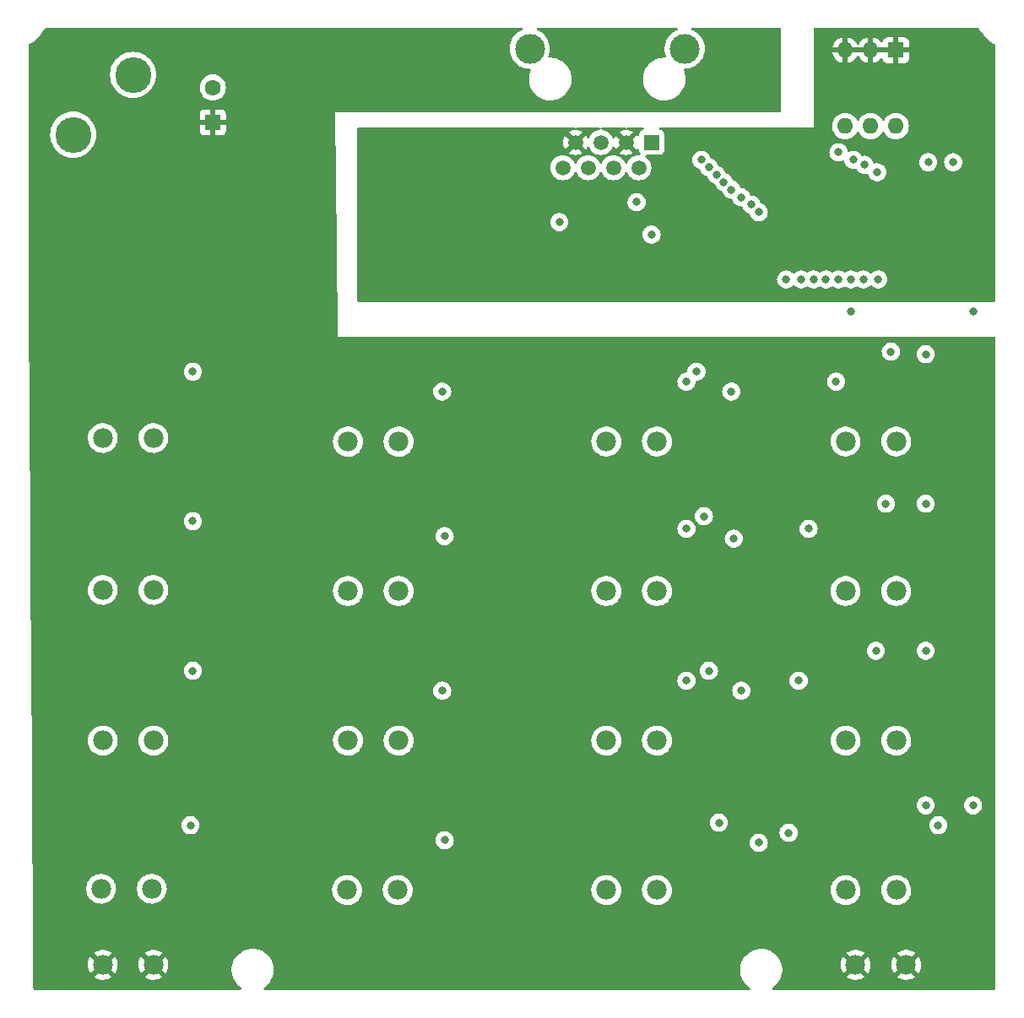
<source format=gbr>
G04 #@! TF.GenerationSoftware,KiCad,Pcbnew,(6.0.0)*
G04 #@! TF.CreationDate,2022-04-14T19:32:56-07:00*
G04 #@! TF.ProjectId,SolenoidController,536f6c65-6e6f-4696-9443-6f6e74726f6c,rev?*
G04 #@! TF.SameCoordinates,Original*
G04 #@! TF.FileFunction,Copper,L4,Bot*
G04 #@! TF.FilePolarity,Positive*
%FSLAX46Y46*%
G04 Gerber Fmt 4.6, Leading zero omitted, Abs format (unit mm)*
G04 Created by KiCad (PCBNEW (6.0.0)) date 2022-04-14 19:32:56*
%MOMM*%
%LPD*%
G01*
G04 APERTURE LIST*
G04 #@! TA.AperFunction,ComponentPad*
%ADD10C,1.980000*%
G04 #@! TD*
G04 #@! TA.AperFunction,ComponentPad*
%ADD11C,3.600000*%
G04 #@! TD*
G04 #@! TA.AperFunction,ComponentPad*
%ADD12R,1.600000X1.600000*%
G04 #@! TD*
G04 #@! TA.AperFunction,ComponentPad*
%ADD13C,1.600000*%
G04 #@! TD*
G04 #@! TA.AperFunction,ComponentPad*
%ADD14O,1.600000X1.600000*%
G04 #@! TD*
G04 #@! TA.AperFunction,ComponentPad*
%ADD15R,1.500000X1.500000*%
G04 #@! TD*
G04 #@! TA.AperFunction,ComponentPad*
%ADD16C,1.500000*%
G04 #@! TD*
G04 #@! TA.AperFunction,ComponentPad*
%ADD17C,3.000000*%
G04 #@! TD*
G04 #@! TA.AperFunction,ViaPad*
%ADD18C,0.800000*%
G04 #@! TD*
G04 APERTURE END LIST*
D10*
X139540000Y-145500000D03*
X134460000Y-145500000D03*
X58793000Y-137867000D03*
X63873000Y-137867000D03*
X64040000Y-123000000D03*
X58960000Y-123000000D03*
X58960000Y-107895000D03*
X64040000Y-107895000D03*
X64040000Y-92655000D03*
X58960000Y-92655000D03*
X88540000Y-138000000D03*
X83460000Y-138000000D03*
X88630000Y-123000000D03*
X83550000Y-123000000D03*
X83550000Y-108000000D03*
X88630000Y-108000000D03*
X88630000Y-93020000D03*
X83550000Y-93020000D03*
X109460000Y-138000000D03*
X114540000Y-138000000D03*
X114540000Y-123000000D03*
X109460000Y-123000000D03*
X109460000Y-108000000D03*
X114540000Y-108000000D03*
X109460000Y-93000000D03*
X114540000Y-93000000D03*
X133460000Y-138000000D03*
X138540000Y-138000000D03*
X133460000Y-123000000D03*
X138540000Y-123000000D03*
X133460000Y-108000000D03*
X138540000Y-108000000D03*
X58960000Y-145500000D03*
X64040000Y-145500000D03*
X133460000Y-93000000D03*
X138540000Y-93000000D03*
D11*
X56000000Y-62230000D03*
X62000000Y-56230000D03*
D12*
X70000000Y-61000000D03*
D13*
X70000000Y-57500000D03*
D12*
X138500000Y-53750000D03*
D14*
X135960000Y-53750000D03*
X133420000Y-53750000D03*
X133420000Y-61370000D03*
X135960000Y-61370000D03*
X138500000Y-61370000D03*
D15*
X114000000Y-63000000D03*
D16*
X112730000Y-65540000D03*
X111460000Y-63000000D03*
X110190000Y-65540000D03*
X108920000Y-63000000D03*
X107650000Y-65540000D03*
X106380000Y-63000000D03*
X105110000Y-65540000D03*
D17*
X117325000Y-53600000D03*
X101785000Y-53600000D03*
D18*
X112500000Y-69000000D03*
X138000000Y-73500000D03*
X106500000Y-75250000D03*
X85000000Y-76500000D03*
X140500000Y-68000000D03*
X145500000Y-78000000D03*
X93000000Y-95000000D03*
X81500000Y-115000000D03*
X65000000Y-71000000D03*
X67000000Y-71000000D03*
X66000000Y-71000000D03*
X107000000Y-84500000D03*
X118500000Y-95000000D03*
X79500000Y-76500000D03*
X131000000Y-114500000D03*
X56500000Y-130000000D03*
X66000000Y-69000000D03*
X56500000Y-114500000D03*
X56500000Y-84500000D03*
X107000000Y-130000000D03*
X67000000Y-69000000D03*
X142500000Y-95000000D03*
X93000000Y-125000000D03*
X93000000Y-110000000D03*
X67000000Y-68000000D03*
X56500000Y-99500000D03*
X142500000Y-110000000D03*
X93000000Y-140500000D03*
X66000000Y-68000000D03*
X66000000Y-67000000D03*
X68000000Y-68000000D03*
X131000000Y-84500000D03*
X118500000Y-140500000D03*
X68000000Y-95000000D03*
X65000000Y-68000000D03*
X131000000Y-130000000D03*
X118500000Y-125000000D03*
X131000000Y-99500000D03*
X81500000Y-99500000D03*
X68000000Y-69000000D03*
X65000000Y-69000000D03*
X81500000Y-85000000D03*
X65000000Y-67000000D03*
X92500000Y-57500000D03*
X68000000Y-125000000D03*
X66000000Y-70000000D03*
X107000000Y-99500000D03*
X68000000Y-110000000D03*
X68000000Y-70000000D03*
X67000000Y-67000000D03*
X81500000Y-130000000D03*
X68000000Y-140500000D03*
X120000000Y-57750000D03*
X107000000Y-115000000D03*
X142500000Y-140000000D03*
X65000000Y-70000000D03*
X118500000Y-110000000D03*
X67000000Y-70000000D03*
X142500000Y-125000000D03*
X114000000Y-72250000D03*
X104750000Y-71000000D03*
X144250000Y-65000000D03*
X141750000Y-65000000D03*
X121250000Y-67000000D03*
X67750000Y-131500000D03*
X136635000Y-66000000D03*
X120750000Y-131250000D03*
X135365000Y-65250000D03*
X120500000Y-66250000D03*
X119750000Y-116000000D03*
X68000000Y-116000000D03*
X134250000Y-64750000D03*
X119750000Y-65500000D03*
X119250000Y-100500000D03*
X68000000Y-101000000D03*
X68000000Y-86000000D03*
X118500000Y-86000000D03*
X132750000Y-64000000D03*
X119000000Y-64750000D03*
X93250000Y-133000000D03*
X124750000Y-70000000D03*
X124750000Y-133250000D03*
X124000000Y-69250000D03*
X93000000Y-118000000D03*
X123000000Y-118000000D03*
X123000000Y-68500000D03*
X122250000Y-102750000D03*
X93250000Y-102500000D03*
X122000000Y-88000000D03*
X122000000Y-67750000D03*
X93000000Y-88000000D03*
X127500000Y-76750000D03*
X127750000Y-132250000D03*
X129000000Y-76750000D03*
X117500000Y-117000000D03*
X128750000Y-117000000D03*
X117500000Y-101750000D03*
X129750000Y-101750000D03*
X130250000Y-76750000D03*
X117510000Y-87010000D03*
X131500000Y-76750000D03*
X132500000Y-87000000D03*
X141500000Y-129500000D03*
X142750000Y-131500000D03*
X146250000Y-80000000D03*
X132750000Y-76750000D03*
X134000000Y-80000000D03*
X146250000Y-129500000D03*
X136500000Y-114000000D03*
X141500000Y-114000000D03*
X134000000Y-76750000D03*
X135250000Y-76750000D03*
X141500000Y-99250000D03*
X137500000Y-99250000D03*
X138000000Y-84000000D03*
X141500000Y-84250000D03*
X136750000Y-76750000D03*
G04 #@! TA.AperFunction,Conductor*
G36*
X101040547Y-51520002D02*
G01*
X101087040Y-51573658D01*
X101097144Y-51643932D01*
X101067650Y-51708512D01*
X101021861Y-51741897D01*
X100874982Y-51804546D01*
X100874978Y-51804548D01*
X100871030Y-51806232D01*
X100851125Y-51818145D01*
X100639725Y-51944664D01*
X100639721Y-51944667D01*
X100636043Y-51946868D01*
X100422318Y-52118094D01*
X100233808Y-52316742D01*
X100074002Y-52539136D01*
X99945857Y-52781161D01*
X99944385Y-52785184D01*
X99944383Y-52785188D01*
X99891262Y-52930348D01*
X99851743Y-53038337D01*
X99793404Y-53305907D01*
X99791425Y-53331055D01*
X99776404Y-53521913D01*
X99771917Y-53578918D01*
X99787682Y-53852320D01*
X99788507Y-53856525D01*
X99788508Y-53856533D01*
X99812356Y-53978087D01*
X99840405Y-54121053D01*
X99841792Y-54125103D01*
X99841793Y-54125108D01*
X99877290Y-54228785D01*
X99929112Y-54380144D01*
X99935237Y-54392322D01*
X100035524Y-54591721D01*
X100052160Y-54624799D01*
X100054586Y-54628328D01*
X100054589Y-54628334D01*
X100187459Y-54821659D01*
X100207274Y-54850490D01*
X100391582Y-55053043D01*
X100394877Y-55055798D01*
X100394878Y-55055799D01*
X100404086Y-55063498D01*
X100601675Y-55228707D01*
X100605316Y-55230991D01*
X100830024Y-55371951D01*
X100830028Y-55371953D01*
X100833664Y-55374234D01*
X100948722Y-55426185D01*
X101079345Y-55485164D01*
X101079349Y-55485166D01*
X101083257Y-55486930D01*
X101087377Y-55488150D01*
X101087376Y-55488150D01*
X101341723Y-55563491D01*
X101341727Y-55563492D01*
X101345836Y-55564709D01*
X101350070Y-55565357D01*
X101350075Y-55565358D01*
X101612298Y-55605483D01*
X101612300Y-55605483D01*
X101616540Y-55606132D01*
X101710645Y-55607610D01*
X101776154Y-55608640D01*
X101843952Y-55629709D01*
X101889596Y-55684089D01*
X101898594Y-55754513D01*
X101889548Y-55785268D01*
X101827941Y-55925614D01*
X101826765Y-55929742D01*
X101826764Y-55929745D01*
X101802218Y-56015913D01*
X101748246Y-56205384D01*
X101747642Y-56209626D01*
X101747641Y-56209632D01*
X101744519Y-56231569D01*
X101707258Y-56493381D01*
X101705735Y-56784277D01*
X101706294Y-56788521D01*
X101706294Y-56788525D01*
X101713499Y-56843251D01*
X101743705Y-57072687D01*
X101820465Y-57353276D01*
X101934596Y-57620852D01*
X102083985Y-57870462D01*
X102086669Y-57873813D01*
X102086671Y-57873815D01*
X102101322Y-57892102D01*
X102265867Y-58097489D01*
X102476878Y-58297731D01*
X102713113Y-58467483D01*
X102970200Y-58603603D01*
X102974223Y-58605075D01*
X102974227Y-58605077D01*
X102998709Y-58614036D01*
X103243382Y-58703574D01*
X103527604Y-58765544D01*
X103556650Y-58767830D01*
X103753297Y-58783307D01*
X103753304Y-58783307D01*
X103755753Y-58783500D01*
X103913121Y-58783500D01*
X103915257Y-58783354D01*
X103915268Y-58783354D01*
X104125949Y-58768991D01*
X104125955Y-58768990D01*
X104130226Y-58768699D01*
X104134421Y-58767830D01*
X104134423Y-58767830D01*
X104289540Y-58735707D01*
X104415081Y-58709709D01*
X104689295Y-58612605D01*
X104889334Y-58509357D01*
X104943986Y-58481149D01*
X104943987Y-58481149D01*
X104947793Y-58479184D01*
X104951294Y-58476723D01*
X104951298Y-58476721D01*
X105066792Y-58395550D01*
X105185792Y-58311915D01*
X105272636Y-58231215D01*
X105395745Y-58116815D01*
X105395748Y-58116812D01*
X105398888Y-58113894D01*
X105409895Y-58100447D01*
X105580423Y-57892102D01*
X105583139Y-57888784D01*
X105735133Y-57640752D01*
X105737698Y-57634910D01*
X105850334Y-57378315D01*
X105852059Y-57374386D01*
X105858073Y-57353276D01*
X105882763Y-57266598D01*
X105931754Y-57094616D01*
X105934286Y-57076829D01*
X105972137Y-56810870D01*
X105972742Y-56806619D01*
X105974265Y-56515723D01*
X105936295Y-56227313D01*
X105930590Y-56206457D01*
X105860667Y-55950863D01*
X105859535Y-55946724D01*
X105745404Y-55679148D01*
X105596015Y-55429538D01*
X105581337Y-55411216D01*
X105462132Y-55262424D01*
X105414133Y-55202511D01*
X105203122Y-55002269D01*
X104966887Y-54832517D01*
X104709800Y-54696397D01*
X104705777Y-54694925D01*
X104705773Y-54694923D01*
X104440649Y-54597901D01*
X104440647Y-54597900D01*
X104436618Y-54596426D01*
X104152396Y-54534456D01*
X104098751Y-54530234D01*
X103926703Y-54516693D01*
X103926696Y-54516693D01*
X103924247Y-54516500D01*
X103768133Y-54516500D01*
X103700012Y-54496498D01*
X103653519Y-54442842D01*
X103643415Y-54372568D01*
X103650267Y-54345963D01*
X103710749Y-54185900D01*
X103710751Y-54185895D01*
X103712269Y-54181877D01*
X103768320Y-53937143D01*
X103772449Y-53919117D01*
X103772450Y-53919113D01*
X103773407Y-53914933D01*
X103797751Y-53642161D01*
X103798193Y-53600000D01*
X103792870Y-53521913D01*
X103779859Y-53331055D01*
X103779858Y-53331049D01*
X103779567Y-53326778D01*
X103724032Y-53058612D01*
X103632617Y-52800465D01*
X103507013Y-52557112D01*
X103497040Y-52542921D01*
X103352008Y-52336562D01*
X103349545Y-52333057D01*
X103254173Y-52230424D01*
X103166046Y-52135588D01*
X103166043Y-52135585D01*
X103163125Y-52132445D01*
X103159810Y-52129731D01*
X103159806Y-52129728D01*
X102954523Y-51961706D01*
X102951205Y-51958990D01*
X102717704Y-51815901D01*
X102700706Y-51808439D01*
X102547925Y-51741373D01*
X102493590Y-51695677D01*
X102472585Y-51627859D01*
X102491580Y-51559451D01*
X102544543Y-51512171D01*
X102598571Y-51500000D01*
X116512426Y-51500000D01*
X116580547Y-51520002D01*
X116627040Y-51573658D01*
X116637144Y-51643932D01*
X116607650Y-51708512D01*
X116561861Y-51741897D01*
X116414982Y-51804546D01*
X116414978Y-51804548D01*
X116411030Y-51806232D01*
X116391125Y-51818145D01*
X116179725Y-51944664D01*
X116179721Y-51944667D01*
X116176043Y-51946868D01*
X115962318Y-52118094D01*
X115773808Y-52316742D01*
X115614002Y-52539136D01*
X115485857Y-52781161D01*
X115484385Y-52785184D01*
X115484383Y-52785188D01*
X115431262Y-52930348D01*
X115391743Y-53038337D01*
X115333404Y-53305907D01*
X115331425Y-53331055D01*
X115316404Y-53521913D01*
X115311917Y-53578918D01*
X115327682Y-53852320D01*
X115328507Y-53856525D01*
X115328508Y-53856533D01*
X115352356Y-53978087D01*
X115380405Y-54121053D01*
X115381792Y-54125103D01*
X115381793Y-54125108D01*
X115458684Y-54349686D01*
X115461826Y-54420613D01*
X115426123Y-54481980D01*
X115362910Y-54514302D01*
X115339477Y-54516500D01*
X115196879Y-54516500D01*
X115194743Y-54516646D01*
X115194732Y-54516646D01*
X114984051Y-54531009D01*
X114984045Y-54531010D01*
X114979774Y-54531301D01*
X114975579Y-54532170D01*
X114975577Y-54532170D01*
X114960130Y-54535369D01*
X114694919Y-54590291D01*
X114420705Y-54687395D01*
X114162207Y-54820816D01*
X114158706Y-54823277D01*
X114158702Y-54823279D01*
X114045970Y-54902509D01*
X113924208Y-54988085D01*
X113711112Y-55186106D01*
X113708398Y-55189422D01*
X113708395Y-55189425D01*
X113694936Y-55205869D01*
X113526861Y-55411216D01*
X113374867Y-55659248D01*
X113373148Y-55663165D01*
X113373146Y-55663168D01*
X113350877Y-55713898D01*
X113257941Y-55925614D01*
X113256765Y-55929742D01*
X113256764Y-55929745D01*
X113232218Y-56015913D01*
X113178246Y-56205384D01*
X113177642Y-56209626D01*
X113177641Y-56209632D01*
X113174519Y-56231569D01*
X113137258Y-56493381D01*
X113135735Y-56784277D01*
X113136294Y-56788521D01*
X113136294Y-56788525D01*
X113143499Y-56843251D01*
X113173705Y-57072687D01*
X113250465Y-57353276D01*
X113364596Y-57620852D01*
X113513985Y-57870462D01*
X113516669Y-57873813D01*
X113516671Y-57873815D01*
X113531322Y-57892102D01*
X113695867Y-58097489D01*
X113906878Y-58297731D01*
X114143113Y-58467483D01*
X114400200Y-58603603D01*
X114404223Y-58605075D01*
X114404227Y-58605077D01*
X114428709Y-58614036D01*
X114673382Y-58703574D01*
X114957604Y-58765544D01*
X114986650Y-58767830D01*
X115183297Y-58783307D01*
X115183304Y-58783307D01*
X115185753Y-58783500D01*
X115343121Y-58783500D01*
X115345257Y-58783354D01*
X115345268Y-58783354D01*
X115555949Y-58768991D01*
X115555955Y-58768990D01*
X115560226Y-58768699D01*
X115564421Y-58767830D01*
X115564423Y-58767830D01*
X115719540Y-58735707D01*
X115845081Y-58709709D01*
X116119295Y-58612605D01*
X116319334Y-58509357D01*
X116373986Y-58481149D01*
X116373987Y-58481149D01*
X116377793Y-58479184D01*
X116381294Y-58476723D01*
X116381298Y-58476721D01*
X116496792Y-58395550D01*
X116615792Y-58311915D01*
X116702636Y-58231215D01*
X116825745Y-58116815D01*
X116825748Y-58116812D01*
X116828888Y-58113894D01*
X116839895Y-58100447D01*
X117010423Y-57892102D01*
X117013139Y-57888784D01*
X117165133Y-57640752D01*
X117167698Y-57634910D01*
X117280334Y-57378315D01*
X117282059Y-57374386D01*
X117288073Y-57353276D01*
X117312763Y-57266598D01*
X117361754Y-57094616D01*
X117364286Y-57076829D01*
X117402137Y-56810870D01*
X117402742Y-56806619D01*
X117404265Y-56515723D01*
X117366295Y-56227313D01*
X117360590Y-56206457D01*
X117290667Y-55950863D01*
X117289535Y-55946724D01*
X117220300Y-55784405D01*
X117211972Y-55713898D01*
X117243084Y-55650082D01*
X117303760Y-55613217D01*
X117338176Y-55608986D01*
X117426071Y-55610367D01*
X117426077Y-55610367D01*
X117430362Y-55610434D01*
X117702235Y-55577534D01*
X117967127Y-55508041D01*
X117971087Y-55506401D01*
X117971092Y-55506399D01*
X118147753Y-55433223D01*
X118220136Y-55403241D01*
X118456582Y-55265073D01*
X118672089Y-55096094D01*
X118713809Y-55053043D01*
X118859686Y-54902509D01*
X118862669Y-54899431D01*
X118865202Y-54895983D01*
X118865206Y-54895978D01*
X119022257Y-54682178D01*
X119024795Y-54678723D01*
X119052154Y-54628334D01*
X119153418Y-54441830D01*
X119153419Y-54441828D01*
X119155468Y-54438054D01*
X119252269Y-54181877D01*
X119308320Y-53937143D01*
X119312449Y-53919117D01*
X119312450Y-53919113D01*
X119313407Y-53914933D01*
X119337751Y-53642161D01*
X119338193Y-53600000D01*
X119332870Y-53521913D01*
X119319859Y-53331055D01*
X119319858Y-53331049D01*
X119319567Y-53326778D01*
X119264032Y-53058612D01*
X119172617Y-52800465D01*
X119047013Y-52557112D01*
X119037040Y-52542921D01*
X118892008Y-52336562D01*
X118889545Y-52333057D01*
X118794173Y-52230424D01*
X118706046Y-52135588D01*
X118706043Y-52135585D01*
X118703125Y-52132445D01*
X118699810Y-52129731D01*
X118699806Y-52129728D01*
X118494523Y-51961706D01*
X118491205Y-51958990D01*
X118257704Y-51815901D01*
X118240706Y-51808439D01*
X118087925Y-51741373D01*
X118033590Y-51695677D01*
X118012585Y-51627859D01*
X118031580Y-51559451D01*
X118084543Y-51512171D01*
X118138571Y-51500000D01*
X126874000Y-51500000D01*
X126942121Y-51520002D01*
X126988614Y-51573658D01*
X127000000Y-51626000D01*
X127000000Y-59874000D01*
X126979998Y-59942121D01*
X126926342Y-59988614D01*
X126874000Y-60000000D01*
X82250000Y-60000000D01*
X82250154Y-60013900D01*
X82250154Y-60013902D01*
X82399996Y-73499601D01*
X82500000Y-82500000D01*
X148374000Y-82500000D01*
X148442121Y-82520002D01*
X148488614Y-82573658D01*
X148500000Y-82626000D01*
X148500000Y-147874000D01*
X148479998Y-147942121D01*
X148426342Y-147988614D01*
X148374000Y-148000000D01*
X126219677Y-148000000D01*
X126151556Y-147979998D01*
X126105063Y-147926342D01*
X126094959Y-147856068D01*
X126124453Y-147791488D01*
X126147226Y-147770913D01*
X126203692Y-147731228D01*
X126330023Y-147642441D01*
X126540622Y-147446740D01*
X126722713Y-147224268D01*
X126872927Y-146979142D01*
X126983489Y-146727274D01*
X133597970Y-146727274D01*
X133602943Y-146734278D01*
X133806059Y-146852970D01*
X133815342Y-146857417D01*
X134035808Y-146941605D01*
X134045706Y-146944481D01*
X134276962Y-146991530D01*
X134287190Y-146992749D01*
X134523023Y-147001398D01*
X134533309Y-147000931D01*
X134767388Y-146970944D01*
X134777474Y-146968801D01*
X135003509Y-146900987D01*
X135013104Y-146897226D01*
X135225018Y-146793411D01*
X135233884Y-146788126D01*
X135309624Y-146734100D01*
X135314983Y-146727274D01*
X138677970Y-146727274D01*
X138682943Y-146734278D01*
X138886059Y-146852970D01*
X138895342Y-146857417D01*
X139115808Y-146941605D01*
X139125706Y-146944481D01*
X139356962Y-146991530D01*
X139367190Y-146992749D01*
X139603023Y-147001398D01*
X139613309Y-147000931D01*
X139847388Y-146970944D01*
X139857474Y-146968801D01*
X140083509Y-146900987D01*
X140093104Y-146897226D01*
X140305018Y-146793411D01*
X140313884Y-146788126D01*
X140389624Y-146734100D01*
X140398025Y-146723400D01*
X140391037Y-146710247D01*
X139552812Y-145872022D01*
X139538868Y-145864408D01*
X139537035Y-145864539D01*
X139530420Y-145868790D01*
X138685228Y-146713982D01*
X138677970Y-146727274D01*
X135314983Y-146727274D01*
X135318025Y-146723400D01*
X135311037Y-146710247D01*
X134472812Y-145872022D01*
X134458868Y-145864408D01*
X134457035Y-145864539D01*
X134450420Y-145868790D01*
X133605228Y-146713982D01*
X133597970Y-146727274D01*
X126983489Y-146727274D01*
X126988483Y-146715898D01*
X127067244Y-146439406D01*
X127107751Y-146154784D01*
X127107845Y-146136951D01*
X127109235Y-145871583D01*
X127109235Y-145871576D01*
X127109257Y-145867297D01*
X127071732Y-145582266D01*
X127040590Y-145468431D01*
X132957612Y-145468431D01*
X132971196Y-145704028D01*
X132972632Y-145714248D01*
X133024513Y-145944455D01*
X133027592Y-145954284D01*
X133116380Y-146172942D01*
X133121023Y-146182133D01*
X133224647Y-146351233D01*
X133235103Y-146360693D01*
X133243881Y-146356909D01*
X134087978Y-145512812D01*
X134094356Y-145501132D01*
X134824408Y-145501132D01*
X134824539Y-145502965D01*
X134828790Y-145509580D01*
X135670793Y-146351583D01*
X135682803Y-146358142D01*
X135694542Y-146349174D01*
X135745419Y-146278371D01*
X135750730Y-146269532D01*
X135855285Y-146057983D01*
X135859083Y-146048390D01*
X135927685Y-145822593D01*
X135929862Y-145812523D01*
X135960902Y-145576750D01*
X135961421Y-145570075D01*
X135963052Y-145503364D01*
X135962858Y-145496647D01*
X135960538Y-145468431D01*
X138037612Y-145468431D01*
X138051196Y-145704028D01*
X138052632Y-145714248D01*
X138104513Y-145944455D01*
X138107592Y-145954284D01*
X138196380Y-146172942D01*
X138201023Y-146182133D01*
X138304647Y-146351233D01*
X138315103Y-146360693D01*
X138323881Y-146356909D01*
X139167978Y-145512812D01*
X139174356Y-145501132D01*
X139904408Y-145501132D01*
X139904539Y-145502965D01*
X139908790Y-145509580D01*
X140750793Y-146351583D01*
X140762803Y-146358142D01*
X140774542Y-146349174D01*
X140825419Y-146278371D01*
X140830730Y-146269532D01*
X140935285Y-146057983D01*
X140939083Y-146048390D01*
X141007685Y-145822593D01*
X141009862Y-145812523D01*
X141040902Y-145576750D01*
X141041421Y-145570075D01*
X141043052Y-145503364D01*
X141042858Y-145496647D01*
X141023374Y-145259650D01*
X141021691Y-145249488D01*
X140964200Y-145020604D01*
X140960879Y-145010849D01*
X140866782Y-144794443D01*
X140861904Y-144785345D01*
X140774313Y-144649949D01*
X140763627Y-144640746D01*
X140754060Y-144645150D01*
X139912022Y-145487188D01*
X139904408Y-145501132D01*
X139174356Y-145501132D01*
X139175592Y-145498868D01*
X139175461Y-145497035D01*
X139171210Y-145490420D01*
X138329097Y-144648307D01*
X138317561Y-144642007D01*
X138305279Y-144651630D01*
X138235943Y-144753273D01*
X138230857Y-144762226D01*
X138131494Y-144976285D01*
X138127940Y-144985945D01*
X138064870Y-145213369D01*
X138062943Y-145223473D01*
X138037864Y-145458142D01*
X138037612Y-145468431D01*
X135960538Y-145468431D01*
X135943374Y-145259650D01*
X135941691Y-145249488D01*
X135884200Y-145020604D01*
X135880879Y-145010849D01*
X135786782Y-144794443D01*
X135781904Y-144785345D01*
X135694313Y-144649949D01*
X135683627Y-144640746D01*
X135674060Y-144645150D01*
X134832022Y-145487188D01*
X134824408Y-145501132D01*
X134094356Y-145501132D01*
X134095592Y-145498868D01*
X134095461Y-145497035D01*
X134091210Y-145490420D01*
X133249097Y-144648307D01*
X133237561Y-144642007D01*
X133225279Y-144651630D01*
X133155943Y-144753273D01*
X133150857Y-144762226D01*
X133051494Y-144976285D01*
X133047940Y-144985945D01*
X132984870Y-145213369D01*
X132982943Y-145223473D01*
X132957864Y-145458142D01*
X132957612Y-145468431D01*
X127040590Y-145468431D01*
X126995871Y-145304964D01*
X126923627Y-145135592D01*
X126884763Y-145044476D01*
X126884761Y-145044472D01*
X126883077Y-145040524D01*
X126735439Y-144793839D01*
X126555687Y-144569472D01*
X126347149Y-144371577D01*
X126214737Y-144276429D01*
X133601224Y-144276429D01*
X133607969Y-144288759D01*
X134447188Y-145127978D01*
X134461132Y-145135592D01*
X134462965Y-145135461D01*
X134469580Y-145131210D01*
X135313071Y-144287719D01*
X135319236Y-144276429D01*
X138681224Y-144276429D01*
X138687969Y-144288759D01*
X139527188Y-145127978D01*
X139541132Y-145135592D01*
X139542965Y-145135461D01*
X139549580Y-145131210D01*
X140393071Y-144287719D01*
X140400091Y-144274863D01*
X140392317Y-144264194D01*
X140375882Y-144251214D01*
X140367291Y-144245507D01*
X140160703Y-144131464D01*
X140151291Y-144127234D01*
X139928844Y-144048461D01*
X139918873Y-144045827D01*
X139686546Y-144004443D01*
X139676294Y-144003474D01*
X139440317Y-144000591D01*
X139430033Y-144001311D01*
X139196765Y-144037006D01*
X139186737Y-144039395D01*
X138962430Y-144112709D01*
X138952921Y-144116706D01*
X138743605Y-144225669D01*
X138734880Y-144231163D01*
X138689678Y-144265102D01*
X138681224Y-144276429D01*
X135319236Y-144276429D01*
X135320091Y-144274863D01*
X135312317Y-144264194D01*
X135295882Y-144251214D01*
X135287291Y-144245507D01*
X135080703Y-144131464D01*
X135071291Y-144127234D01*
X134848844Y-144048461D01*
X134838873Y-144045827D01*
X134606546Y-144004443D01*
X134596294Y-144003474D01*
X134360317Y-144000591D01*
X134350033Y-144001311D01*
X134116765Y-144037006D01*
X134106737Y-144039395D01*
X133882430Y-144112709D01*
X133872921Y-144116706D01*
X133663605Y-144225669D01*
X133654880Y-144231163D01*
X133609678Y-144265102D01*
X133601224Y-144276429D01*
X126214737Y-144276429D01*
X126113683Y-144203814D01*
X126091843Y-144192250D01*
X126068654Y-144179972D01*
X125859608Y-144069288D01*
X125589627Y-143970489D01*
X125308736Y-143909245D01*
X125277685Y-143906801D01*
X125085718Y-143891693D01*
X125085709Y-143891693D01*
X125083261Y-143891500D01*
X124927729Y-143891500D01*
X124925593Y-143891646D01*
X124925582Y-143891646D01*
X124717452Y-143905835D01*
X124717446Y-143905836D01*
X124713175Y-143906127D01*
X124708980Y-143906996D01*
X124708978Y-143906996D01*
X124572417Y-143935276D01*
X124431658Y-143964426D01*
X124160657Y-144060393D01*
X123905188Y-144192250D01*
X123901687Y-144194711D01*
X123901683Y-144194713D01*
X123849820Y-144231163D01*
X123669977Y-144357559D01*
X123459378Y-144553260D01*
X123277287Y-144775732D01*
X123127073Y-145020858D01*
X123011517Y-145284102D01*
X122932756Y-145560594D01*
X122892249Y-145845216D01*
X122892227Y-145849505D01*
X122892226Y-145849512D01*
X122891134Y-146057983D01*
X122890743Y-146132703D01*
X122891302Y-146136947D01*
X122891302Y-146136951D01*
X122907810Y-146262340D01*
X122928268Y-146417734D01*
X123004129Y-146695036D01*
X123005813Y-146698984D01*
X123043836Y-146788126D01*
X123116923Y-146959476D01*
X123264561Y-147206161D01*
X123444313Y-147430528D01*
X123652851Y-147628423D01*
X123675787Y-147644904D01*
X123852211Y-147771678D01*
X123895859Y-147827672D01*
X123902305Y-147898376D01*
X123869502Y-147961340D01*
X123807866Y-147996574D01*
X123778685Y-148000000D01*
X75219677Y-148000000D01*
X75151556Y-147979998D01*
X75105063Y-147926342D01*
X75094959Y-147856068D01*
X75124453Y-147791488D01*
X75147226Y-147770913D01*
X75203692Y-147731228D01*
X75330023Y-147642441D01*
X75540622Y-147446740D01*
X75722713Y-147224268D01*
X75872927Y-146979142D01*
X75988483Y-146715898D01*
X76067244Y-146439406D01*
X76107751Y-146154784D01*
X76107845Y-146136951D01*
X76109235Y-145871583D01*
X76109235Y-145871576D01*
X76109257Y-145867297D01*
X76071732Y-145582266D01*
X75995871Y-145304964D01*
X75923627Y-145135592D01*
X75884763Y-145044476D01*
X75884761Y-145044472D01*
X75883077Y-145040524D01*
X75735439Y-144793839D01*
X75555687Y-144569472D01*
X75347149Y-144371577D01*
X75113683Y-144203814D01*
X75091843Y-144192250D01*
X75068654Y-144179972D01*
X74859608Y-144069288D01*
X74589627Y-143970489D01*
X74308736Y-143909245D01*
X74277685Y-143906801D01*
X74085718Y-143891693D01*
X74085709Y-143891693D01*
X74083261Y-143891500D01*
X73927729Y-143891500D01*
X73925593Y-143891646D01*
X73925582Y-143891646D01*
X73717452Y-143905835D01*
X73717446Y-143905836D01*
X73713175Y-143906127D01*
X73708980Y-143906996D01*
X73708978Y-143906996D01*
X73572417Y-143935276D01*
X73431658Y-143964426D01*
X73160657Y-144060393D01*
X72905188Y-144192250D01*
X72901687Y-144194711D01*
X72901683Y-144194713D01*
X72849820Y-144231163D01*
X72669977Y-144357559D01*
X72459378Y-144553260D01*
X72277287Y-144775732D01*
X72127073Y-145020858D01*
X72011517Y-145284102D01*
X71932756Y-145560594D01*
X71892249Y-145845216D01*
X71892227Y-145849505D01*
X71892226Y-145849512D01*
X71891134Y-146057983D01*
X71890743Y-146132703D01*
X71891302Y-146136947D01*
X71891302Y-146136951D01*
X71907810Y-146262340D01*
X71928268Y-146417734D01*
X72004129Y-146695036D01*
X72005813Y-146698984D01*
X72043836Y-146788126D01*
X72116923Y-146959476D01*
X72264561Y-147206161D01*
X72444313Y-147430528D01*
X72652851Y-147628423D01*
X72675787Y-147644904D01*
X72852211Y-147771678D01*
X72895859Y-147827672D01*
X72902305Y-147898376D01*
X72869502Y-147961340D01*
X72807866Y-147996574D01*
X72778685Y-148000000D01*
X52125157Y-148000000D01*
X52057036Y-147979998D01*
X52010543Y-147926342D01*
X51999160Y-147874846D01*
X51998463Y-147770913D01*
X51991459Y-146727274D01*
X58097970Y-146727274D01*
X58102943Y-146734278D01*
X58306059Y-146852970D01*
X58315342Y-146857417D01*
X58535808Y-146941605D01*
X58545706Y-146944481D01*
X58776962Y-146991530D01*
X58787190Y-146992749D01*
X59023023Y-147001398D01*
X59033309Y-147000931D01*
X59267388Y-146970944D01*
X59277474Y-146968801D01*
X59503509Y-146900987D01*
X59513104Y-146897226D01*
X59725018Y-146793411D01*
X59733884Y-146788126D01*
X59809624Y-146734100D01*
X59814983Y-146727274D01*
X63177970Y-146727274D01*
X63182943Y-146734278D01*
X63386059Y-146852970D01*
X63395342Y-146857417D01*
X63615808Y-146941605D01*
X63625706Y-146944481D01*
X63856962Y-146991530D01*
X63867190Y-146992749D01*
X64103023Y-147001398D01*
X64113309Y-147000931D01*
X64347388Y-146970944D01*
X64357474Y-146968801D01*
X64583509Y-146900987D01*
X64593104Y-146897226D01*
X64805018Y-146793411D01*
X64813884Y-146788126D01*
X64889624Y-146734100D01*
X64898025Y-146723400D01*
X64891037Y-146710247D01*
X64052812Y-145872022D01*
X64038868Y-145864408D01*
X64037035Y-145864539D01*
X64030420Y-145868790D01*
X63185228Y-146713982D01*
X63177970Y-146727274D01*
X59814983Y-146727274D01*
X59818025Y-146723400D01*
X59811037Y-146710247D01*
X58972812Y-145872022D01*
X58958868Y-145864408D01*
X58957035Y-145864539D01*
X58950420Y-145868790D01*
X58105228Y-146713982D01*
X58097970Y-146727274D01*
X51991459Y-146727274D01*
X51983010Y-145468431D01*
X57457612Y-145468431D01*
X57471196Y-145704028D01*
X57472632Y-145714248D01*
X57524513Y-145944455D01*
X57527592Y-145954284D01*
X57616380Y-146172942D01*
X57621023Y-146182133D01*
X57724647Y-146351233D01*
X57735103Y-146360693D01*
X57743881Y-146356909D01*
X58587978Y-145512812D01*
X58594356Y-145501132D01*
X59324408Y-145501132D01*
X59324539Y-145502965D01*
X59328790Y-145509580D01*
X60170793Y-146351583D01*
X60182803Y-146358142D01*
X60194542Y-146349174D01*
X60245419Y-146278371D01*
X60250730Y-146269532D01*
X60355285Y-146057983D01*
X60359083Y-146048390D01*
X60427685Y-145822593D01*
X60429862Y-145812523D01*
X60460902Y-145576750D01*
X60461421Y-145570075D01*
X60463052Y-145503364D01*
X60462858Y-145496647D01*
X60460538Y-145468431D01*
X62537612Y-145468431D01*
X62551196Y-145704028D01*
X62552632Y-145714248D01*
X62604513Y-145944455D01*
X62607592Y-145954284D01*
X62696380Y-146172942D01*
X62701023Y-146182133D01*
X62804647Y-146351233D01*
X62815103Y-146360693D01*
X62823881Y-146356909D01*
X63667978Y-145512812D01*
X63674356Y-145501132D01*
X64404408Y-145501132D01*
X64404539Y-145502965D01*
X64408790Y-145509580D01*
X65250793Y-146351583D01*
X65262803Y-146358142D01*
X65274542Y-146349174D01*
X65325419Y-146278371D01*
X65330730Y-146269532D01*
X65435285Y-146057983D01*
X65439083Y-146048390D01*
X65507685Y-145822593D01*
X65509862Y-145812523D01*
X65540902Y-145576750D01*
X65541421Y-145570075D01*
X65543052Y-145503364D01*
X65542858Y-145496647D01*
X65523374Y-145259650D01*
X65521691Y-145249488D01*
X65464200Y-145020604D01*
X65460879Y-145010849D01*
X65366782Y-144794443D01*
X65361904Y-144785345D01*
X65274313Y-144649949D01*
X65263627Y-144640746D01*
X65254060Y-144645150D01*
X64412022Y-145487188D01*
X64404408Y-145501132D01*
X63674356Y-145501132D01*
X63675592Y-145498868D01*
X63675461Y-145497035D01*
X63671210Y-145490420D01*
X62829097Y-144648307D01*
X62817561Y-144642007D01*
X62805279Y-144651630D01*
X62735943Y-144753273D01*
X62730857Y-144762226D01*
X62631494Y-144976285D01*
X62627940Y-144985945D01*
X62564870Y-145213369D01*
X62562943Y-145223473D01*
X62537864Y-145458142D01*
X62537612Y-145468431D01*
X60460538Y-145468431D01*
X60443374Y-145259650D01*
X60441691Y-145249488D01*
X60384200Y-145020604D01*
X60380879Y-145010849D01*
X60286782Y-144794443D01*
X60281904Y-144785345D01*
X60194313Y-144649949D01*
X60183627Y-144640746D01*
X60174060Y-144645150D01*
X59332022Y-145487188D01*
X59324408Y-145501132D01*
X58594356Y-145501132D01*
X58595592Y-145498868D01*
X58595461Y-145497035D01*
X58591210Y-145490420D01*
X57749097Y-144648307D01*
X57737561Y-144642007D01*
X57725279Y-144651630D01*
X57655943Y-144753273D01*
X57650857Y-144762226D01*
X57551494Y-144976285D01*
X57547940Y-144985945D01*
X57484870Y-145213369D01*
X57482943Y-145223473D01*
X57457864Y-145458142D01*
X57457612Y-145468431D01*
X51983010Y-145468431D01*
X51975010Y-144276429D01*
X58101224Y-144276429D01*
X58107969Y-144288759D01*
X58947188Y-145127978D01*
X58961132Y-145135592D01*
X58962965Y-145135461D01*
X58969580Y-145131210D01*
X59813071Y-144287719D01*
X59819236Y-144276429D01*
X63181224Y-144276429D01*
X63187969Y-144288759D01*
X64027188Y-145127978D01*
X64041132Y-145135592D01*
X64042965Y-145135461D01*
X64049580Y-145131210D01*
X64893071Y-144287719D01*
X64900091Y-144274863D01*
X64892317Y-144264194D01*
X64875882Y-144251214D01*
X64867291Y-144245507D01*
X64660703Y-144131464D01*
X64651291Y-144127234D01*
X64428844Y-144048461D01*
X64418873Y-144045827D01*
X64186546Y-144004443D01*
X64176294Y-144003474D01*
X63940317Y-144000591D01*
X63930033Y-144001311D01*
X63696765Y-144037006D01*
X63686737Y-144039395D01*
X63462430Y-144112709D01*
X63452921Y-144116706D01*
X63243605Y-144225669D01*
X63234880Y-144231163D01*
X63189678Y-144265102D01*
X63181224Y-144276429D01*
X59819236Y-144276429D01*
X59820091Y-144274863D01*
X59812317Y-144264194D01*
X59795882Y-144251214D01*
X59787291Y-144245507D01*
X59580703Y-144131464D01*
X59571291Y-144127234D01*
X59348844Y-144048461D01*
X59338873Y-144045827D01*
X59106546Y-144004443D01*
X59096294Y-144003474D01*
X58860317Y-144000591D01*
X58850033Y-144001311D01*
X58616765Y-144037006D01*
X58606737Y-144039395D01*
X58382430Y-144112709D01*
X58372921Y-144116706D01*
X58163605Y-144225669D01*
X58154880Y-144231163D01*
X58109678Y-144265102D01*
X58101224Y-144276429D01*
X51975010Y-144276429D01*
X51931747Y-137830263D01*
X57289813Y-137830263D01*
X57290110Y-137835416D01*
X57290110Y-137835419D01*
X57297481Y-137963263D01*
X57303997Y-138076266D01*
X57305134Y-138081312D01*
X57305135Y-138081318D01*
X57339353Y-138233153D01*
X57358170Y-138316649D01*
X57360112Y-138321431D01*
X57360113Y-138321435D01*
X57410128Y-138444607D01*
X57450876Y-138544956D01*
X57579625Y-138755056D01*
X57583009Y-138758962D01*
X57583010Y-138758964D01*
X57596407Y-138774430D01*
X57740961Y-138941307D01*
X57744936Y-138944607D01*
X57744940Y-138944611D01*
X57775936Y-138970344D01*
X57930550Y-139098707D01*
X58143300Y-139223028D01*
X58148120Y-139224868D01*
X58148125Y-139224871D01*
X58301147Y-139283304D01*
X58373499Y-139310932D01*
X58378567Y-139311963D01*
X58378570Y-139311964D01*
X58497840Y-139336230D01*
X58614964Y-139360059D01*
X58620137Y-139360249D01*
X58620140Y-139360249D01*
X58856045Y-139368899D01*
X58856049Y-139368899D01*
X58861209Y-139369088D01*
X58866329Y-139368432D01*
X58866331Y-139368432D01*
X59100496Y-139338435D01*
X59100497Y-139338435D01*
X59105624Y-139337778D01*
X59110574Y-139336293D01*
X59336687Y-139268456D01*
X59336692Y-139268454D01*
X59341642Y-139266969D01*
X59431337Y-139223028D01*
X59558275Y-139160842D01*
X59558280Y-139160839D01*
X59562926Y-139158563D01*
X59567136Y-139155560D01*
X59567141Y-139155557D01*
X59759321Y-139018476D01*
X59759326Y-139018472D01*
X59763533Y-139015471D01*
X59938076Y-138841536D01*
X60081868Y-138641430D01*
X60125313Y-138553525D01*
X60188757Y-138425155D01*
X60188758Y-138425152D01*
X60191045Y-138420525D01*
X60196358Y-138403038D01*
X60261174Y-138189708D01*
X60261175Y-138189702D01*
X60262678Y-138184756D01*
X60279765Y-138054970D01*
X60294404Y-137943773D01*
X60294404Y-137943769D01*
X60294841Y-137940452D01*
X60296636Y-137867000D01*
X60293616Y-137830263D01*
X62369813Y-137830263D01*
X62370110Y-137835416D01*
X62370110Y-137835419D01*
X62377481Y-137963263D01*
X62383997Y-138076266D01*
X62385134Y-138081312D01*
X62385135Y-138081318D01*
X62419353Y-138233153D01*
X62438170Y-138316649D01*
X62440112Y-138321431D01*
X62440113Y-138321435D01*
X62490128Y-138444607D01*
X62530876Y-138544956D01*
X62659625Y-138755056D01*
X62663009Y-138758962D01*
X62663010Y-138758964D01*
X62676407Y-138774430D01*
X62820961Y-138941307D01*
X62824936Y-138944607D01*
X62824940Y-138944611D01*
X62855936Y-138970344D01*
X63010550Y-139098707D01*
X63223300Y-139223028D01*
X63228120Y-139224868D01*
X63228125Y-139224871D01*
X63381147Y-139283304D01*
X63453499Y-139310932D01*
X63458567Y-139311963D01*
X63458570Y-139311964D01*
X63577840Y-139336230D01*
X63694964Y-139360059D01*
X63700137Y-139360249D01*
X63700140Y-139360249D01*
X63936045Y-139368899D01*
X63936049Y-139368899D01*
X63941209Y-139369088D01*
X63946329Y-139368432D01*
X63946331Y-139368432D01*
X64180496Y-139338435D01*
X64180497Y-139338435D01*
X64185624Y-139337778D01*
X64190574Y-139336293D01*
X64416687Y-139268456D01*
X64416692Y-139268454D01*
X64421642Y-139266969D01*
X64511337Y-139223028D01*
X64638275Y-139160842D01*
X64638280Y-139160839D01*
X64642926Y-139158563D01*
X64647136Y-139155560D01*
X64647141Y-139155557D01*
X64839321Y-139018476D01*
X64839326Y-139018472D01*
X64843533Y-139015471D01*
X65018076Y-138841536D01*
X65161868Y-138641430D01*
X65205313Y-138553525D01*
X65268757Y-138425155D01*
X65268758Y-138425152D01*
X65271045Y-138420525D01*
X65276358Y-138403038D01*
X65341174Y-138189708D01*
X65341175Y-138189702D01*
X65342678Y-138184756D01*
X65359765Y-138054970D01*
X65371838Y-137963263D01*
X81956813Y-137963263D01*
X81957110Y-137968416D01*
X81957110Y-137968419D01*
X81963358Y-138076773D01*
X81970997Y-138209266D01*
X81972134Y-138214312D01*
X81972135Y-138214318D01*
X81996562Y-138322708D01*
X82025170Y-138449649D01*
X82027112Y-138454431D01*
X82027113Y-138454435D01*
X82103044Y-138641430D01*
X82117876Y-138677956D01*
X82246625Y-138888056D01*
X82407961Y-139074307D01*
X82411936Y-139077607D01*
X82411940Y-139077611D01*
X82490925Y-139143185D01*
X82597550Y-139231707D01*
X82810300Y-139356028D01*
X82815120Y-139357868D01*
X82815125Y-139357871D01*
X82968147Y-139416304D01*
X83040499Y-139443932D01*
X83045567Y-139444963D01*
X83045570Y-139444964D01*
X83164840Y-139469230D01*
X83281964Y-139493059D01*
X83287137Y-139493249D01*
X83287140Y-139493249D01*
X83523045Y-139501899D01*
X83523049Y-139501899D01*
X83528209Y-139502088D01*
X83533329Y-139501432D01*
X83533331Y-139501432D01*
X83767496Y-139471435D01*
X83767497Y-139471435D01*
X83772624Y-139470778D01*
X83777574Y-139469293D01*
X84003687Y-139401456D01*
X84003692Y-139401454D01*
X84008642Y-139399969D01*
X84089721Y-139360249D01*
X84225275Y-139293842D01*
X84225280Y-139293839D01*
X84229926Y-139291563D01*
X84234136Y-139288560D01*
X84234141Y-139288557D01*
X84426321Y-139151476D01*
X84426326Y-139151472D01*
X84430533Y-139148471D01*
X84605076Y-138974536D01*
X84748868Y-138774430D01*
X84760619Y-138750653D01*
X84855757Y-138558155D01*
X84855758Y-138558152D01*
X84858045Y-138553525D01*
X84888151Y-138454435D01*
X84928174Y-138322708D01*
X84928175Y-138322702D01*
X84929678Y-138317756D01*
X84947863Y-138179627D01*
X84961404Y-138076773D01*
X84961404Y-138076769D01*
X84961841Y-138073452D01*
X84963636Y-138000000D01*
X84960616Y-137963263D01*
X87036813Y-137963263D01*
X87037110Y-137968416D01*
X87037110Y-137968419D01*
X87043358Y-138076773D01*
X87050997Y-138209266D01*
X87052134Y-138214312D01*
X87052135Y-138214318D01*
X87076562Y-138322708D01*
X87105170Y-138449649D01*
X87107112Y-138454431D01*
X87107113Y-138454435D01*
X87183044Y-138641430D01*
X87197876Y-138677956D01*
X87326625Y-138888056D01*
X87487961Y-139074307D01*
X87491936Y-139077607D01*
X87491940Y-139077611D01*
X87570925Y-139143185D01*
X87677550Y-139231707D01*
X87890300Y-139356028D01*
X87895120Y-139357868D01*
X87895125Y-139357871D01*
X88048147Y-139416304D01*
X88120499Y-139443932D01*
X88125567Y-139444963D01*
X88125570Y-139444964D01*
X88244840Y-139469230D01*
X88361964Y-139493059D01*
X88367137Y-139493249D01*
X88367140Y-139493249D01*
X88603045Y-139501899D01*
X88603049Y-139501899D01*
X88608209Y-139502088D01*
X88613329Y-139501432D01*
X88613331Y-139501432D01*
X88847496Y-139471435D01*
X88847497Y-139471435D01*
X88852624Y-139470778D01*
X88857574Y-139469293D01*
X89083687Y-139401456D01*
X89083692Y-139401454D01*
X89088642Y-139399969D01*
X89169721Y-139360249D01*
X89305275Y-139293842D01*
X89305280Y-139293839D01*
X89309926Y-139291563D01*
X89314136Y-139288560D01*
X89314141Y-139288557D01*
X89506321Y-139151476D01*
X89506326Y-139151472D01*
X89510533Y-139148471D01*
X89685076Y-138974536D01*
X89828868Y-138774430D01*
X89840619Y-138750653D01*
X89935757Y-138558155D01*
X89935758Y-138558152D01*
X89938045Y-138553525D01*
X89968151Y-138454435D01*
X90008174Y-138322708D01*
X90008175Y-138322702D01*
X90009678Y-138317756D01*
X90027863Y-138179627D01*
X90041404Y-138076773D01*
X90041404Y-138076769D01*
X90041841Y-138073452D01*
X90043636Y-138000000D01*
X90040616Y-137963263D01*
X107956813Y-137963263D01*
X107957110Y-137968416D01*
X107957110Y-137968419D01*
X107963358Y-138076773D01*
X107970997Y-138209266D01*
X107972134Y-138214312D01*
X107972135Y-138214318D01*
X107996562Y-138322708D01*
X108025170Y-138449649D01*
X108027112Y-138454431D01*
X108027113Y-138454435D01*
X108103044Y-138641430D01*
X108117876Y-138677956D01*
X108246625Y-138888056D01*
X108407961Y-139074307D01*
X108411936Y-139077607D01*
X108411940Y-139077611D01*
X108490925Y-139143185D01*
X108597550Y-139231707D01*
X108810300Y-139356028D01*
X108815120Y-139357868D01*
X108815125Y-139357871D01*
X108968147Y-139416304D01*
X109040499Y-139443932D01*
X109045567Y-139444963D01*
X109045570Y-139444964D01*
X109164840Y-139469230D01*
X109281964Y-139493059D01*
X109287137Y-139493249D01*
X109287140Y-139493249D01*
X109523045Y-139501899D01*
X109523049Y-139501899D01*
X109528209Y-139502088D01*
X109533329Y-139501432D01*
X109533331Y-139501432D01*
X109767496Y-139471435D01*
X109767497Y-139471435D01*
X109772624Y-139470778D01*
X109777574Y-139469293D01*
X110003687Y-139401456D01*
X110003692Y-139401454D01*
X110008642Y-139399969D01*
X110089721Y-139360249D01*
X110225275Y-139293842D01*
X110225280Y-139293839D01*
X110229926Y-139291563D01*
X110234136Y-139288560D01*
X110234141Y-139288557D01*
X110426321Y-139151476D01*
X110426326Y-139151472D01*
X110430533Y-139148471D01*
X110605076Y-138974536D01*
X110748868Y-138774430D01*
X110760619Y-138750653D01*
X110855757Y-138558155D01*
X110855758Y-138558152D01*
X110858045Y-138553525D01*
X110888151Y-138454435D01*
X110928174Y-138322708D01*
X110928175Y-138322702D01*
X110929678Y-138317756D01*
X110947863Y-138179627D01*
X110961404Y-138076773D01*
X110961404Y-138076769D01*
X110961841Y-138073452D01*
X110963636Y-138000000D01*
X110960616Y-137963263D01*
X113036813Y-137963263D01*
X113037110Y-137968416D01*
X113037110Y-137968419D01*
X113043358Y-138076773D01*
X113050997Y-138209266D01*
X113052134Y-138214312D01*
X113052135Y-138214318D01*
X113076562Y-138322708D01*
X113105170Y-138449649D01*
X113107112Y-138454431D01*
X113107113Y-138454435D01*
X113183044Y-138641430D01*
X113197876Y-138677956D01*
X113326625Y-138888056D01*
X113487961Y-139074307D01*
X113491936Y-139077607D01*
X113491940Y-139077611D01*
X113570925Y-139143185D01*
X113677550Y-139231707D01*
X113890300Y-139356028D01*
X113895120Y-139357868D01*
X113895125Y-139357871D01*
X114048147Y-139416304D01*
X114120499Y-139443932D01*
X114125567Y-139444963D01*
X114125570Y-139444964D01*
X114244840Y-139469230D01*
X114361964Y-139493059D01*
X114367137Y-139493249D01*
X114367140Y-139493249D01*
X114603045Y-139501899D01*
X114603049Y-139501899D01*
X114608209Y-139502088D01*
X114613329Y-139501432D01*
X114613331Y-139501432D01*
X114847496Y-139471435D01*
X114847497Y-139471435D01*
X114852624Y-139470778D01*
X114857574Y-139469293D01*
X115083687Y-139401456D01*
X115083692Y-139401454D01*
X115088642Y-139399969D01*
X115169721Y-139360249D01*
X115305275Y-139293842D01*
X115305280Y-139293839D01*
X115309926Y-139291563D01*
X115314136Y-139288560D01*
X115314141Y-139288557D01*
X115506321Y-139151476D01*
X115506326Y-139151472D01*
X115510533Y-139148471D01*
X115685076Y-138974536D01*
X115828868Y-138774430D01*
X115840619Y-138750653D01*
X115935757Y-138558155D01*
X115935758Y-138558152D01*
X115938045Y-138553525D01*
X115968151Y-138454435D01*
X116008174Y-138322708D01*
X116008175Y-138322702D01*
X116009678Y-138317756D01*
X116027863Y-138179627D01*
X116041404Y-138076773D01*
X116041404Y-138076769D01*
X116041841Y-138073452D01*
X116043636Y-138000000D01*
X116040616Y-137963263D01*
X131956813Y-137963263D01*
X131957110Y-137968416D01*
X131957110Y-137968419D01*
X131963358Y-138076773D01*
X131970997Y-138209266D01*
X131972134Y-138214312D01*
X131972135Y-138214318D01*
X131996562Y-138322708D01*
X132025170Y-138449649D01*
X132027112Y-138454431D01*
X132027113Y-138454435D01*
X132103044Y-138641430D01*
X132117876Y-138677956D01*
X132246625Y-138888056D01*
X132407961Y-139074307D01*
X132411936Y-139077607D01*
X132411940Y-139077611D01*
X132490925Y-139143185D01*
X132597550Y-139231707D01*
X132810300Y-139356028D01*
X132815120Y-139357868D01*
X132815125Y-139357871D01*
X132968147Y-139416304D01*
X133040499Y-139443932D01*
X133045567Y-139444963D01*
X133045570Y-139444964D01*
X133164840Y-139469230D01*
X133281964Y-139493059D01*
X133287137Y-139493249D01*
X133287140Y-139493249D01*
X133523045Y-139501899D01*
X133523049Y-139501899D01*
X133528209Y-139502088D01*
X133533329Y-139501432D01*
X133533331Y-139501432D01*
X133767496Y-139471435D01*
X133767497Y-139471435D01*
X133772624Y-139470778D01*
X133777574Y-139469293D01*
X134003687Y-139401456D01*
X134003692Y-139401454D01*
X134008642Y-139399969D01*
X134089721Y-139360249D01*
X134225275Y-139293842D01*
X134225280Y-139293839D01*
X134229926Y-139291563D01*
X134234136Y-139288560D01*
X134234141Y-139288557D01*
X134426321Y-139151476D01*
X134426326Y-139151472D01*
X134430533Y-139148471D01*
X134605076Y-138974536D01*
X134748868Y-138774430D01*
X134760619Y-138750653D01*
X134855757Y-138558155D01*
X134855758Y-138558152D01*
X134858045Y-138553525D01*
X134888151Y-138454435D01*
X134928174Y-138322708D01*
X134928175Y-138322702D01*
X134929678Y-138317756D01*
X134947863Y-138179627D01*
X134961404Y-138076773D01*
X134961404Y-138076769D01*
X134961841Y-138073452D01*
X134963636Y-138000000D01*
X134960616Y-137963263D01*
X137036813Y-137963263D01*
X137037110Y-137968416D01*
X137037110Y-137968419D01*
X137043358Y-138076773D01*
X137050997Y-138209266D01*
X137052134Y-138214312D01*
X137052135Y-138214318D01*
X137076562Y-138322708D01*
X137105170Y-138449649D01*
X137107112Y-138454431D01*
X137107113Y-138454435D01*
X137183044Y-138641430D01*
X137197876Y-138677956D01*
X137326625Y-138888056D01*
X137487961Y-139074307D01*
X137491936Y-139077607D01*
X137491940Y-139077611D01*
X137570925Y-139143185D01*
X137677550Y-139231707D01*
X137890300Y-139356028D01*
X137895120Y-139357868D01*
X137895125Y-139357871D01*
X138048147Y-139416304D01*
X138120499Y-139443932D01*
X138125567Y-139444963D01*
X138125570Y-139444964D01*
X138244840Y-139469230D01*
X138361964Y-139493059D01*
X138367137Y-139493249D01*
X138367140Y-139493249D01*
X138603045Y-139501899D01*
X138603049Y-139501899D01*
X138608209Y-139502088D01*
X138613329Y-139501432D01*
X138613331Y-139501432D01*
X138847496Y-139471435D01*
X138847497Y-139471435D01*
X138852624Y-139470778D01*
X138857574Y-139469293D01*
X139083687Y-139401456D01*
X139083692Y-139401454D01*
X139088642Y-139399969D01*
X139169721Y-139360249D01*
X139305275Y-139293842D01*
X139305280Y-139293839D01*
X139309926Y-139291563D01*
X139314136Y-139288560D01*
X139314141Y-139288557D01*
X139506321Y-139151476D01*
X139506326Y-139151472D01*
X139510533Y-139148471D01*
X139685076Y-138974536D01*
X139828868Y-138774430D01*
X139840619Y-138750653D01*
X139935757Y-138558155D01*
X139935758Y-138558152D01*
X139938045Y-138553525D01*
X139968151Y-138454435D01*
X140008174Y-138322708D01*
X140008175Y-138322702D01*
X140009678Y-138317756D01*
X140027863Y-138179627D01*
X140041404Y-138076773D01*
X140041404Y-138076769D01*
X140041841Y-138073452D01*
X140043636Y-138000000D01*
X140032701Y-137867000D01*
X140023869Y-137759568D01*
X140023868Y-137759562D01*
X140023445Y-137754417D01*
X139963416Y-137515430D01*
X139961357Y-137510694D01*
X139867220Y-137294193D01*
X139867218Y-137294190D01*
X139865160Y-137289456D01*
X139847389Y-137261986D01*
X139734126Y-137086908D01*
X139734121Y-137086902D01*
X139731315Y-137082564D01*
X139565477Y-136900310D01*
X139561426Y-136897111D01*
X139561422Y-136897107D01*
X139376157Y-136750795D01*
X139372099Y-136747590D01*
X139156375Y-136628503D01*
X138924097Y-136546250D01*
X138869457Y-136536517D01*
X138686593Y-136503943D01*
X138686589Y-136503943D01*
X138681505Y-136503037D01*
X138602086Y-136502067D01*
X138440282Y-136500090D01*
X138440280Y-136500090D01*
X138435112Y-136500027D01*
X138191536Y-136537299D01*
X137957318Y-136613853D01*
X137952730Y-136616241D01*
X137952726Y-136616243D01*
X137743337Y-136725244D01*
X137738748Y-136727633D01*
X137734615Y-136730736D01*
X137734612Y-136730738D01*
X137545832Y-136872479D01*
X137541697Y-136875584D01*
X137371455Y-137053731D01*
X137368541Y-137058003D01*
X137368540Y-137058004D01*
X137235515Y-137253011D01*
X137235512Y-137253016D01*
X137232596Y-137257291D01*
X137230420Y-137261980D01*
X137230416Y-137261986D01*
X137174508Y-137382430D01*
X137128848Y-137480797D01*
X137127468Y-137485775D01*
X137127466Y-137485779D01*
X137064377Y-137713274D01*
X137062998Y-137718247D01*
X137036813Y-137963263D01*
X134960616Y-137963263D01*
X134952701Y-137867000D01*
X134943869Y-137759568D01*
X134943868Y-137759562D01*
X134943445Y-137754417D01*
X134883416Y-137515430D01*
X134881357Y-137510694D01*
X134787220Y-137294193D01*
X134787218Y-137294190D01*
X134785160Y-137289456D01*
X134767389Y-137261986D01*
X134654126Y-137086908D01*
X134654121Y-137086902D01*
X134651315Y-137082564D01*
X134485477Y-136900310D01*
X134481426Y-136897111D01*
X134481422Y-136897107D01*
X134296157Y-136750795D01*
X134292099Y-136747590D01*
X134076375Y-136628503D01*
X133844097Y-136546250D01*
X133789457Y-136536517D01*
X133606593Y-136503943D01*
X133606589Y-136503943D01*
X133601505Y-136503037D01*
X133522086Y-136502067D01*
X133360282Y-136500090D01*
X133360280Y-136500090D01*
X133355112Y-136500027D01*
X133111536Y-136537299D01*
X132877318Y-136613853D01*
X132872730Y-136616241D01*
X132872726Y-136616243D01*
X132663337Y-136725244D01*
X132658748Y-136727633D01*
X132654615Y-136730736D01*
X132654612Y-136730738D01*
X132465832Y-136872479D01*
X132461697Y-136875584D01*
X132291455Y-137053731D01*
X132288541Y-137058003D01*
X132288540Y-137058004D01*
X132155515Y-137253011D01*
X132155512Y-137253016D01*
X132152596Y-137257291D01*
X132150420Y-137261980D01*
X132150416Y-137261986D01*
X132094508Y-137382430D01*
X132048848Y-137480797D01*
X132047468Y-137485775D01*
X132047466Y-137485779D01*
X131984377Y-137713274D01*
X131982998Y-137718247D01*
X131956813Y-137963263D01*
X116040616Y-137963263D01*
X116032701Y-137867000D01*
X116023869Y-137759568D01*
X116023868Y-137759562D01*
X116023445Y-137754417D01*
X115963416Y-137515430D01*
X115961357Y-137510694D01*
X115867220Y-137294193D01*
X115867218Y-137294190D01*
X115865160Y-137289456D01*
X115847389Y-137261986D01*
X115734126Y-137086908D01*
X115734121Y-137086902D01*
X115731315Y-137082564D01*
X115565477Y-136900310D01*
X115561426Y-136897111D01*
X115561422Y-136897107D01*
X115376157Y-136750795D01*
X115372099Y-136747590D01*
X115156375Y-136628503D01*
X114924097Y-136546250D01*
X114869457Y-136536517D01*
X114686593Y-136503943D01*
X114686589Y-136503943D01*
X114681505Y-136503037D01*
X114602086Y-136502067D01*
X114440282Y-136500090D01*
X114440280Y-136500090D01*
X114435112Y-136500027D01*
X114191536Y-136537299D01*
X113957318Y-136613853D01*
X113952730Y-136616241D01*
X113952726Y-136616243D01*
X113743337Y-136725244D01*
X113738748Y-136727633D01*
X113734615Y-136730736D01*
X113734612Y-136730738D01*
X113545832Y-136872479D01*
X113541697Y-136875584D01*
X113371455Y-137053731D01*
X113368541Y-137058003D01*
X113368540Y-137058004D01*
X113235515Y-137253011D01*
X113235512Y-137253016D01*
X113232596Y-137257291D01*
X113230420Y-137261980D01*
X113230416Y-137261986D01*
X113174508Y-137382430D01*
X113128848Y-137480797D01*
X113127468Y-137485775D01*
X113127466Y-137485779D01*
X113064377Y-137713274D01*
X113062998Y-137718247D01*
X113036813Y-137963263D01*
X110960616Y-137963263D01*
X110952701Y-137867000D01*
X110943869Y-137759568D01*
X110943868Y-137759562D01*
X110943445Y-137754417D01*
X110883416Y-137515430D01*
X110881357Y-137510694D01*
X110787220Y-137294193D01*
X110787218Y-137294190D01*
X110785160Y-137289456D01*
X110767389Y-137261986D01*
X110654126Y-137086908D01*
X110654121Y-137086902D01*
X110651315Y-137082564D01*
X110485477Y-136900310D01*
X110481426Y-136897111D01*
X110481422Y-136897107D01*
X110296157Y-136750795D01*
X110292099Y-136747590D01*
X110076375Y-136628503D01*
X109844097Y-136546250D01*
X109789457Y-136536517D01*
X109606593Y-136503943D01*
X109606589Y-136503943D01*
X109601505Y-136503037D01*
X109522086Y-136502067D01*
X109360282Y-136500090D01*
X109360280Y-136500090D01*
X109355112Y-136500027D01*
X109111536Y-136537299D01*
X108877318Y-136613853D01*
X108872730Y-136616241D01*
X108872726Y-136616243D01*
X108663337Y-136725244D01*
X108658748Y-136727633D01*
X108654615Y-136730736D01*
X108654612Y-136730738D01*
X108465832Y-136872479D01*
X108461697Y-136875584D01*
X108291455Y-137053731D01*
X108288541Y-137058003D01*
X108288540Y-137058004D01*
X108155515Y-137253011D01*
X108155512Y-137253016D01*
X108152596Y-137257291D01*
X108150420Y-137261980D01*
X108150416Y-137261986D01*
X108094508Y-137382430D01*
X108048848Y-137480797D01*
X108047468Y-137485775D01*
X108047466Y-137485779D01*
X107984377Y-137713274D01*
X107982998Y-137718247D01*
X107956813Y-137963263D01*
X90040616Y-137963263D01*
X90032701Y-137867000D01*
X90023869Y-137759568D01*
X90023868Y-137759562D01*
X90023445Y-137754417D01*
X89963416Y-137515430D01*
X89961357Y-137510694D01*
X89867220Y-137294193D01*
X89867218Y-137294190D01*
X89865160Y-137289456D01*
X89847389Y-137261986D01*
X89734126Y-137086908D01*
X89734121Y-137086902D01*
X89731315Y-137082564D01*
X89565477Y-136900310D01*
X89561426Y-136897111D01*
X89561422Y-136897107D01*
X89376157Y-136750795D01*
X89372099Y-136747590D01*
X89156375Y-136628503D01*
X88924097Y-136546250D01*
X88869457Y-136536517D01*
X88686593Y-136503943D01*
X88686589Y-136503943D01*
X88681505Y-136503037D01*
X88602086Y-136502067D01*
X88440282Y-136500090D01*
X88440280Y-136500090D01*
X88435112Y-136500027D01*
X88191536Y-136537299D01*
X87957318Y-136613853D01*
X87952730Y-136616241D01*
X87952726Y-136616243D01*
X87743337Y-136725244D01*
X87738748Y-136727633D01*
X87734615Y-136730736D01*
X87734612Y-136730738D01*
X87545832Y-136872479D01*
X87541697Y-136875584D01*
X87371455Y-137053731D01*
X87368541Y-137058003D01*
X87368540Y-137058004D01*
X87235515Y-137253011D01*
X87235512Y-137253016D01*
X87232596Y-137257291D01*
X87230420Y-137261980D01*
X87230416Y-137261986D01*
X87174508Y-137382430D01*
X87128848Y-137480797D01*
X87127468Y-137485775D01*
X87127466Y-137485779D01*
X87064377Y-137713274D01*
X87062998Y-137718247D01*
X87036813Y-137963263D01*
X84960616Y-137963263D01*
X84952701Y-137867000D01*
X84943869Y-137759568D01*
X84943868Y-137759562D01*
X84943445Y-137754417D01*
X84883416Y-137515430D01*
X84881357Y-137510694D01*
X84787220Y-137294193D01*
X84787218Y-137294190D01*
X84785160Y-137289456D01*
X84767389Y-137261986D01*
X84654126Y-137086908D01*
X84654121Y-137086902D01*
X84651315Y-137082564D01*
X84485477Y-136900310D01*
X84481426Y-136897111D01*
X84481422Y-136897107D01*
X84296157Y-136750795D01*
X84292099Y-136747590D01*
X84076375Y-136628503D01*
X83844097Y-136546250D01*
X83789457Y-136536517D01*
X83606593Y-136503943D01*
X83606589Y-136503943D01*
X83601505Y-136503037D01*
X83522086Y-136502067D01*
X83360282Y-136500090D01*
X83360280Y-136500090D01*
X83355112Y-136500027D01*
X83111536Y-136537299D01*
X82877318Y-136613853D01*
X82872730Y-136616241D01*
X82872726Y-136616243D01*
X82663337Y-136725244D01*
X82658748Y-136727633D01*
X82654615Y-136730736D01*
X82654612Y-136730738D01*
X82465832Y-136872479D01*
X82461697Y-136875584D01*
X82291455Y-137053731D01*
X82288541Y-137058003D01*
X82288540Y-137058004D01*
X82155515Y-137253011D01*
X82155512Y-137253016D01*
X82152596Y-137257291D01*
X82150420Y-137261980D01*
X82150416Y-137261986D01*
X82094508Y-137382430D01*
X82048848Y-137480797D01*
X82047468Y-137485775D01*
X82047466Y-137485779D01*
X81984377Y-137713274D01*
X81982998Y-137718247D01*
X81956813Y-137963263D01*
X65371838Y-137963263D01*
X65374404Y-137943773D01*
X65374404Y-137943769D01*
X65374841Y-137940452D01*
X65376636Y-137867000D01*
X65363997Y-137713274D01*
X65356869Y-137626568D01*
X65356868Y-137626562D01*
X65356445Y-137621417D01*
X65296416Y-137382430D01*
X65294357Y-137377694D01*
X65200220Y-137161193D01*
X65200218Y-137161190D01*
X65198160Y-137156456D01*
X65180389Y-137128986D01*
X65067126Y-136953908D01*
X65067121Y-136953902D01*
X65064315Y-136949564D01*
X64898477Y-136767310D01*
X64894426Y-136764111D01*
X64894422Y-136764107D01*
X64709157Y-136617795D01*
X64705099Y-136614590D01*
X64498989Y-136500810D01*
X64493906Y-136498004D01*
X64493903Y-136498003D01*
X64489375Y-136495503D01*
X64257097Y-136413250D01*
X64202457Y-136403517D01*
X64019593Y-136370943D01*
X64019589Y-136370943D01*
X64014505Y-136370037D01*
X63935086Y-136369067D01*
X63773282Y-136367090D01*
X63773280Y-136367090D01*
X63768112Y-136367027D01*
X63524536Y-136404299D01*
X63290318Y-136480853D01*
X63285730Y-136483241D01*
X63285726Y-136483243D01*
X63076337Y-136592244D01*
X63071748Y-136594633D01*
X63067615Y-136597736D01*
X63067612Y-136597738D01*
X62890474Y-136730738D01*
X62874697Y-136742584D01*
X62871125Y-136746322D01*
X62744027Y-136879322D01*
X62704455Y-136920731D01*
X62701541Y-136925003D01*
X62701540Y-136925004D01*
X62568515Y-137120011D01*
X62568512Y-137120016D01*
X62565596Y-137124291D01*
X62563420Y-137128980D01*
X62563416Y-137128986D01*
X62486730Y-137294193D01*
X62461848Y-137347797D01*
X62460468Y-137352775D01*
X62460466Y-137352779D01*
X62416673Y-137510694D01*
X62395998Y-137585247D01*
X62369813Y-137830263D01*
X60293616Y-137830263D01*
X60283997Y-137713274D01*
X60276869Y-137626568D01*
X60276868Y-137626562D01*
X60276445Y-137621417D01*
X60216416Y-137382430D01*
X60214357Y-137377694D01*
X60120220Y-137161193D01*
X60120218Y-137161190D01*
X60118160Y-137156456D01*
X60100389Y-137128986D01*
X59987126Y-136953908D01*
X59987121Y-136953902D01*
X59984315Y-136949564D01*
X59818477Y-136767310D01*
X59814426Y-136764111D01*
X59814422Y-136764107D01*
X59629157Y-136617795D01*
X59625099Y-136614590D01*
X59418989Y-136500810D01*
X59413906Y-136498004D01*
X59413903Y-136498003D01*
X59409375Y-136495503D01*
X59177097Y-136413250D01*
X59122457Y-136403517D01*
X58939593Y-136370943D01*
X58939589Y-136370943D01*
X58934505Y-136370037D01*
X58855086Y-136369067D01*
X58693282Y-136367090D01*
X58693280Y-136367090D01*
X58688112Y-136367027D01*
X58444536Y-136404299D01*
X58210318Y-136480853D01*
X58205730Y-136483241D01*
X58205726Y-136483243D01*
X57996337Y-136592244D01*
X57991748Y-136594633D01*
X57987615Y-136597736D01*
X57987612Y-136597738D01*
X57810474Y-136730738D01*
X57794697Y-136742584D01*
X57791125Y-136746322D01*
X57664027Y-136879322D01*
X57624455Y-136920731D01*
X57621541Y-136925003D01*
X57621540Y-136925004D01*
X57488515Y-137120011D01*
X57488512Y-137120016D01*
X57485596Y-137124291D01*
X57483420Y-137128980D01*
X57483416Y-137128986D01*
X57406730Y-137294193D01*
X57381848Y-137347797D01*
X57380468Y-137352775D01*
X57380466Y-137352779D01*
X57336673Y-137510694D01*
X57315998Y-137585247D01*
X57289813Y-137830263D01*
X51931747Y-137830263D01*
X51899329Y-133000000D01*
X92336496Y-133000000D01*
X92337186Y-133006565D01*
X92353011Y-133157128D01*
X92356458Y-133189928D01*
X92415473Y-133371556D01*
X92510960Y-133536944D01*
X92638747Y-133678866D01*
X92793248Y-133791118D01*
X92799276Y-133793802D01*
X92799278Y-133793803D01*
X92961681Y-133866109D01*
X92967712Y-133868794D01*
X93061112Y-133888647D01*
X93148056Y-133907128D01*
X93148061Y-133907128D01*
X93154513Y-133908500D01*
X93345487Y-133908500D01*
X93351939Y-133907128D01*
X93351944Y-133907128D01*
X93438888Y-133888647D01*
X93532288Y-133868794D01*
X93538319Y-133866109D01*
X93700722Y-133793803D01*
X93700724Y-133793802D01*
X93706752Y-133791118D01*
X93861253Y-133678866D01*
X93989040Y-133536944D01*
X94084527Y-133371556D01*
X94124023Y-133250000D01*
X123836496Y-133250000D01*
X123856458Y-133439928D01*
X123915473Y-133621556D01*
X124010960Y-133786944D01*
X124138747Y-133928866D01*
X124293248Y-134041118D01*
X124299276Y-134043802D01*
X124299278Y-134043803D01*
X124461681Y-134116109D01*
X124467712Y-134118794D01*
X124561113Y-134138647D01*
X124648056Y-134157128D01*
X124648061Y-134157128D01*
X124654513Y-134158500D01*
X124845487Y-134158500D01*
X124851939Y-134157128D01*
X124851944Y-134157128D01*
X124938887Y-134138647D01*
X125032288Y-134118794D01*
X125038319Y-134116109D01*
X125200722Y-134043803D01*
X125200724Y-134043802D01*
X125206752Y-134041118D01*
X125361253Y-133928866D01*
X125489040Y-133786944D01*
X125584527Y-133621556D01*
X125643542Y-133439928D01*
X125663504Y-133250000D01*
X125657190Y-133189928D01*
X125644232Y-133066635D01*
X125644232Y-133066633D01*
X125643542Y-133060072D01*
X125584527Y-132878444D01*
X125489040Y-132713056D01*
X125361253Y-132571134D01*
X125206752Y-132458882D01*
X125200724Y-132456198D01*
X125200722Y-132456197D01*
X125038319Y-132383891D01*
X125038318Y-132383891D01*
X125032288Y-132381206D01*
X124938887Y-132361353D01*
X124851944Y-132342872D01*
X124851939Y-132342872D01*
X124845487Y-132341500D01*
X124654513Y-132341500D01*
X124648061Y-132342872D01*
X124648056Y-132342872D01*
X124561113Y-132361353D01*
X124467712Y-132381206D01*
X124461682Y-132383891D01*
X124461681Y-132383891D01*
X124299278Y-132456197D01*
X124299276Y-132456198D01*
X124293248Y-132458882D01*
X124138747Y-132571134D01*
X124010960Y-132713056D01*
X123915473Y-132878444D01*
X123856458Y-133060072D01*
X123855768Y-133066633D01*
X123855768Y-133066635D01*
X123842810Y-133189928D01*
X123836496Y-133250000D01*
X94124023Y-133250000D01*
X94143542Y-133189928D01*
X94146990Y-133157128D01*
X94162814Y-133006565D01*
X94163504Y-133000000D01*
X94156028Y-132928866D01*
X94144232Y-132816635D01*
X94144232Y-132816633D01*
X94143542Y-132810072D01*
X94084527Y-132628444D01*
X93989040Y-132463056D01*
X93968216Y-132439928D01*
X93865675Y-132326045D01*
X93865674Y-132326044D01*
X93861253Y-132321134D01*
X93763346Y-132250000D01*
X126836496Y-132250000D01*
X126837186Y-132256565D01*
X126853011Y-132407128D01*
X126856458Y-132439928D01*
X126915473Y-132621556D01*
X127010960Y-132786944D01*
X127015378Y-132791851D01*
X127015379Y-132791852D01*
X127037694Y-132816635D01*
X127138747Y-132928866D01*
X127293248Y-133041118D01*
X127299276Y-133043802D01*
X127299278Y-133043803D01*
X127350560Y-133066635D01*
X127467712Y-133118794D01*
X127561112Y-133138647D01*
X127648056Y-133157128D01*
X127648061Y-133157128D01*
X127654513Y-133158500D01*
X127845487Y-133158500D01*
X127851939Y-133157128D01*
X127851944Y-133157128D01*
X127938888Y-133138647D01*
X128032288Y-133118794D01*
X128149440Y-133066635D01*
X128200722Y-133043803D01*
X128200724Y-133043802D01*
X128206752Y-133041118D01*
X128361253Y-132928866D01*
X128462306Y-132816635D01*
X128484621Y-132791852D01*
X128484622Y-132791851D01*
X128489040Y-132786944D01*
X128584527Y-132621556D01*
X128643542Y-132439928D01*
X128646990Y-132407128D01*
X128662814Y-132256565D01*
X128663504Y-132250000D01*
X128656028Y-132178866D01*
X128644232Y-132066635D01*
X128644232Y-132066633D01*
X128643542Y-132060072D01*
X128584527Y-131878444D01*
X128489040Y-131713056D01*
X128468216Y-131689928D01*
X128365675Y-131576045D01*
X128365674Y-131576044D01*
X128361253Y-131571134D01*
X128263346Y-131500000D01*
X141836496Y-131500000D01*
X141837186Y-131506565D01*
X141844489Y-131576045D01*
X141856458Y-131689928D01*
X141915473Y-131871556D01*
X142010960Y-132036944D01*
X142015378Y-132041851D01*
X142015379Y-132041852D01*
X142037694Y-132066635D01*
X142138747Y-132178866D01*
X142293248Y-132291118D01*
X142299276Y-132293802D01*
X142299278Y-132293803D01*
X142406408Y-132341500D01*
X142467712Y-132368794D01*
X142561113Y-132388647D01*
X142648056Y-132407128D01*
X142648061Y-132407128D01*
X142654513Y-132408500D01*
X142845487Y-132408500D01*
X142851939Y-132407128D01*
X142851944Y-132407128D01*
X142938887Y-132388647D01*
X143032288Y-132368794D01*
X143093592Y-132341500D01*
X143200722Y-132293803D01*
X143200724Y-132293802D01*
X143206752Y-132291118D01*
X143361253Y-132178866D01*
X143462306Y-132066635D01*
X143484621Y-132041852D01*
X143484622Y-132041851D01*
X143489040Y-132036944D01*
X143584527Y-131871556D01*
X143643542Y-131689928D01*
X143655512Y-131576045D01*
X143662814Y-131506565D01*
X143663504Y-131500000D01*
X143657190Y-131439928D01*
X143644232Y-131316635D01*
X143644232Y-131316633D01*
X143643542Y-131310072D01*
X143584527Y-131128444D01*
X143489040Y-130963056D01*
X143361253Y-130821134D01*
X143206752Y-130708882D01*
X143200724Y-130706198D01*
X143200722Y-130706197D01*
X143038319Y-130633891D01*
X143038318Y-130633891D01*
X143032288Y-130631206D01*
X142938887Y-130611353D01*
X142851944Y-130592872D01*
X142851939Y-130592872D01*
X142845487Y-130591500D01*
X142654513Y-130591500D01*
X142648061Y-130592872D01*
X142648056Y-130592872D01*
X142561113Y-130611353D01*
X142467712Y-130631206D01*
X142461682Y-130633891D01*
X142461681Y-130633891D01*
X142299278Y-130706197D01*
X142299276Y-130706198D01*
X142293248Y-130708882D01*
X142138747Y-130821134D01*
X142010960Y-130963056D01*
X141915473Y-131128444D01*
X141856458Y-131310072D01*
X141855768Y-131316633D01*
X141855768Y-131316635D01*
X141842810Y-131439928D01*
X141836496Y-131500000D01*
X128263346Y-131500000D01*
X128206752Y-131458882D01*
X128200724Y-131456198D01*
X128200722Y-131456197D01*
X128038319Y-131383891D01*
X128038318Y-131383891D01*
X128032288Y-131381206D01*
X127938888Y-131361353D01*
X127851944Y-131342872D01*
X127851939Y-131342872D01*
X127845487Y-131341500D01*
X127654513Y-131341500D01*
X127648061Y-131342872D01*
X127648056Y-131342872D01*
X127561112Y-131361353D01*
X127467712Y-131381206D01*
X127461682Y-131383891D01*
X127461681Y-131383891D01*
X127299278Y-131456197D01*
X127299276Y-131456198D01*
X127293248Y-131458882D01*
X127138747Y-131571134D01*
X127134326Y-131576044D01*
X127134325Y-131576045D01*
X127031785Y-131689928D01*
X127010960Y-131713056D01*
X126915473Y-131878444D01*
X126856458Y-132060072D01*
X126855768Y-132066633D01*
X126855768Y-132066635D01*
X126843972Y-132178866D01*
X126836496Y-132250000D01*
X93763346Y-132250000D01*
X93706752Y-132208882D01*
X93700724Y-132206198D01*
X93700722Y-132206197D01*
X93538319Y-132133891D01*
X93538318Y-132133891D01*
X93532288Y-132131206D01*
X93438887Y-132111353D01*
X93351944Y-132092872D01*
X93351939Y-132092872D01*
X93345487Y-132091500D01*
X93154513Y-132091500D01*
X93148061Y-132092872D01*
X93148056Y-132092872D01*
X93061113Y-132111353D01*
X92967712Y-132131206D01*
X92961682Y-132133891D01*
X92961681Y-132133891D01*
X92799278Y-132206197D01*
X92799276Y-132206198D01*
X92793248Y-132208882D01*
X92638747Y-132321134D01*
X92634326Y-132326044D01*
X92634325Y-132326045D01*
X92531785Y-132439928D01*
X92510960Y-132463056D01*
X92415473Y-132628444D01*
X92356458Y-132810072D01*
X92355768Y-132816633D01*
X92355768Y-132816635D01*
X92343972Y-132928866D01*
X92336496Y-133000000D01*
X51899329Y-133000000D01*
X51889262Y-131500000D01*
X66836496Y-131500000D01*
X66837186Y-131506565D01*
X66844489Y-131576045D01*
X66856458Y-131689928D01*
X66915473Y-131871556D01*
X67010960Y-132036944D01*
X67015378Y-132041851D01*
X67015379Y-132041852D01*
X67037694Y-132066635D01*
X67138747Y-132178866D01*
X67293248Y-132291118D01*
X67299276Y-132293802D01*
X67299278Y-132293803D01*
X67406408Y-132341500D01*
X67467712Y-132368794D01*
X67561113Y-132388647D01*
X67648056Y-132407128D01*
X67648061Y-132407128D01*
X67654513Y-132408500D01*
X67845487Y-132408500D01*
X67851939Y-132407128D01*
X67851944Y-132407128D01*
X67938887Y-132388647D01*
X68032288Y-132368794D01*
X68093592Y-132341500D01*
X68200722Y-132293803D01*
X68200724Y-132293802D01*
X68206752Y-132291118D01*
X68361253Y-132178866D01*
X68462306Y-132066635D01*
X68484621Y-132041852D01*
X68484622Y-132041851D01*
X68489040Y-132036944D01*
X68584527Y-131871556D01*
X68643542Y-131689928D01*
X68655512Y-131576045D01*
X68662814Y-131506565D01*
X68663504Y-131500000D01*
X68657190Y-131439928D01*
X68644232Y-131316635D01*
X68644232Y-131316633D01*
X68643542Y-131310072D01*
X68624023Y-131250000D01*
X119836496Y-131250000D01*
X119837186Y-131256565D01*
X119843500Y-131316635D01*
X119856458Y-131439928D01*
X119915473Y-131621556D01*
X120010960Y-131786944D01*
X120138747Y-131928866D01*
X120293248Y-132041118D01*
X120299276Y-132043802D01*
X120299278Y-132043803D01*
X120350560Y-132066635D01*
X120467712Y-132118794D01*
X120561113Y-132138647D01*
X120648056Y-132157128D01*
X120648061Y-132157128D01*
X120654513Y-132158500D01*
X120845487Y-132158500D01*
X120851939Y-132157128D01*
X120851944Y-132157128D01*
X120938887Y-132138647D01*
X121032288Y-132118794D01*
X121149440Y-132066635D01*
X121200722Y-132043803D01*
X121200724Y-132043802D01*
X121206752Y-132041118D01*
X121361253Y-131928866D01*
X121489040Y-131786944D01*
X121584527Y-131621556D01*
X121643542Y-131439928D01*
X121656501Y-131316635D01*
X121662814Y-131256565D01*
X121663504Y-131250000D01*
X121643542Y-131060072D01*
X121584527Y-130878444D01*
X121489040Y-130713056D01*
X121361253Y-130571134D01*
X121206752Y-130458882D01*
X121200724Y-130456198D01*
X121200722Y-130456197D01*
X121038319Y-130383891D01*
X121038318Y-130383891D01*
X121032288Y-130381206D01*
X120938887Y-130361353D01*
X120851944Y-130342872D01*
X120851939Y-130342872D01*
X120845487Y-130341500D01*
X120654513Y-130341500D01*
X120648061Y-130342872D01*
X120648056Y-130342872D01*
X120561113Y-130361353D01*
X120467712Y-130381206D01*
X120461682Y-130383891D01*
X120461681Y-130383891D01*
X120299278Y-130456197D01*
X120299276Y-130456198D01*
X120293248Y-130458882D01*
X120138747Y-130571134D01*
X120010960Y-130713056D01*
X119915473Y-130878444D01*
X119856458Y-131060072D01*
X119836496Y-131250000D01*
X68624023Y-131250000D01*
X68584527Y-131128444D01*
X68489040Y-130963056D01*
X68361253Y-130821134D01*
X68206752Y-130708882D01*
X68200724Y-130706198D01*
X68200722Y-130706197D01*
X68038319Y-130633891D01*
X68038318Y-130633891D01*
X68032288Y-130631206D01*
X67938887Y-130611353D01*
X67851944Y-130592872D01*
X67851939Y-130592872D01*
X67845487Y-130591500D01*
X67654513Y-130591500D01*
X67648061Y-130592872D01*
X67648056Y-130592872D01*
X67561113Y-130611353D01*
X67467712Y-130631206D01*
X67461682Y-130633891D01*
X67461681Y-130633891D01*
X67299278Y-130706197D01*
X67299276Y-130706198D01*
X67293248Y-130708882D01*
X67138747Y-130821134D01*
X67010960Y-130963056D01*
X66915473Y-131128444D01*
X66856458Y-131310072D01*
X66855768Y-131316633D01*
X66855768Y-131316635D01*
X66842810Y-131439928D01*
X66836496Y-131500000D01*
X51889262Y-131500000D01*
X51875839Y-129500000D01*
X140586496Y-129500000D01*
X140606458Y-129689928D01*
X140665473Y-129871556D01*
X140760960Y-130036944D01*
X140888747Y-130178866D01*
X141043248Y-130291118D01*
X141049276Y-130293802D01*
X141049278Y-130293803D01*
X141156408Y-130341500D01*
X141217712Y-130368794D01*
X141311113Y-130388647D01*
X141398056Y-130407128D01*
X141398061Y-130407128D01*
X141404513Y-130408500D01*
X141595487Y-130408500D01*
X141601939Y-130407128D01*
X141601944Y-130407128D01*
X141688887Y-130388647D01*
X141782288Y-130368794D01*
X141843592Y-130341500D01*
X141950722Y-130293803D01*
X141950724Y-130293802D01*
X141956752Y-130291118D01*
X142111253Y-130178866D01*
X142239040Y-130036944D01*
X142334527Y-129871556D01*
X142393542Y-129689928D01*
X142413504Y-129500000D01*
X145336496Y-129500000D01*
X145356458Y-129689928D01*
X145415473Y-129871556D01*
X145510960Y-130036944D01*
X145638747Y-130178866D01*
X145793248Y-130291118D01*
X145799276Y-130293802D01*
X145799278Y-130293803D01*
X145906408Y-130341500D01*
X145967712Y-130368794D01*
X146061113Y-130388647D01*
X146148056Y-130407128D01*
X146148061Y-130407128D01*
X146154513Y-130408500D01*
X146345487Y-130408500D01*
X146351939Y-130407128D01*
X146351944Y-130407128D01*
X146438887Y-130388647D01*
X146532288Y-130368794D01*
X146593592Y-130341500D01*
X146700722Y-130293803D01*
X146700724Y-130293802D01*
X146706752Y-130291118D01*
X146861253Y-130178866D01*
X146989040Y-130036944D01*
X147084527Y-129871556D01*
X147143542Y-129689928D01*
X147163504Y-129500000D01*
X147143542Y-129310072D01*
X147084527Y-129128444D01*
X146989040Y-128963056D01*
X146861253Y-128821134D01*
X146706752Y-128708882D01*
X146700724Y-128706198D01*
X146700722Y-128706197D01*
X146538319Y-128633891D01*
X146538318Y-128633891D01*
X146532288Y-128631206D01*
X146438887Y-128611353D01*
X146351944Y-128592872D01*
X146351939Y-128592872D01*
X146345487Y-128591500D01*
X146154513Y-128591500D01*
X146148061Y-128592872D01*
X146148056Y-128592872D01*
X146061113Y-128611353D01*
X145967712Y-128631206D01*
X145961682Y-128633891D01*
X145961681Y-128633891D01*
X145799278Y-128706197D01*
X145799276Y-128706198D01*
X145793248Y-128708882D01*
X145638747Y-128821134D01*
X145510960Y-128963056D01*
X145415473Y-129128444D01*
X145356458Y-129310072D01*
X145336496Y-129500000D01*
X142413504Y-129500000D01*
X142393542Y-129310072D01*
X142334527Y-129128444D01*
X142239040Y-128963056D01*
X142111253Y-128821134D01*
X141956752Y-128708882D01*
X141950724Y-128706198D01*
X141950722Y-128706197D01*
X141788319Y-128633891D01*
X141788318Y-128633891D01*
X141782288Y-128631206D01*
X141688887Y-128611353D01*
X141601944Y-128592872D01*
X141601939Y-128592872D01*
X141595487Y-128591500D01*
X141404513Y-128591500D01*
X141398061Y-128592872D01*
X141398056Y-128592872D01*
X141311113Y-128611353D01*
X141217712Y-128631206D01*
X141211682Y-128633891D01*
X141211681Y-128633891D01*
X141049278Y-128706197D01*
X141049276Y-128706198D01*
X141043248Y-128708882D01*
X140888747Y-128821134D01*
X140760960Y-128963056D01*
X140665473Y-129128444D01*
X140606458Y-129310072D01*
X140586496Y-129500000D01*
X51875839Y-129500000D01*
X51831969Y-122963263D01*
X57456813Y-122963263D01*
X57470997Y-123209266D01*
X57472134Y-123214312D01*
X57472135Y-123214318D01*
X57495446Y-123317756D01*
X57525170Y-123449649D01*
X57527112Y-123454431D01*
X57527113Y-123454435D01*
X57615932Y-123673169D01*
X57617876Y-123677956D01*
X57746625Y-123888056D01*
X57907961Y-124074307D01*
X57911936Y-124077607D01*
X57911940Y-124077611D01*
X57990925Y-124143185D01*
X58097550Y-124231707D01*
X58310300Y-124356028D01*
X58315120Y-124357868D01*
X58315125Y-124357871D01*
X58468147Y-124416304D01*
X58540499Y-124443932D01*
X58545567Y-124444963D01*
X58545570Y-124444964D01*
X58664840Y-124469230D01*
X58781964Y-124493059D01*
X58787137Y-124493249D01*
X58787140Y-124493249D01*
X59023045Y-124501899D01*
X59023049Y-124501899D01*
X59028209Y-124502088D01*
X59033329Y-124501432D01*
X59033331Y-124501432D01*
X59267496Y-124471435D01*
X59267497Y-124471435D01*
X59272624Y-124470778D01*
X59277574Y-124469293D01*
X59503687Y-124401456D01*
X59503692Y-124401454D01*
X59508642Y-124399969D01*
X59598337Y-124356028D01*
X59725275Y-124293842D01*
X59725280Y-124293839D01*
X59729926Y-124291563D01*
X59734136Y-124288560D01*
X59734141Y-124288557D01*
X59926321Y-124151476D01*
X59926326Y-124151472D01*
X59930533Y-124148471D01*
X60105076Y-123974536D01*
X60248868Y-123774430D01*
X60251156Y-123769801D01*
X60355757Y-123558155D01*
X60355758Y-123558152D01*
X60358045Y-123553525D01*
X60388151Y-123454435D01*
X60428174Y-123322708D01*
X60428175Y-123322702D01*
X60429678Y-123317756D01*
X60461841Y-123073452D01*
X60463636Y-123000000D01*
X60460616Y-122963263D01*
X62536813Y-122963263D01*
X62550997Y-123209266D01*
X62552134Y-123214312D01*
X62552135Y-123214318D01*
X62575446Y-123317756D01*
X62605170Y-123449649D01*
X62607112Y-123454431D01*
X62607113Y-123454435D01*
X62695932Y-123673169D01*
X62697876Y-123677956D01*
X62826625Y-123888056D01*
X62987961Y-124074307D01*
X62991936Y-124077607D01*
X62991940Y-124077611D01*
X63070925Y-124143185D01*
X63177550Y-124231707D01*
X63390300Y-124356028D01*
X63395120Y-124357868D01*
X63395125Y-124357871D01*
X63548147Y-124416304D01*
X63620499Y-124443932D01*
X63625567Y-124444963D01*
X63625570Y-124444964D01*
X63744840Y-124469230D01*
X63861964Y-124493059D01*
X63867137Y-124493249D01*
X63867140Y-124493249D01*
X64103045Y-124501899D01*
X64103049Y-124501899D01*
X64108209Y-124502088D01*
X64113329Y-124501432D01*
X64113331Y-124501432D01*
X64347496Y-124471435D01*
X64347497Y-124471435D01*
X64352624Y-124470778D01*
X64357574Y-124469293D01*
X64583687Y-124401456D01*
X64583692Y-124401454D01*
X64588642Y-124399969D01*
X64678337Y-124356028D01*
X64805275Y-124293842D01*
X64805280Y-124293839D01*
X64809926Y-124291563D01*
X64814136Y-124288560D01*
X64814141Y-124288557D01*
X65006321Y-124151476D01*
X65006326Y-124151472D01*
X65010533Y-124148471D01*
X65185076Y-123974536D01*
X65328868Y-123774430D01*
X65331156Y-123769801D01*
X65435757Y-123558155D01*
X65435758Y-123558152D01*
X65438045Y-123553525D01*
X65468151Y-123454435D01*
X65508174Y-123322708D01*
X65508175Y-123322702D01*
X65509678Y-123317756D01*
X65541841Y-123073452D01*
X65543636Y-123000000D01*
X65540616Y-122963263D01*
X82046813Y-122963263D01*
X82060997Y-123209266D01*
X82062134Y-123214312D01*
X82062135Y-123214318D01*
X82085446Y-123317756D01*
X82115170Y-123449649D01*
X82117112Y-123454431D01*
X82117113Y-123454435D01*
X82205932Y-123673169D01*
X82207876Y-123677956D01*
X82336625Y-123888056D01*
X82497961Y-124074307D01*
X82501936Y-124077607D01*
X82501940Y-124077611D01*
X82580925Y-124143185D01*
X82687550Y-124231707D01*
X82900300Y-124356028D01*
X82905120Y-124357868D01*
X82905125Y-124357871D01*
X83058147Y-124416304D01*
X83130499Y-124443932D01*
X83135567Y-124444963D01*
X83135570Y-124444964D01*
X83254840Y-124469230D01*
X83371964Y-124493059D01*
X83377137Y-124493249D01*
X83377140Y-124493249D01*
X83613045Y-124501899D01*
X83613049Y-124501899D01*
X83618209Y-124502088D01*
X83623329Y-124501432D01*
X83623331Y-124501432D01*
X83857496Y-124471435D01*
X83857497Y-124471435D01*
X83862624Y-124470778D01*
X83867574Y-124469293D01*
X84093687Y-124401456D01*
X84093692Y-124401454D01*
X84098642Y-124399969D01*
X84188337Y-124356028D01*
X84315275Y-124293842D01*
X84315280Y-124293839D01*
X84319926Y-124291563D01*
X84324136Y-124288560D01*
X84324141Y-124288557D01*
X84516321Y-124151476D01*
X84516326Y-124151472D01*
X84520533Y-124148471D01*
X84695076Y-123974536D01*
X84838868Y-123774430D01*
X84841156Y-123769801D01*
X84945757Y-123558155D01*
X84945758Y-123558152D01*
X84948045Y-123553525D01*
X84978151Y-123454435D01*
X85018174Y-123322708D01*
X85018175Y-123322702D01*
X85019678Y-123317756D01*
X85051841Y-123073452D01*
X85053636Y-123000000D01*
X85050616Y-122963263D01*
X87126813Y-122963263D01*
X87140997Y-123209266D01*
X87142134Y-123214312D01*
X87142135Y-123214318D01*
X87165446Y-123317756D01*
X87195170Y-123449649D01*
X87197112Y-123454431D01*
X87197113Y-123454435D01*
X87285932Y-123673169D01*
X87287876Y-123677956D01*
X87416625Y-123888056D01*
X87577961Y-124074307D01*
X87581936Y-124077607D01*
X87581940Y-124077611D01*
X87660925Y-124143185D01*
X87767550Y-124231707D01*
X87980300Y-124356028D01*
X87985120Y-124357868D01*
X87985125Y-124357871D01*
X88138147Y-124416304D01*
X88210499Y-124443932D01*
X88215567Y-124444963D01*
X88215570Y-124444964D01*
X88334840Y-124469230D01*
X88451964Y-124493059D01*
X88457137Y-124493249D01*
X88457140Y-124493249D01*
X88693045Y-124501899D01*
X88693049Y-124501899D01*
X88698209Y-124502088D01*
X88703329Y-124501432D01*
X88703331Y-124501432D01*
X88937496Y-124471435D01*
X88937497Y-124471435D01*
X88942624Y-124470778D01*
X88947574Y-124469293D01*
X89173687Y-124401456D01*
X89173692Y-124401454D01*
X89178642Y-124399969D01*
X89268337Y-124356028D01*
X89395275Y-124293842D01*
X89395280Y-124293839D01*
X89399926Y-124291563D01*
X89404136Y-124288560D01*
X89404141Y-124288557D01*
X89596321Y-124151476D01*
X89596326Y-124151472D01*
X89600533Y-124148471D01*
X89775076Y-123974536D01*
X89918868Y-123774430D01*
X89921156Y-123769801D01*
X90025757Y-123558155D01*
X90025758Y-123558152D01*
X90028045Y-123553525D01*
X90058151Y-123454435D01*
X90098174Y-123322708D01*
X90098175Y-123322702D01*
X90099678Y-123317756D01*
X90131841Y-123073452D01*
X90133636Y-123000000D01*
X90130616Y-122963263D01*
X107956813Y-122963263D01*
X107970997Y-123209266D01*
X107972134Y-123214312D01*
X107972135Y-123214318D01*
X107995446Y-123317756D01*
X108025170Y-123449649D01*
X108027112Y-123454431D01*
X108027113Y-123454435D01*
X108115932Y-123673169D01*
X108117876Y-123677956D01*
X108246625Y-123888056D01*
X108407961Y-124074307D01*
X108411936Y-124077607D01*
X108411940Y-124077611D01*
X108490925Y-124143185D01*
X108597550Y-124231707D01*
X108810300Y-124356028D01*
X108815120Y-124357868D01*
X108815125Y-124357871D01*
X108968147Y-124416304D01*
X109040499Y-124443932D01*
X109045567Y-124444963D01*
X109045570Y-124444964D01*
X109164840Y-124469230D01*
X109281964Y-124493059D01*
X109287137Y-124493249D01*
X109287140Y-124493249D01*
X109523045Y-124501899D01*
X109523049Y-124501899D01*
X109528209Y-124502088D01*
X109533329Y-124501432D01*
X109533331Y-124501432D01*
X109767496Y-124471435D01*
X109767497Y-124471435D01*
X109772624Y-124470778D01*
X109777574Y-124469293D01*
X110003687Y-124401456D01*
X110003692Y-124401454D01*
X110008642Y-124399969D01*
X110098337Y-124356028D01*
X110225275Y-124293842D01*
X110225280Y-124293839D01*
X110229926Y-124291563D01*
X110234136Y-124288560D01*
X110234141Y-124288557D01*
X110426321Y-124151476D01*
X110426326Y-124151472D01*
X110430533Y-124148471D01*
X110605076Y-123974536D01*
X110748868Y-123774430D01*
X110751156Y-123769801D01*
X110855757Y-123558155D01*
X110855758Y-123558152D01*
X110858045Y-123553525D01*
X110888151Y-123454435D01*
X110928174Y-123322708D01*
X110928175Y-123322702D01*
X110929678Y-123317756D01*
X110961841Y-123073452D01*
X110963636Y-123000000D01*
X110960616Y-122963263D01*
X113036813Y-122963263D01*
X113050997Y-123209266D01*
X113052134Y-123214312D01*
X113052135Y-123214318D01*
X113075446Y-123317756D01*
X113105170Y-123449649D01*
X113107112Y-123454431D01*
X113107113Y-123454435D01*
X113195932Y-123673169D01*
X113197876Y-123677956D01*
X113326625Y-123888056D01*
X113487961Y-124074307D01*
X113491936Y-124077607D01*
X113491940Y-124077611D01*
X113570925Y-124143185D01*
X113677550Y-124231707D01*
X113890300Y-124356028D01*
X113895120Y-124357868D01*
X113895125Y-124357871D01*
X114048147Y-124416304D01*
X114120499Y-124443932D01*
X114125567Y-124444963D01*
X114125570Y-124444964D01*
X114244840Y-124469230D01*
X114361964Y-124493059D01*
X114367137Y-124493249D01*
X114367140Y-124493249D01*
X114603045Y-124501899D01*
X114603049Y-124501899D01*
X114608209Y-124502088D01*
X114613329Y-124501432D01*
X114613331Y-124501432D01*
X114847496Y-124471435D01*
X114847497Y-124471435D01*
X114852624Y-124470778D01*
X114857574Y-124469293D01*
X115083687Y-124401456D01*
X115083692Y-124401454D01*
X115088642Y-124399969D01*
X115178337Y-124356028D01*
X115305275Y-124293842D01*
X115305280Y-124293839D01*
X115309926Y-124291563D01*
X115314136Y-124288560D01*
X115314141Y-124288557D01*
X115506321Y-124151476D01*
X115506326Y-124151472D01*
X115510533Y-124148471D01*
X115685076Y-123974536D01*
X115828868Y-123774430D01*
X115831156Y-123769801D01*
X115935757Y-123558155D01*
X115935758Y-123558152D01*
X115938045Y-123553525D01*
X115968151Y-123454435D01*
X116008174Y-123322708D01*
X116008175Y-123322702D01*
X116009678Y-123317756D01*
X116041841Y-123073452D01*
X116043636Y-123000000D01*
X116040616Y-122963263D01*
X131956813Y-122963263D01*
X131970997Y-123209266D01*
X131972134Y-123214312D01*
X131972135Y-123214318D01*
X131995446Y-123317756D01*
X132025170Y-123449649D01*
X132027112Y-123454431D01*
X132027113Y-123454435D01*
X132115932Y-123673169D01*
X132117876Y-123677956D01*
X132246625Y-123888056D01*
X132407961Y-124074307D01*
X132411936Y-124077607D01*
X132411940Y-124077611D01*
X132490925Y-124143185D01*
X132597550Y-124231707D01*
X132810300Y-124356028D01*
X132815120Y-124357868D01*
X132815125Y-124357871D01*
X132968147Y-124416304D01*
X133040499Y-124443932D01*
X133045567Y-124444963D01*
X133045570Y-124444964D01*
X133164840Y-124469230D01*
X133281964Y-124493059D01*
X133287137Y-124493249D01*
X133287140Y-124493249D01*
X133523045Y-124501899D01*
X133523049Y-124501899D01*
X133528209Y-124502088D01*
X133533329Y-124501432D01*
X133533331Y-124501432D01*
X133767496Y-124471435D01*
X133767497Y-124471435D01*
X133772624Y-124470778D01*
X133777574Y-124469293D01*
X134003687Y-124401456D01*
X134003692Y-124401454D01*
X134008642Y-124399969D01*
X134098337Y-124356028D01*
X134225275Y-124293842D01*
X134225280Y-124293839D01*
X134229926Y-124291563D01*
X134234136Y-124288560D01*
X134234141Y-124288557D01*
X134426321Y-124151476D01*
X134426326Y-124151472D01*
X134430533Y-124148471D01*
X134605076Y-123974536D01*
X134748868Y-123774430D01*
X134751156Y-123769801D01*
X134855757Y-123558155D01*
X134855758Y-123558152D01*
X134858045Y-123553525D01*
X134888151Y-123454435D01*
X134928174Y-123322708D01*
X134928175Y-123322702D01*
X134929678Y-123317756D01*
X134961841Y-123073452D01*
X134963636Y-123000000D01*
X134960616Y-122963263D01*
X137036813Y-122963263D01*
X137050997Y-123209266D01*
X137052134Y-123214312D01*
X137052135Y-123214318D01*
X137075446Y-123317756D01*
X137105170Y-123449649D01*
X137107112Y-123454431D01*
X137107113Y-123454435D01*
X137195932Y-123673169D01*
X137197876Y-123677956D01*
X137326625Y-123888056D01*
X137487961Y-124074307D01*
X137491936Y-124077607D01*
X137491940Y-124077611D01*
X137570925Y-124143185D01*
X137677550Y-124231707D01*
X137890300Y-124356028D01*
X137895120Y-124357868D01*
X137895125Y-124357871D01*
X138048147Y-124416304D01*
X138120499Y-124443932D01*
X138125567Y-124444963D01*
X138125570Y-124444964D01*
X138244840Y-124469230D01*
X138361964Y-124493059D01*
X138367137Y-124493249D01*
X138367140Y-124493249D01*
X138603045Y-124501899D01*
X138603049Y-124501899D01*
X138608209Y-124502088D01*
X138613329Y-124501432D01*
X138613331Y-124501432D01*
X138847496Y-124471435D01*
X138847497Y-124471435D01*
X138852624Y-124470778D01*
X138857574Y-124469293D01*
X139083687Y-124401456D01*
X139083692Y-124401454D01*
X139088642Y-124399969D01*
X139178337Y-124356028D01*
X139305275Y-124293842D01*
X139305280Y-124293839D01*
X139309926Y-124291563D01*
X139314136Y-124288560D01*
X139314141Y-124288557D01*
X139506321Y-124151476D01*
X139506326Y-124151472D01*
X139510533Y-124148471D01*
X139685076Y-123974536D01*
X139828868Y-123774430D01*
X139831156Y-123769801D01*
X139935757Y-123558155D01*
X139935758Y-123558152D01*
X139938045Y-123553525D01*
X139968151Y-123454435D01*
X140008174Y-123322708D01*
X140008175Y-123322702D01*
X140009678Y-123317756D01*
X140041841Y-123073452D01*
X140043636Y-123000000D01*
X140036961Y-122918809D01*
X140023869Y-122759568D01*
X140023868Y-122759562D01*
X140023445Y-122754417D01*
X139963416Y-122515430D01*
X139961357Y-122510694D01*
X139867220Y-122294193D01*
X139867218Y-122294190D01*
X139865160Y-122289456D01*
X139847389Y-122261986D01*
X139734126Y-122086908D01*
X139734121Y-122086902D01*
X139731315Y-122082564D01*
X139565477Y-121900310D01*
X139561426Y-121897111D01*
X139561422Y-121897107D01*
X139376157Y-121750795D01*
X139372099Y-121747590D01*
X139156375Y-121628503D01*
X138924097Y-121546250D01*
X138869457Y-121536517D01*
X138686593Y-121503943D01*
X138686589Y-121503943D01*
X138681505Y-121503037D01*
X138602086Y-121502067D01*
X138440282Y-121500090D01*
X138440280Y-121500090D01*
X138435112Y-121500027D01*
X138191536Y-121537299D01*
X137957318Y-121613853D01*
X137952730Y-121616241D01*
X137952726Y-121616243D01*
X137743337Y-121725244D01*
X137738748Y-121727633D01*
X137734615Y-121730736D01*
X137734612Y-121730738D01*
X137707899Y-121750795D01*
X137541697Y-121875584D01*
X137371455Y-122053731D01*
X137368541Y-122058003D01*
X137368540Y-122058004D01*
X137235515Y-122253011D01*
X137235512Y-122253016D01*
X137232596Y-122257291D01*
X137230420Y-122261980D01*
X137230416Y-122261986D01*
X137131025Y-122476106D01*
X137128848Y-122480797D01*
X137127468Y-122485775D01*
X137127466Y-122485779D01*
X137117854Y-122520441D01*
X137062998Y-122718247D01*
X137036813Y-122963263D01*
X134960616Y-122963263D01*
X134956961Y-122918809D01*
X134943869Y-122759568D01*
X134943868Y-122759562D01*
X134943445Y-122754417D01*
X134883416Y-122515430D01*
X134881357Y-122510694D01*
X134787220Y-122294193D01*
X134787218Y-122294190D01*
X134785160Y-122289456D01*
X134767389Y-122261986D01*
X134654126Y-122086908D01*
X134654121Y-122086902D01*
X134651315Y-122082564D01*
X134485477Y-121900310D01*
X134481426Y-121897111D01*
X134481422Y-121897107D01*
X134296157Y-121750795D01*
X134292099Y-121747590D01*
X134076375Y-121628503D01*
X133844097Y-121546250D01*
X133789457Y-121536517D01*
X133606593Y-121503943D01*
X133606589Y-121503943D01*
X133601505Y-121503037D01*
X133522086Y-121502067D01*
X133360282Y-121500090D01*
X133360280Y-121500090D01*
X133355112Y-121500027D01*
X133111536Y-121537299D01*
X132877318Y-121613853D01*
X132872730Y-121616241D01*
X132872726Y-121616243D01*
X132663337Y-121725244D01*
X132658748Y-121727633D01*
X132654615Y-121730736D01*
X132654612Y-121730738D01*
X132627899Y-121750795D01*
X132461697Y-121875584D01*
X132291455Y-122053731D01*
X132288541Y-122058003D01*
X132288540Y-122058004D01*
X132155515Y-122253011D01*
X132155512Y-122253016D01*
X132152596Y-122257291D01*
X132150420Y-122261980D01*
X132150416Y-122261986D01*
X132051025Y-122476106D01*
X132048848Y-122480797D01*
X132047468Y-122485775D01*
X132047466Y-122485779D01*
X132037854Y-122520441D01*
X131982998Y-122718247D01*
X131956813Y-122963263D01*
X116040616Y-122963263D01*
X116036961Y-122918809D01*
X116023869Y-122759568D01*
X116023868Y-122759562D01*
X116023445Y-122754417D01*
X115963416Y-122515430D01*
X115961357Y-122510694D01*
X115867220Y-122294193D01*
X115867218Y-122294190D01*
X115865160Y-122289456D01*
X115847389Y-122261986D01*
X115734126Y-122086908D01*
X115734121Y-122086902D01*
X115731315Y-122082564D01*
X115565477Y-121900310D01*
X115561426Y-121897111D01*
X115561422Y-121897107D01*
X115376157Y-121750795D01*
X115372099Y-121747590D01*
X115156375Y-121628503D01*
X114924097Y-121546250D01*
X114869457Y-121536517D01*
X114686593Y-121503943D01*
X114686589Y-121503943D01*
X114681505Y-121503037D01*
X114602086Y-121502067D01*
X114440282Y-121500090D01*
X114440280Y-121500090D01*
X114435112Y-121500027D01*
X114191536Y-121537299D01*
X113957318Y-121613853D01*
X113952730Y-121616241D01*
X113952726Y-121616243D01*
X113743337Y-121725244D01*
X113738748Y-121727633D01*
X113734615Y-121730736D01*
X113734612Y-121730738D01*
X113707899Y-121750795D01*
X113541697Y-121875584D01*
X113371455Y-122053731D01*
X113368541Y-122058003D01*
X113368540Y-122058004D01*
X113235515Y-122253011D01*
X113235512Y-122253016D01*
X113232596Y-122257291D01*
X113230420Y-122261980D01*
X113230416Y-122261986D01*
X113131025Y-122476106D01*
X113128848Y-122480797D01*
X113127468Y-122485775D01*
X113127466Y-122485779D01*
X113117854Y-122520441D01*
X113062998Y-122718247D01*
X113036813Y-122963263D01*
X110960616Y-122963263D01*
X110956961Y-122918809D01*
X110943869Y-122759568D01*
X110943868Y-122759562D01*
X110943445Y-122754417D01*
X110883416Y-122515430D01*
X110881357Y-122510694D01*
X110787220Y-122294193D01*
X110787218Y-122294190D01*
X110785160Y-122289456D01*
X110767389Y-122261986D01*
X110654126Y-122086908D01*
X110654121Y-122086902D01*
X110651315Y-122082564D01*
X110485477Y-121900310D01*
X110481426Y-121897111D01*
X110481422Y-121897107D01*
X110296157Y-121750795D01*
X110292099Y-121747590D01*
X110076375Y-121628503D01*
X109844097Y-121546250D01*
X109789457Y-121536517D01*
X109606593Y-121503943D01*
X109606589Y-121503943D01*
X109601505Y-121503037D01*
X109522086Y-121502067D01*
X109360282Y-121500090D01*
X109360280Y-121500090D01*
X109355112Y-121500027D01*
X109111536Y-121537299D01*
X108877318Y-121613853D01*
X108872730Y-121616241D01*
X108872726Y-121616243D01*
X108663337Y-121725244D01*
X108658748Y-121727633D01*
X108654615Y-121730736D01*
X108654612Y-121730738D01*
X108627899Y-121750795D01*
X108461697Y-121875584D01*
X108291455Y-122053731D01*
X108288541Y-122058003D01*
X108288540Y-122058004D01*
X108155515Y-122253011D01*
X108155512Y-122253016D01*
X108152596Y-122257291D01*
X108150420Y-122261980D01*
X108150416Y-122261986D01*
X108051025Y-122476106D01*
X108048848Y-122480797D01*
X108047468Y-122485775D01*
X108047466Y-122485779D01*
X108037854Y-122520441D01*
X107982998Y-122718247D01*
X107956813Y-122963263D01*
X90130616Y-122963263D01*
X90126961Y-122918809D01*
X90113869Y-122759568D01*
X90113868Y-122759562D01*
X90113445Y-122754417D01*
X90053416Y-122515430D01*
X90051357Y-122510694D01*
X89957220Y-122294193D01*
X89957218Y-122294190D01*
X89955160Y-122289456D01*
X89937389Y-122261986D01*
X89824126Y-122086908D01*
X89824121Y-122086902D01*
X89821315Y-122082564D01*
X89655477Y-121900310D01*
X89651426Y-121897111D01*
X89651422Y-121897107D01*
X89466157Y-121750795D01*
X89462099Y-121747590D01*
X89246375Y-121628503D01*
X89014097Y-121546250D01*
X88959457Y-121536517D01*
X88776593Y-121503943D01*
X88776589Y-121503943D01*
X88771505Y-121503037D01*
X88692086Y-121502067D01*
X88530282Y-121500090D01*
X88530280Y-121500090D01*
X88525112Y-121500027D01*
X88281536Y-121537299D01*
X88047318Y-121613853D01*
X88042730Y-121616241D01*
X88042726Y-121616243D01*
X87833337Y-121725244D01*
X87828748Y-121727633D01*
X87824615Y-121730736D01*
X87824612Y-121730738D01*
X87797899Y-121750795D01*
X87631697Y-121875584D01*
X87461455Y-122053731D01*
X87458541Y-122058003D01*
X87458540Y-122058004D01*
X87325515Y-122253011D01*
X87325512Y-122253016D01*
X87322596Y-122257291D01*
X87320420Y-122261980D01*
X87320416Y-122261986D01*
X87221025Y-122476106D01*
X87218848Y-122480797D01*
X87217468Y-122485775D01*
X87217466Y-122485779D01*
X87207854Y-122520441D01*
X87152998Y-122718247D01*
X87126813Y-122963263D01*
X85050616Y-122963263D01*
X85046961Y-122918809D01*
X85033869Y-122759568D01*
X85033868Y-122759562D01*
X85033445Y-122754417D01*
X84973416Y-122515430D01*
X84971357Y-122510694D01*
X84877220Y-122294193D01*
X84877218Y-122294190D01*
X84875160Y-122289456D01*
X84857389Y-122261986D01*
X84744126Y-122086908D01*
X84744121Y-122086902D01*
X84741315Y-122082564D01*
X84575477Y-121900310D01*
X84571426Y-121897111D01*
X84571422Y-121897107D01*
X84386157Y-121750795D01*
X84382099Y-121747590D01*
X84166375Y-121628503D01*
X83934097Y-121546250D01*
X83879457Y-121536517D01*
X83696593Y-121503943D01*
X83696589Y-121503943D01*
X83691505Y-121503037D01*
X83612086Y-121502067D01*
X83450282Y-121500090D01*
X83450280Y-121500090D01*
X83445112Y-121500027D01*
X83201536Y-121537299D01*
X82967318Y-121613853D01*
X82962730Y-121616241D01*
X82962726Y-121616243D01*
X82753337Y-121725244D01*
X82748748Y-121727633D01*
X82744615Y-121730736D01*
X82744612Y-121730738D01*
X82717899Y-121750795D01*
X82551697Y-121875584D01*
X82381455Y-122053731D01*
X82378541Y-122058003D01*
X82378540Y-122058004D01*
X82245515Y-122253011D01*
X82245512Y-122253016D01*
X82242596Y-122257291D01*
X82240420Y-122261980D01*
X82240416Y-122261986D01*
X82141025Y-122476106D01*
X82138848Y-122480797D01*
X82137468Y-122485775D01*
X82137466Y-122485779D01*
X82127854Y-122520441D01*
X82072998Y-122718247D01*
X82046813Y-122963263D01*
X65540616Y-122963263D01*
X65536961Y-122918809D01*
X65523869Y-122759568D01*
X65523868Y-122759562D01*
X65523445Y-122754417D01*
X65463416Y-122515430D01*
X65461357Y-122510694D01*
X65367220Y-122294193D01*
X65367218Y-122294190D01*
X65365160Y-122289456D01*
X65347389Y-122261986D01*
X65234126Y-122086908D01*
X65234121Y-122086902D01*
X65231315Y-122082564D01*
X65065477Y-121900310D01*
X65061426Y-121897111D01*
X65061422Y-121897107D01*
X64876157Y-121750795D01*
X64872099Y-121747590D01*
X64656375Y-121628503D01*
X64424097Y-121546250D01*
X64369457Y-121536517D01*
X64186593Y-121503943D01*
X64186589Y-121503943D01*
X64181505Y-121503037D01*
X64102086Y-121502067D01*
X63940282Y-121500090D01*
X63940280Y-121500090D01*
X63935112Y-121500027D01*
X63691536Y-121537299D01*
X63457318Y-121613853D01*
X63452730Y-121616241D01*
X63452726Y-121616243D01*
X63243337Y-121725244D01*
X63238748Y-121727633D01*
X63234615Y-121730736D01*
X63234612Y-121730738D01*
X63207899Y-121750795D01*
X63041697Y-121875584D01*
X62871455Y-122053731D01*
X62868541Y-122058003D01*
X62868540Y-122058004D01*
X62735515Y-122253011D01*
X62735512Y-122253016D01*
X62732596Y-122257291D01*
X62730420Y-122261980D01*
X62730416Y-122261986D01*
X62631025Y-122476106D01*
X62628848Y-122480797D01*
X62627468Y-122485775D01*
X62627466Y-122485779D01*
X62617854Y-122520441D01*
X62562998Y-122718247D01*
X62536813Y-122963263D01*
X60460616Y-122963263D01*
X60456961Y-122918809D01*
X60443869Y-122759568D01*
X60443868Y-122759562D01*
X60443445Y-122754417D01*
X60383416Y-122515430D01*
X60381357Y-122510694D01*
X60287220Y-122294193D01*
X60287218Y-122294190D01*
X60285160Y-122289456D01*
X60267389Y-122261986D01*
X60154126Y-122086908D01*
X60154121Y-122086902D01*
X60151315Y-122082564D01*
X59985477Y-121900310D01*
X59981426Y-121897111D01*
X59981422Y-121897107D01*
X59796157Y-121750795D01*
X59792099Y-121747590D01*
X59576375Y-121628503D01*
X59344097Y-121546250D01*
X59289457Y-121536517D01*
X59106593Y-121503943D01*
X59106589Y-121503943D01*
X59101505Y-121503037D01*
X59022086Y-121502067D01*
X58860282Y-121500090D01*
X58860280Y-121500090D01*
X58855112Y-121500027D01*
X58611536Y-121537299D01*
X58377318Y-121613853D01*
X58372730Y-121616241D01*
X58372726Y-121616243D01*
X58163337Y-121725244D01*
X58158748Y-121727633D01*
X58154615Y-121730736D01*
X58154612Y-121730738D01*
X58127899Y-121750795D01*
X57961697Y-121875584D01*
X57791455Y-122053731D01*
X57788541Y-122058003D01*
X57788540Y-122058004D01*
X57655515Y-122253011D01*
X57655512Y-122253016D01*
X57652596Y-122257291D01*
X57650420Y-122261980D01*
X57650416Y-122261986D01*
X57551025Y-122476106D01*
X57548848Y-122480797D01*
X57547468Y-122485775D01*
X57547466Y-122485779D01*
X57537854Y-122520441D01*
X57482998Y-122718247D01*
X57456813Y-122963263D01*
X51831969Y-122963263D01*
X51798659Y-118000000D01*
X92086496Y-118000000D01*
X92106458Y-118189928D01*
X92165473Y-118371556D01*
X92260960Y-118536944D01*
X92388747Y-118678866D01*
X92543248Y-118791118D01*
X92549276Y-118793802D01*
X92549278Y-118793803D01*
X92711681Y-118866109D01*
X92717712Y-118868794D01*
X92811112Y-118888647D01*
X92898056Y-118907128D01*
X92898061Y-118907128D01*
X92904513Y-118908500D01*
X93095487Y-118908500D01*
X93101939Y-118907128D01*
X93101944Y-118907128D01*
X93188888Y-118888647D01*
X93282288Y-118868794D01*
X93288319Y-118866109D01*
X93450722Y-118793803D01*
X93450724Y-118793802D01*
X93456752Y-118791118D01*
X93611253Y-118678866D01*
X93739040Y-118536944D01*
X93834527Y-118371556D01*
X93893542Y-118189928D01*
X93913504Y-118000000D01*
X122086496Y-118000000D01*
X122106458Y-118189928D01*
X122165473Y-118371556D01*
X122260960Y-118536944D01*
X122388747Y-118678866D01*
X122543248Y-118791118D01*
X122549276Y-118793802D01*
X122549278Y-118793803D01*
X122711681Y-118866109D01*
X122717712Y-118868794D01*
X122811112Y-118888647D01*
X122898056Y-118907128D01*
X122898061Y-118907128D01*
X122904513Y-118908500D01*
X123095487Y-118908500D01*
X123101939Y-118907128D01*
X123101944Y-118907128D01*
X123188888Y-118888647D01*
X123282288Y-118868794D01*
X123288319Y-118866109D01*
X123450722Y-118793803D01*
X123450724Y-118793802D01*
X123456752Y-118791118D01*
X123611253Y-118678866D01*
X123739040Y-118536944D01*
X123834527Y-118371556D01*
X123893542Y-118189928D01*
X123913504Y-118000000D01*
X123893542Y-117810072D01*
X123834527Y-117628444D01*
X123739040Y-117463056D01*
X123611253Y-117321134D01*
X123456752Y-117208882D01*
X123450724Y-117206198D01*
X123450722Y-117206197D01*
X123288319Y-117133891D01*
X123288318Y-117133891D01*
X123282288Y-117131206D01*
X123188888Y-117111353D01*
X123101944Y-117092872D01*
X123101939Y-117092872D01*
X123095487Y-117091500D01*
X122904513Y-117091500D01*
X122898061Y-117092872D01*
X122898056Y-117092872D01*
X122811112Y-117111353D01*
X122717712Y-117131206D01*
X122711682Y-117133891D01*
X122711681Y-117133891D01*
X122549278Y-117206197D01*
X122549276Y-117206198D01*
X122543248Y-117208882D01*
X122388747Y-117321134D01*
X122260960Y-117463056D01*
X122165473Y-117628444D01*
X122106458Y-117810072D01*
X122086496Y-118000000D01*
X93913504Y-118000000D01*
X93893542Y-117810072D01*
X93834527Y-117628444D01*
X93739040Y-117463056D01*
X93611253Y-117321134D01*
X93456752Y-117208882D01*
X93450724Y-117206198D01*
X93450722Y-117206197D01*
X93288319Y-117133891D01*
X93288318Y-117133891D01*
X93282288Y-117131206D01*
X93188888Y-117111353D01*
X93101944Y-117092872D01*
X93101939Y-117092872D01*
X93095487Y-117091500D01*
X92904513Y-117091500D01*
X92898061Y-117092872D01*
X92898056Y-117092872D01*
X92811112Y-117111353D01*
X92717712Y-117131206D01*
X92711682Y-117133891D01*
X92711681Y-117133891D01*
X92549278Y-117206197D01*
X92549276Y-117206198D01*
X92543248Y-117208882D01*
X92388747Y-117321134D01*
X92260960Y-117463056D01*
X92165473Y-117628444D01*
X92106458Y-117810072D01*
X92086496Y-118000000D01*
X51798659Y-118000000D01*
X51791947Y-117000000D01*
X116586496Y-117000000D01*
X116606458Y-117189928D01*
X116665473Y-117371556D01*
X116760960Y-117536944D01*
X116888747Y-117678866D01*
X117043248Y-117791118D01*
X117049276Y-117793802D01*
X117049278Y-117793803D01*
X117100560Y-117816635D01*
X117217712Y-117868794D01*
X117311112Y-117888647D01*
X117398056Y-117907128D01*
X117398061Y-117907128D01*
X117404513Y-117908500D01*
X117595487Y-117908500D01*
X117601939Y-117907128D01*
X117601944Y-117907128D01*
X117688888Y-117888647D01*
X117782288Y-117868794D01*
X117899440Y-117816635D01*
X117950722Y-117793803D01*
X117950724Y-117793802D01*
X117956752Y-117791118D01*
X118111253Y-117678866D01*
X118239040Y-117536944D01*
X118334527Y-117371556D01*
X118393542Y-117189928D01*
X118413504Y-117000000D01*
X127836496Y-117000000D01*
X127856458Y-117189928D01*
X127915473Y-117371556D01*
X128010960Y-117536944D01*
X128138747Y-117678866D01*
X128293248Y-117791118D01*
X128299276Y-117793802D01*
X128299278Y-117793803D01*
X128350560Y-117816635D01*
X128467712Y-117868794D01*
X128561112Y-117888647D01*
X128648056Y-117907128D01*
X128648061Y-117907128D01*
X128654513Y-117908500D01*
X128845487Y-117908500D01*
X128851939Y-117907128D01*
X128851944Y-117907128D01*
X128938888Y-117888647D01*
X129032288Y-117868794D01*
X129149440Y-117816635D01*
X129200722Y-117793803D01*
X129200724Y-117793802D01*
X129206752Y-117791118D01*
X129361253Y-117678866D01*
X129489040Y-117536944D01*
X129584527Y-117371556D01*
X129643542Y-117189928D01*
X129663504Y-117000000D01*
X129643542Y-116810072D01*
X129584527Y-116628444D01*
X129489040Y-116463056D01*
X129361253Y-116321134D01*
X129206752Y-116208882D01*
X129200724Y-116206198D01*
X129200722Y-116206197D01*
X129038319Y-116133891D01*
X129038318Y-116133891D01*
X129032288Y-116131206D01*
X128938887Y-116111353D01*
X128851944Y-116092872D01*
X128851939Y-116092872D01*
X128845487Y-116091500D01*
X128654513Y-116091500D01*
X128648061Y-116092872D01*
X128648056Y-116092872D01*
X128561113Y-116111353D01*
X128467712Y-116131206D01*
X128461682Y-116133891D01*
X128461681Y-116133891D01*
X128299278Y-116206197D01*
X128299276Y-116206198D01*
X128293248Y-116208882D01*
X128138747Y-116321134D01*
X128010960Y-116463056D01*
X127915473Y-116628444D01*
X127856458Y-116810072D01*
X127836496Y-117000000D01*
X118413504Y-117000000D01*
X118393542Y-116810072D01*
X118334527Y-116628444D01*
X118239040Y-116463056D01*
X118111253Y-116321134D01*
X117956752Y-116208882D01*
X117950724Y-116206198D01*
X117950722Y-116206197D01*
X117788319Y-116133891D01*
X117788318Y-116133891D01*
X117782288Y-116131206D01*
X117688887Y-116111353D01*
X117601944Y-116092872D01*
X117601939Y-116092872D01*
X117595487Y-116091500D01*
X117404513Y-116091500D01*
X117398061Y-116092872D01*
X117398056Y-116092872D01*
X117311113Y-116111353D01*
X117217712Y-116131206D01*
X117211682Y-116133891D01*
X117211681Y-116133891D01*
X117049278Y-116206197D01*
X117049276Y-116206198D01*
X117043248Y-116208882D01*
X116888747Y-116321134D01*
X116760960Y-116463056D01*
X116665473Y-116628444D01*
X116606458Y-116810072D01*
X116586496Y-117000000D01*
X51791947Y-117000000D01*
X51785236Y-116000000D01*
X67086496Y-116000000D01*
X67106458Y-116189928D01*
X67165473Y-116371556D01*
X67260960Y-116536944D01*
X67388747Y-116678866D01*
X67543248Y-116791118D01*
X67549276Y-116793802D01*
X67549278Y-116793803D01*
X67600560Y-116816635D01*
X67717712Y-116868794D01*
X67811113Y-116888647D01*
X67898056Y-116907128D01*
X67898061Y-116907128D01*
X67904513Y-116908500D01*
X68095487Y-116908500D01*
X68101939Y-116907128D01*
X68101944Y-116907128D01*
X68188887Y-116888647D01*
X68282288Y-116868794D01*
X68399440Y-116816635D01*
X68450722Y-116793803D01*
X68450724Y-116793802D01*
X68456752Y-116791118D01*
X68611253Y-116678866D01*
X68739040Y-116536944D01*
X68834527Y-116371556D01*
X68893542Y-116189928D01*
X68913504Y-116000000D01*
X118836496Y-116000000D01*
X118856458Y-116189928D01*
X118915473Y-116371556D01*
X119010960Y-116536944D01*
X119138747Y-116678866D01*
X119293248Y-116791118D01*
X119299276Y-116793802D01*
X119299278Y-116793803D01*
X119350560Y-116816635D01*
X119467712Y-116868794D01*
X119561113Y-116888647D01*
X119648056Y-116907128D01*
X119648061Y-116907128D01*
X119654513Y-116908500D01*
X119845487Y-116908500D01*
X119851939Y-116907128D01*
X119851944Y-116907128D01*
X119938887Y-116888647D01*
X120032288Y-116868794D01*
X120149440Y-116816635D01*
X120200722Y-116793803D01*
X120200724Y-116793802D01*
X120206752Y-116791118D01*
X120361253Y-116678866D01*
X120489040Y-116536944D01*
X120584527Y-116371556D01*
X120643542Y-116189928D01*
X120663504Y-116000000D01*
X120643542Y-115810072D01*
X120584527Y-115628444D01*
X120489040Y-115463056D01*
X120361253Y-115321134D01*
X120206752Y-115208882D01*
X120200724Y-115206198D01*
X120200722Y-115206197D01*
X120038319Y-115133891D01*
X120038318Y-115133891D01*
X120032288Y-115131206D01*
X119938888Y-115111353D01*
X119851944Y-115092872D01*
X119851939Y-115092872D01*
X119845487Y-115091500D01*
X119654513Y-115091500D01*
X119648061Y-115092872D01*
X119648056Y-115092872D01*
X119561112Y-115111353D01*
X119467712Y-115131206D01*
X119461682Y-115133891D01*
X119461681Y-115133891D01*
X119299278Y-115206197D01*
X119299276Y-115206198D01*
X119293248Y-115208882D01*
X119138747Y-115321134D01*
X119010960Y-115463056D01*
X118915473Y-115628444D01*
X118856458Y-115810072D01*
X118836496Y-116000000D01*
X68913504Y-116000000D01*
X68893542Y-115810072D01*
X68834527Y-115628444D01*
X68739040Y-115463056D01*
X68611253Y-115321134D01*
X68456752Y-115208882D01*
X68450724Y-115206198D01*
X68450722Y-115206197D01*
X68288319Y-115133891D01*
X68288318Y-115133891D01*
X68282288Y-115131206D01*
X68188888Y-115111353D01*
X68101944Y-115092872D01*
X68101939Y-115092872D01*
X68095487Y-115091500D01*
X67904513Y-115091500D01*
X67898061Y-115092872D01*
X67898056Y-115092872D01*
X67811112Y-115111353D01*
X67717712Y-115131206D01*
X67711682Y-115133891D01*
X67711681Y-115133891D01*
X67549278Y-115206197D01*
X67549276Y-115206198D01*
X67543248Y-115208882D01*
X67388747Y-115321134D01*
X67260960Y-115463056D01*
X67165473Y-115628444D01*
X67106458Y-115810072D01*
X67086496Y-116000000D01*
X51785236Y-116000000D01*
X51771813Y-114000000D01*
X135586496Y-114000000D01*
X135606458Y-114189928D01*
X135665473Y-114371556D01*
X135760960Y-114536944D01*
X135888747Y-114678866D01*
X136043248Y-114791118D01*
X136049276Y-114793802D01*
X136049278Y-114793803D01*
X136211681Y-114866109D01*
X136217712Y-114868794D01*
X136311112Y-114888647D01*
X136398056Y-114907128D01*
X136398061Y-114907128D01*
X136404513Y-114908500D01*
X136595487Y-114908500D01*
X136601939Y-114907128D01*
X136601944Y-114907128D01*
X136688888Y-114888647D01*
X136782288Y-114868794D01*
X136788319Y-114866109D01*
X136950722Y-114793803D01*
X136950724Y-114793802D01*
X136956752Y-114791118D01*
X137111253Y-114678866D01*
X137239040Y-114536944D01*
X137334527Y-114371556D01*
X137393542Y-114189928D01*
X137413504Y-114000000D01*
X140586496Y-114000000D01*
X140606458Y-114189928D01*
X140665473Y-114371556D01*
X140760960Y-114536944D01*
X140888747Y-114678866D01*
X141043248Y-114791118D01*
X141049276Y-114793802D01*
X141049278Y-114793803D01*
X141211681Y-114866109D01*
X141217712Y-114868794D01*
X141311112Y-114888647D01*
X141398056Y-114907128D01*
X141398061Y-114907128D01*
X141404513Y-114908500D01*
X141595487Y-114908500D01*
X141601939Y-114907128D01*
X141601944Y-114907128D01*
X141688888Y-114888647D01*
X141782288Y-114868794D01*
X141788319Y-114866109D01*
X141950722Y-114793803D01*
X141950724Y-114793802D01*
X141956752Y-114791118D01*
X142111253Y-114678866D01*
X142239040Y-114536944D01*
X142334527Y-114371556D01*
X142393542Y-114189928D01*
X142413504Y-114000000D01*
X142393542Y-113810072D01*
X142334527Y-113628444D01*
X142239040Y-113463056D01*
X142111253Y-113321134D01*
X141956752Y-113208882D01*
X141950724Y-113206198D01*
X141950722Y-113206197D01*
X141788319Y-113133891D01*
X141788318Y-113133891D01*
X141782288Y-113131206D01*
X141688888Y-113111353D01*
X141601944Y-113092872D01*
X141601939Y-113092872D01*
X141595487Y-113091500D01*
X141404513Y-113091500D01*
X141398061Y-113092872D01*
X141398056Y-113092872D01*
X141311112Y-113111353D01*
X141217712Y-113131206D01*
X141211682Y-113133891D01*
X141211681Y-113133891D01*
X141049278Y-113206197D01*
X141049276Y-113206198D01*
X141043248Y-113208882D01*
X140888747Y-113321134D01*
X140760960Y-113463056D01*
X140665473Y-113628444D01*
X140606458Y-113810072D01*
X140586496Y-114000000D01*
X137413504Y-114000000D01*
X137393542Y-113810072D01*
X137334527Y-113628444D01*
X137239040Y-113463056D01*
X137111253Y-113321134D01*
X136956752Y-113208882D01*
X136950724Y-113206198D01*
X136950722Y-113206197D01*
X136788319Y-113133891D01*
X136788318Y-113133891D01*
X136782288Y-113131206D01*
X136688888Y-113111353D01*
X136601944Y-113092872D01*
X136601939Y-113092872D01*
X136595487Y-113091500D01*
X136404513Y-113091500D01*
X136398061Y-113092872D01*
X136398056Y-113092872D01*
X136311112Y-113111353D01*
X136217712Y-113131206D01*
X136211682Y-113133891D01*
X136211681Y-113133891D01*
X136049278Y-113206197D01*
X136049276Y-113206198D01*
X136043248Y-113208882D01*
X135888747Y-113321134D01*
X135760960Y-113463056D01*
X135665473Y-113628444D01*
X135606458Y-113810072D01*
X135586496Y-114000000D01*
X51771813Y-114000000D01*
X51730593Y-107858263D01*
X57456813Y-107858263D01*
X57470997Y-108104266D01*
X57472134Y-108109312D01*
X57472135Y-108109318D01*
X57494660Y-108209266D01*
X57525170Y-108344649D01*
X57527112Y-108349431D01*
X57527113Y-108349435D01*
X57607977Y-108548578D01*
X57617876Y-108572956D01*
X57746625Y-108783056D01*
X57907961Y-108969307D01*
X57911936Y-108972607D01*
X57911940Y-108972611D01*
X57914259Y-108974536D01*
X58097550Y-109126707D01*
X58310300Y-109251028D01*
X58315120Y-109252868D01*
X58315125Y-109252871D01*
X58468147Y-109311304D01*
X58540499Y-109338932D01*
X58545567Y-109339963D01*
X58545570Y-109339964D01*
X58633586Y-109357871D01*
X58781964Y-109388059D01*
X58787137Y-109388249D01*
X58787140Y-109388249D01*
X59023045Y-109396899D01*
X59023049Y-109396899D01*
X59028209Y-109397088D01*
X59033329Y-109396432D01*
X59033331Y-109396432D01*
X59267496Y-109366435D01*
X59267497Y-109366435D01*
X59272624Y-109365778D01*
X59277574Y-109364293D01*
X59503687Y-109296456D01*
X59503692Y-109296454D01*
X59508642Y-109294969D01*
X59598337Y-109251028D01*
X59725275Y-109188842D01*
X59725280Y-109188839D01*
X59729926Y-109186563D01*
X59734136Y-109183560D01*
X59734141Y-109183557D01*
X59926321Y-109046476D01*
X59926326Y-109046472D01*
X59930533Y-109043471D01*
X60105076Y-108869536D01*
X60239577Y-108682360D01*
X60245853Y-108673626D01*
X60245854Y-108673625D01*
X60248868Y-108669430D01*
X60251156Y-108664801D01*
X60355757Y-108453155D01*
X60355758Y-108453152D01*
X60358045Y-108448525D01*
X60388151Y-108349435D01*
X60428174Y-108217708D01*
X60428175Y-108217702D01*
X60429678Y-108212756D01*
X60461841Y-107968452D01*
X60463636Y-107895000D01*
X60460616Y-107858263D01*
X62536813Y-107858263D01*
X62550997Y-108104266D01*
X62552134Y-108109312D01*
X62552135Y-108109318D01*
X62574660Y-108209266D01*
X62605170Y-108344649D01*
X62607112Y-108349431D01*
X62607113Y-108349435D01*
X62687977Y-108548578D01*
X62697876Y-108572956D01*
X62826625Y-108783056D01*
X62987961Y-108969307D01*
X62991936Y-108972607D01*
X62991940Y-108972611D01*
X62994259Y-108974536D01*
X63177550Y-109126707D01*
X63390300Y-109251028D01*
X63395120Y-109252868D01*
X63395125Y-109252871D01*
X63548147Y-109311304D01*
X63620499Y-109338932D01*
X63625567Y-109339963D01*
X63625570Y-109339964D01*
X63713586Y-109357871D01*
X63861964Y-109388059D01*
X63867137Y-109388249D01*
X63867140Y-109388249D01*
X64103045Y-109396899D01*
X64103049Y-109396899D01*
X64108209Y-109397088D01*
X64113329Y-109396432D01*
X64113331Y-109396432D01*
X64347496Y-109366435D01*
X64347497Y-109366435D01*
X64352624Y-109365778D01*
X64357574Y-109364293D01*
X64583687Y-109296456D01*
X64583692Y-109296454D01*
X64588642Y-109294969D01*
X64678337Y-109251028D01*
X64805275Y-109188842D01*
X64805280Y-109188839D01*
X64809926Y-109186563D01*
X64814136Y-109183560D01*
X64814141Y-109183557D01*
X65006321Y-109046476D01*
X65006326Y-109046472D01*
X65010533Y-109043471D01*
X65185076Y-108869536D01*
X65319577Y-108682360D01*
X65325853Y-108673626D01*
X65325854Y-108673625D01*
X65328868Y-108669430D01*
X65331156Y-108664801D01*
X65435757Y-108453155D01*
X65435758Y-108453152D01*
X65438045Y-108448525D01*
X65468151Y-108349435D01*
X65508174Y-108217708D01*
X65508175Y-108217702D01*
X65509678Y-108212756D01*
X65541841Y-107968452D01*
X65541968Y-107963263D01*
X82046813Y-107963263D01*
X82047110Y-107968416D01*
X82047110Y-107968419D01*
X82048738Y-107996646D01*
X82060997Y-108209266D01*
X82062134Y-108214312D01*
X82062135Y-108214318D01*
X82085446Y-108317756D01*
X82115170Y-108449649D01*
X82117112Y-108454431D01*
X82117113Y-108454435D01*
X82163296Y-108568169D01*
X82207876Y-108677956D01*
X82336625Y-108888056D01*
X82497961Y-109074307D01*
X82501936Y-109077607D01*
X82501940Y-109077611D01*
X82557096Y-109123402D01*
X82687550Y-109231707D01*
X82900300Y-109356028D01*
X82905120Y-109357868D01*
X82905125Y-109357871D01*
X83058147Y-109416304D01*
X83130499Y-109443932D01*
X83135567Y-109444963D01*
X83135570Y-109444964D01*
X83254840Y-109469230D01*
X83371964Y-109493059D01*
X83377137Y-109493249D01*
X83377140Y-109493249D01*
X83613045Y-109501899D01*
X83613049Y-109501899D01*
X83618209Y-109502088D01*
X83623329Y-109501432D01*
X83623331Y-109501432D01*
X83857496Y-109471435D01*
X83857497Y-109471435D01*
X83862624Y-109470778D01*
X83867574Y-109469293D01*
X84093687Y-109401456D01*
X84093692Y-109401454D01*
X84098642Y-109399969D01*
X84106193Y-109396270D01*
X84315275Y-109293842D01*
X84315280Y-109293839D01*
X84319926Y-109291563D01*
X84324136Y-109288560D01*
X84324141Y-109288557D01*
X84516321Y-109151476D01*
X84516326Y-109151472D01*
X84520533Y-109148471D01*
X84695076Y-108974536D01*
X84832670Y-108783056D01*
X84835853Y-108778626D01*
X84835854Y-108778625D01*
X84838868Y-108774430D01*
X84841156Y-108769801D01*
X84945757Y-108558155D01*
X84945758Y-108558152D01*
X84948045Y-108553525D01*
X84978540Y-108453155D01*
X85018174Y-108322708D01*
X85018175Y-108322702D01*
X85019678Y-108317756D01*
X85051841Y-108073452D01*
X85053636Y-108000000D01*
X85050616Y-107963263D01*
X87126813Y-107963263D01*
X87127110Y-107968416D01*
X87127110Y-107968419D01*
X87128738Y-107996646D01*
X87140997Y-108209266D01*
X87142134Y-108214312D01*
X87142135Y-108214318D01*
X87165446Y-108317756D01*
X87195170Y-108449649D01*
X87197112Y-108454431D01*
X87197113Y-108454435D01*
X87243296Y-108568169D01*
X87287876Y-108677956D01*
X87416625Y-108888056D01*
X87577961Y-109074307D01*
X87581936Y-109077607D01*
X87581940Y-109077611D01*
X87637096Y-109123402D01*
X87767550Y-109231707D01*
X87980300Y-109356028D01*
X87985120Y-109357868D01*
X87985125Y-109357871D01*
X88138147Y-109416304D01*
X88210499Y-109443932D01*
X88215567Y-109444963D01*
X88215570Y-109444964D01*
X88334840Y-109469230D01*
X88451964Y-109493059D01*
X88457137Y-109493249D01*
X88457140Y-109493249D01*
X88693045Y-109501899D01*
X88693049Y-109501899D01*
X88698209Y-109502088D01*
X88703329Y-109501432D01*
X88703331Y-109501432D01*
X88937496Y-109471435D01*
X88937497Y-109471435D01*
X88942624Y-109470778D01*
X88947574Y-109469293D01*
X89173687Y-109401456D01*
X89173692Y-109401454D01*
X89178642Y-109399969D01*
X89186193Y-109396270D01*
X89395275Y-109293842D01*
X89395280Y-109293839D01*
X89399926Y-109291563D01*
X89404136Y-109288560D01*
X89404141Y-109288557D01*
X89596321Y-109151476D01*
X89596326Y-109151472D01*
X89600533Y-109148471D01*
X89775076Y-108974536D01*
X89912670Y-108783056D01*
X89915853Y-108778626D01*
X89915854Y-108778625D01*
X89918868Y-108774430D01*
X89921156Y-108769801D01*
X90025757Y-108558155D01*
X90025758Y-108558152D01*
X90028045Y-108553525D01*
X90058540Y-108453155D01*
X90098174Y-108322708D01*
X90098175Y-108322702D01*
X90099678Y-108317756D01*
X90131841Y-108073452D01*
X90133636Y-108000000D01*
X90130616Y-107963263D01*
X107956813Y-107963263D01*
X107957110Y-107968416D01*
X107957110Y-107968419D01*
X107958738Y-107996646D01*
X107970997Y-108209266D01*
X107972134Y-108214312D01*
X107972135Y-108214318D01*
X107995446Y-108317756D01*
X108025170Y-108449649D01*
X108027112Y-108454431D01*
X108027113Y-108454435D01*
X108073296Y-108568169D01*
X108117876Y-108677956D01*
X108246625Y-108888056D01*
X108407961Y-109074307D01*
X108411936Y-109077607D01*
X108411940Y-109077611D01*
X108467096Y-109123402D01*
X108597550Y-109231707D01*
X108810300Y-109356028D01*
X108815120Y-109357868D01*
X108815125Y-109357871D01*
X108968147Y-109416304D01*
X109040499Y-109443932D01*
X109045567Y-109444963D01*
X109045570Y-109444964D01*
X109164840Y-109469230D01*
X109281964Y-109493059D01*
X109287137Y-109493249D01*
X109287140Y-109493249D01*
X109523045Y-109501899D01*
X109523049Y-109501899D01*
X109528209Y-109502088D01*
X109533329Y-109501432D01*
X109533331Y-109501432D01*
X109767496Y-109471435D01*
X109767497Y-109471435D01*
X109772624Y-109470778D01*
X109777574Y-109469293D01*
X110003687Y-109401456D01*
X110003692Y-109401454D01*
X110008642Y-109399969D01*
X110016193Y-109396270D01*
X110225275Y-109293842D01*
X110225280Y-109293839D01*
X110229926Y-109291563D01*
X110234136Y-109288560D01*
X110234141Y-109288557D01*
X110426321Y-109151476D01*
X110426326Y-109151472D01*
X110430533Y-109148471D01*
X110605076Y-108974536D01*
X110742670Y-108783056D01*
X110745853Y-108778626D01*
X110745854Y-108778625D01*
X110748868Y-108774430D01*
X110751156Y-108769801D01*
X110855757Y-108558155D01*
X110855758Y-108558152D01*
X110858045Y-108553525D01*
X110888540Y-108453155D01*
X110928174Y-108322708D01*
X110928175Y-108322702D01*
X110929678Y-108317756D01*
X110961841Y-108073452D01*
X110963636Y-108000000D01*
X110960616Y-107963263D01*
X113036813Y-107963263D01*
X113037110Y-107968416D01*
X113037110Y-107968419D01*
X113038738Y-107996646D01*
X113050997Y-108209266D01*
X113052134Y-108214312D01*
X113052135Y-108214318D01*
X113075446Y-108317756D01*
X113105170Y-108449649D01*
X113107112Y-108454431D01*
X113107113Y-108454435D01*
X113153296Y-108568169D01*
X113197876Y-108677956D01*
X113326625Y-108888056D01*
X113487961Y-109074307D01*
X113491936Y-109077607D01*
X113491940Y-109077611D01*
X113547096Y-109123402D01*
X113677550Y-109231707D01*
X113890300Y-109356028D01*
X113895120Y-109357868D01*
X113895125Y-109357871D01*
X114048147Y-109416304D01*
X114120499Y-109443932D01*
X114125567Y-109444963D01*
X114125570Y-109444964D01*
X114244840Y-109469230D01*
X114361964Y-109493059D01*
X114367137Y-109493249D01*
X114367140Y-109493249D01*
X114603045Y-109501899D01*
X114603049Y-109501899D01*
X114608209Y-109502088D01*
X114613329Y-109501432D01*
X114613331Y-109501432D01*
X114847496Y-109471435D01*
X114847497Y-109471435D01*
X114852624Y-109470778D01*
X114857574Y-109469293D01*
X115083687Y-109401456D01*
X115083692Y-109401454D01*
X115088642Y-109399969D01*
X115096193Y-109396270D01*
X115305275Y-109293842D01*
X115305280Y-109293839D01*
X115309926Y-109291563D01*
X115314136Y-109288560D01*
X115314141Y-109288557D01*
X115506321Y-109151476D01*
X115506326Y-109151472D01*
X115510533Y-109148471D01*
X115685076Y-108974536D01*
X115822670Y-108783056D01*
X115825853Y-108778626D01*
X115825854Y-108778625D01*
X115828868Y-108774430D01*
X115831156Y-108769801D01*
X115935757Y-108558155D01*
X115935758Y-108558152D01*
X115938045Y-108553525D01*
X115968540Y-108453155D01*
X116008174Y-108322708D01*
X116008175Y-108322702D01*
X116009678Y-108317756D01*
X116041841Y-108073452D01*
X116043636Y-108000000D01*
X116040616Y-107963263D01*
X131956813Y-107963263D01*
X131957110Y-107968416D01*
X131957110Y-107968419D01*
X131958738Y-107996646D01*
X131970997Y-108209266D01*
X131972134Y-108214312D01*
X131972135Y-108214318D01*
X131995446Y-108317756D01*
X132025170Y-108449649D01*
X132027112Y-108454431D01*
X132027113Y-108454435D01*
X132073296Y-108568169D01*
X132117876Y-108677956D01*
X132246625Y-108888056D01*
X132407961Y-109074307D01*
X132411936Y-109077607D01*
X132411940Y-109077611D01*
X132467096Y-109123402D01*
X132597550Y-109231707D01*
X132810300Y-109356028D01*
X132815120Y-109357868D01*
X132815125Y-109357871D01*
X132968147Y-109416304D01*
X133040499Y-109443932D01*
X133045567Y-109444963D01*
X133045570Y-109444964D01*
X133164840Y-109469230D01*
X133281964Y-109493059D01*
X133287137Y-109493249D01*
X133287140Y-109493249D01*
X133523045Y-109501899D01*
X133523049Y-109501899D01*
X133528209Y-109502088D01*
X133533329Y-109501432D01*
X133533331Y-109501432D01*
X133767496Y-109471435D01*
X133767497Y-109471435D01*
X133772624Y-109470778D01*
X133777574Y-109469293D01*
X134003687Y-109401456D01*
X134003692Y-109401454D01*
X134008642Y-109399969D01*
X134016193Y-109396270D01*
X134225275Y-109293842D01*
X134225280Y-109293839D01*
X134229926Y-109291563D01*
X134234136Y-109288560D01*
X134234141Y-109288557D01*
X134426321Y-109151476D01*
X134426326Y-109151472D01*
X134430533Y-109148471D01*
X134605076Y-108974536D01*
X134742670Y-108783056D01*
X134745853Y-108778626D01*
X134745854Y-108778625D01*
X134748868Y-108774430D01*
X134751156Y-108769801D01*
X134855757Y-108558155D01*
X134855758Y-108558152D01*
X134858045Y-108553525D01*
X134888540Y-108453155D01*
X134928174Y-108322708D01*
X134928175Y-108322702D01*
X134929678Y-108317756D01*
X134961841Y-108073452D01*
X134963636Y-108000000D01*
X134960616Y-107963263D01*
X137036813Y-107963263D01*
X137037110Y-107968416D01*
X137037110Y-107968419D01*
X137038738Y-107996646D01*
X137050997Y-108209266D01*
X137052134Y-108214312D01*
X137052135Y-108214318D01*
X137075446Y-108317756D01*
X137105170Y-108449649D01*
X137107112Y-108454431D01*
X137107113Y-108454435D01*
X137153296Y-108568169D01*
X137197876Y-108677956D01*
X137326625Y-108888056D01*
X137487961Y-109074307D01*
X137491936Y-109077607D01*
X137491940Y-109077611D01*
X137547096Y-109123402D01*
X137677550Y-109231707D01*
X137890300Y-109356028D01*
X137895120Y-109357868D01*
X137895125Y-109357871D01*
X138048147Y-109416304D01*
X138120499Y-109443932D01*
X138125567Y-109444963D01*
X138125570Y-109444964D01*
X138244840Y-109469230D01*
X138361964Y-109493059D01*
X138367137Y-109493249D01*
X138367140Y-109493249D01*
X138603045Y-109501899D01*
X138603049Y-109501899D01*
X138608209Y-109502088D01*
X138613329Y-109501432D01*
X138613331Y-109501432D01*
X138847496Y-109471435D01*
X138847497Y-109471435D01*
X138852624Y-109470778D01*
X138857574Y-109469293D01*
X139083687Y-109401456D01*
X139083692Y-109401454D01*
X139088642Y-109399969D01*
X139096193Y-109396270D01*
X139305275Y-109293842D01*
X139305280Y-109293839D01*
X139309926Y-109291563D01*
X139314136Y-109288560D01*
X139314141Y-109288557D01*
X139506321Y-109151476D01*
X139506326Y-109151472D01*
X139510533Y-109148471D01*
X139685076Y-108974536D01*
X139822670Y-108783056D01*
X139825853Y-108778626D01*
X139825854Y-108778625D01*
X139828868Y-108774430D01*
X139831156Y-108769801D01*
X139935757Y-108558155D01*
X139935758Y-108558152D01*
X139938045Y-108553525D01*
X139968540Y-108453155D01*
X140008174Y-108322708D01*
X140008175Y-108322702D01*
X140009678Y-108317756D01*
X140041841Y-108073452D01*
X140043636Y-108000000D01*
X140031561Y-107853131D01*
X140023869Y-107759568D01*
X140023868Y-107759562D01*
X140023445Y-107754417D01*
X139963416Y-107515430D01*
X139961357Y-107510694D01*
X139867220Y-107294193D01*
X139867218Y-107294190D01*
X139865160Y-107289456D01*
X139847389Y-107261986D01*
X139734126Y-107086908D01*
X139734121Y-107086902D01*
X139731315Y-107082564D01*
X139565477Y-106900310D01*
X139561426Y-106897111D01*
X139561422Y-106897107D01*
X139405948Y-106774322D01*
X139372099Y-106747590D01*
X139289318Y-106701892D01*
X139160906Y-106631004D01*
X139160903Y-106631003D01*
X139156375Y-106628503D01*
X138924097Y-106546250D01*
X138810439Y-106526004D01*
X138686593Y-106503943D01*
X138686589Y-106503943D01*
X138681505Y-106503037D01*
X138602086Y-106502067D01*
X138440282Y-106500090D01*
X138440280Y-106500090D01*
X138435112Y-106500027D01*
X138191536Y-106537299D01*
X137957318Y-106613853D01*
X137952730Y-106616241D01*
X137952726Y-106616243D01*
X137743337Y-106725244D01*
X137738748Y-106727633D01*
X137734615Y-106730736D01*
X137734612Y-106730738D01*
X137545832Y-106872479D01*
X137541697Y-106875584D01*
X137371455Y-107053731D01*
X137368541Y-107058003D01*
X137368540Y-107058004D01*
X137235515Y-107253011D01*
X137235512Y-107253016D01*
X137232596Y-107257291D01*
X137230420Y-107261980D01*
X137230416Y-107261986D01*
X137161511Y-107410430D01*
X137128848Y-107480797D01*
X137127468Y-107485775D01*
X137127466Y-107485779D01*
X137064377Y-107713274D01*
X137062998Y-107718247D01*
X137036813Y-107963263D01*
X134960616Y-107963263D01*
X134951561Y-107853131D01*
X134943869Y-107759568D01*
X134943868Y-107759562D01*
X134943445Y-107754417D01*
X134883416Y-107515430D01*
X134881357Y-107510694D01*
X134787220Y-107294193D01*
X134787218Y-107294190D01*
X134785160Y-107289456D01*
X134767389Y-107261986D01*
X134654126Y-107086908D01*
X134654121Y-107086902D01*
X134651315Y-107082564D01*
X134485477Y-106900310D01*
X134481426Y-106897111D01*
X134481422Y-106897107D01*
X134325948Y-106774322D01*
X134292099Y-106747590D01*
X134209318Y-106701892D01*
X134080906Y-106631004D01*
X134080903Y-106631003D01*
X134076375Y-106628503D01*
X133844097Y-106546250D01*
X133730439Y-106526004D01*
X133606593Y-106503943D01*
X133606589Y-106503943D01*
X133601505Y-106503037D01*
X133522086Y-106502067D01*
X133360282Y-106500090D01*
X133360280Y-106500090D01*
X133355112Y-106500027D01*
X133111536Y-106537299D01*
X132877318Y-106613853D01*
X132872730Y-106616241D01*
X132872726Y-106616243D01*
X132663337Y-106725244D01*
X132658748Y-106727633D01*
X132654615Y-106730736D01*
X132654612Y-106730738D01*
X132465832Y-106872479D01*
X132461697Y-106875584D01*
X132291455Y-107053731D01*
X132288541Y-107058003D01*
X132288540Y-107058004D01*
X132155515Y-107253011D01*
X132155512Y-107253016D01*
X132152596Y-107257291D01*
X132150420Y-107261980D01*
X132150416Y-107261986D01*
X132081511Y-107410430D01*
X132048848Y-107480797D01*
X132047468Y-107485775D01*
X132047466Y-107485779D01*
X131984377Y-107713274D01*
X131982998Y-107718247D01*
X131956813Y-107963263D01*
X116040616Y-107963263D01*
X116031561Y-107853131D01*
X116023869Y-107759568D01*
X116023868Y-107759562D01*
X116023445Y-107754417D01*
X115963416Y-107515430D01*
X115961357Y-107510694D01*
X115867220Y-107294193D01*
X115867218Y-107294190D01*
X115865160Y-107289456D01*
X115847389Y-107261986D01*
X115734126Y-107086908D01*
X115734121Y-107086902D01*
X115731315Y-107082564D01*
X115565477Y-106900310D01*
X115561426Y-106897111D01*
X115561422Y-106897107D01*
X115405948Y-106774322D01*
X115372099Y-106747590D01*
X115289318Y-106701892D01*
X115160906Y-106631004D01*
X115160903Y-106631003D01*
X115156375Y-106628503D01*
X114924097Y-106546250D01*
X114810439Y-106526004D01*
X114686593Y-106503943D01*
X114686589Y-106503943D01*
X114681505Y-106503037D01*
X114602086Y-106502067D01*
X114440282Y-106500090D01*
X114440280Y-106500090D01*
X114435112Y-106500027D01*
X114191536Y-106537299D01*
X113957318Y-106613853D01*
X113952730Y-106616241D01*
X113952726Y-106616243D01*
X113743337Y-106725244D01*
X113738748Y-106727633D01*
X113734615Y-106730736D01*
X113734612Y-106730738D01*
X113545832Y-106872479D01*
X113541697Y-106875584D01*
X113371455Y-107053731D01*
X113368541Y-107058003D01*
X113368540Y-107058004D01*
X113235515Y-107253011D01*
X113235512Y-107253016D01*
X113232596Y-107257291D01*
X113230420Y-107261980D01*
X113230416Y-107261986D01*
X113161511Y-107410430D01*
X113128848Y-107480797D01*
X113127468Y-107485775D01*
X113127466Y-107485779D01*
X113064377Y-107713274D01*
X113062998Y-107718247D01*
X113036813Y-107963263D01*
X110960616Y-107963263D01*
X110951561Y-107853131D01*
X110943869Y-107759568D01*
X110943868Y-107759562D01*
X110943445Y-107754417D01*
X110883416Y-107515430D01*
X110881357Y-107510694D01*
X110787220Y-107294193D01*
X110787218Y-107294190D01*
X110785160Y-107289456D01*
X110767389Y-107261986D01*
X110654126Y-107086908D01*
X110654121Y-107086902D01*
X110651315Y-107082564D01*
X110485477Y-106900310D01*
X110481426Y-106897111D01*
X110481422Y-106897107D01*
X110325948Y-106774322D01*
X110292099Y-106747590D01*
X110209318Y-106701892D01*
X110080906Y-106631004D01*
X110080903Y-106631003D01*
X110076375Y-106628503D01*
X109844097Y-106546250D01*
X109730439Y-106526004D01*
X109606593Y-106503943D01*
X109606589Y-106503943D01*
X109601505Y-106503037D01*
X109522086Y-106502067D01*
X109360282Y-106500090D01*
X109360280Y-106500090D01*
X109355112Y-106500027D01*
X109111536Y-106537299D01*
X108877318Y-106613853D01*
X108872730Y-106616241D01*
X108872726Y-106616243D01*
X108663337Y-106725244D01*
X108658748Y-106727633D01*
X108654615Y-106730736D01*
X108654612Y-106730738D01*
X108465832Y-106872479D01*
X108461697Y-106875584D01*
X108291455Y-107053731D01*
X108288541Y-107058003D01*
X108288540Y-107058004D01*
X108155515Y-107253011D01*
X108155512Y-107253016D01*
X108152596Y-107257291D01*
X108150420Y-107261980D01*
X108150416Y-107261986D01*
X108081511Y-107410430D01*
X108048848Y-107480797D01*
X108047468Y-107485775D01*
X108047466Y-107485779D01*
X107984377Y-107713274D01*
X107982998Y-107718247D01*
X107956813Y-107963263D01*
X90130616Y-107963263D01*
X90121561Y-107853131D01*
X90113869Y-107759568D01*
X90113868Y-107759562D01*
X90113445Y-107754417D01*
X90053416Y-107515430D01*
X90051357Y-107510694D01*
X89957220Y-107294193D01*
X89957218Y-107294190D01*
X89955160Y-107289456D01*
X89937389Y-107261986D01*
X89824126Y-107086908D01*
X89824121Y-107086902D01*
X89821315Y-107082564D01*
X89655477Y-106900310D01*
X89651426Y-106897111D01*
X89651422Y-106897107D01*
X89495948Y-106774322D01*
X89462099Y-106747590D01*
X89379318Y-106701892D01*
X89250906Y-106631004D01*
X89250903Y-106631003D01*
X89246375Y-106628503D01*
X89014097Y-106546250D01*
X88900439Y-106526004D01*
X88776593Y-106503943D01*
X88776589Y-106503943D01*
X88771505Y-106503037D01*
X88692086Y-106502067D01*
X88530282Y-106500090D01*
X88530280Y-106500090D01*
X88525112Y-106500027D01*
X88281536Y-106537299D01*
X88047318Y-106613853D01*
X88042730Y-106616241D01*
X88042726Y-106616243D01*
X87833337Y-106725244D01*
X87828748Y-106727633D01*
X87824615Y-106730736D01*
X87824612Y-106730738D01*
X87635832Y-106872479D01*
X87631697Y-106875584D01*
X87461455Y-107053731D01*
X87458541Y-107058003D01*
X87458540Y-107058004D01*
X87325515Y-107253011D01*
X87325512Y-107253016D01*
X87322596Y-107257291D01*
X87320420Y-107261980D01*
X87320416Y-107261986D01*
X87251511Y-107410430D01*
X87218848Y-107480797D01*
X87217468Y-107485775D01*
X87217466Y-107485779D01*
X87154377Y-107713274D01*
X87152998Y-107718247D01*
X87126813Y-107963263D01*
X85050616Y-107963263D01*
X85041561Y-107853131D01*
X85033869Y-107759568D01*
X85033868Y-107759562D01*
X85033445Y-107754417D01*
X84973416Y-107515430D01*
X84971357Y-107510694D01*
X84877220Y-107294193D01*
X84877218Y-107294190D01*
X84875160Y-107289456D01*
X84857389Y-107261986D01*
X84744126Y-107086908D01*
X84744121Y-107086902D01*
X84741315Y-107082564D01*
X84575477Y-106900310D01*
X84571426Y-106897111D01*
X84571422Y-106897107D01*
X84415948Y-106774322D01*
X84382099Y-106747590D01*
X84299318Y-106701892D01*
X84170906Y-106631004D01*
X84170903Y-106631003D01*
X84166375Y-106628503D01*
X83934097Y-106546250D01*
X83820439Y-106526004D01*
X83696593Y-106503943D01*
X83696589Y-106503943D01*
X83691505Y-106503037D01*
X83612086Y-106502067D01*
X83450282Y-106500090D01*
X83450280Y-106500090D01*
X83445112Y-106500027D01*
X83201536Y-106537299D01*
X82967318Y-106613853D01*
X82962730Y-106616241D01*
X82962726Y-106616243D01*
X82753337Y-106725244D01*
X82748748Y-106727633D01*
X82744615Y-106730736D01*
X82744612Y-106730738D01*
X82555832Y-106872479D01*
X82551697Y-106875584D01*
X82381455Y-107053731D01*
X82378541Y-107058003D01*
X82378540Y-107058004D01*
X82245515Y-107253011D01*
X82245512Y-107253016D01*
X82242596Y-107257291D01*
X82240420Y-107261980D01*
X82240416Y-107261986D01*
X82171511Y-107410430D01*
X82138848Y-107480797D01*
X82137468Y-107485775D01*
X82137466Y-107485779D01*
X82074377Y-107713274D01*
X82072998Y-107718247D01*
X82046813Y-107963263D01*
X65541968Y-107963263D01*
X65543636Y-107895000D01*
X65528695Y-107713274D01*
X65523869Y-107654568D01*
X65523868Y-107654562D01*
X65523445Y-107649417D01*
X65463416Y-107410430D01*
X65461357Y-107405694D01*
X65367220Y-107189193D01*
X65367218Y-107189190D01*
X65365160Y-107184456D01*
X65347389Y-107156986D01*
X65234126Y-106981908D01*
X65234121Y-106981902D01*
X65231315Y-106977564D01*
X65065477Y-106795310D01*
X65061426Y-106792111D01*
X65061422Y-106792107D01*
X64876157Y-106645795D01*
X64872099Y-106642590D01*
X64789318Y-106596892D01*
X64660906Y-106526004D01*
X64660903Y-106526003D01*
X64656375Y-106523503D01*
X64424097Y-106441250D01*
X64369457Y-106431517D01*
X64186593Y-106398943D01*
X64186589Y-106398943D01*
X64181505Y-106398037D01*
X64102086Y-106397067D01*
X63940282Y-106395090D01*
X63940280Y-106395090D01*
X63935112Y-106395027D01*
X63691536Y-106432299D01*
X63457318Y-106508853D01*
X63452730Y-106511241D01*
X63452726Y-106511243D01*
X63382163Y-106547976D01*
X63238748Y-106622633D01*
X63234615Y-106625736D01*
X63234612Y-106625738D01*
X63068053Y-106750795D01*
X63041697Y-106770584D01*
X62871455Y-106948731D01*
X62868541Y-106953003D01*
X62868540Y-106953004D01*
X62735515Y-107148011D01*
X62735512Y-107148016D01*
X62732596Y-107152291D01*
X62730420Y-107156980D01*
X62730416Y-107156986D01*
X62668926Y-107289456D01*
X62628848Y-107375797D01*
X62627468Y-107380775D01*
X62627466Y-107380779D01*
X62591438Y-107510694D01*
X62562998Y-107613247D01*
X62536813Y-107858263D01*
X60460616Y-107858263D01*
X60448695Y-107713274D01*
X60443869Y-107654568D01*
X60443868Y-107654562D01*
X60443445Y-107649417D01*
X60383416Y-107410430D01*
X60381357Y-107405694D01*
X60287220Y-107189193D01*
X60287218Y-107189190D01*
X60285160Y-107184456D01*
X60267389Y-107156986D01*
X60154126Y-106981908D01*
X60154121Y-106981902D01*
X60151315Y-106977564D01*
X59985477Y-106795310D01*
X59981426Y-106792111D01*
X59981422Y-106792107D01*
X59796157Y-106645795D01*
X59792099Y-106642590D01*
X59709318Y-106596892D01*
X59580906Y-106526004D01*
X59580903Y-106526003D01*
X59576375Y-106523503D01*
X59344097Y-106441250D01*
X59289457Y-106431517D01*
X59106593Y-106398943D01*
X59106589Y-106398943D01*
X59101505Y-106398037D01*
X59022086Y-106397067D01*
X58860282Y-106395090D01*
X58860280Y-106395090D01*
X58855112Y-106395027D01*
X58611536Y-106432299D01*
X58377318Y-106508853D01*
X58372730Y-106511241D01*
X58372726Y-106511243D01*
X58302163Y-106547976D01*
X58158748Y-106622633D01*
X58154615Y-106625736D01*
X58154612Y-106625738D01*
X57988053Y-106750795D01*
X57961697Y-106770584D01*
X57791455Y-106948731D01*
X57788541Y-106953003D01*
X57788540Y-106953004D01*
X57655515Y-107148011D01*
X57655512Y-107148016D01*
X57652596Y-107152291D01*
X57650420Y-107156980D01*
X57650416Y-107156986D01*
X57588926Y-107289456D01*
X57548848Y-107375797D01*
X57547468Y-107380775D01*
X57547466Y-107380779D01*
X57511438Y-107510694D01*
X57482998Y-107613247D01*
X57456813Y-107858263D01*
X51730593Y-107858263D01*
X51694631Y-102500000D01*
X92336496Y-102500000D01*
X92337186Y-102506565D01*
X92353011Y-102657128D01*
X92356458Y-102689928D01*
X92415473Y-102871556D01*
X92510960Y-103036944D01*
X92638747Y-103178866D01*
X92793248Y-103291118D01*
X92799276Y-103293802D01*
X92799278Y-103293803D01*
X92961681Y-103366109D01*
X92967712Y-103368794D01*
X93061113Y-103388647D01*
X93148056Y-103407128D01*
X93148061Y-103407128D01*
X93154513Y-103408500D01*
X93345487Y-103408500D01*
X93351939Y-103407128D01*
X93351944Y-103407128D01*
X93438888Y-103388647D01*
X93532288Y-103368794D01*
X93538319Y-103366109D01*
X93700722Y-103293803D01*
X93700724Y-103293802D01*
X93706752Y-103291118D01*
X93861253Y-103178866D01*
X93989040Y-103036944D01*
X94084527Y-102871556D01*
X94124023Y-102750000D01*
X121336496Y-102750000D01*
X121356458Y-102939928D01*
X121415473Y-103121556D01*
X121510960Y-103286944D01*
X121638747Y-103428866D01*
X121793248Y-103541118D01*
X121799276Y-103543802D01*
X121799278Y-103543803D01*
X121961681Y-103616109D01*
X121967712Y-103618794D01*
X122061112Y-103638647D01*
X122148056Y-103657128D01*
X122148061Y-103657128D01*
X122154513Y-103658500D01*
X122345487Y-103658500D01*
X122351939Y-103657128D01*
X122351944Y-103657128D01*
X122438888Y-103638647D01*
X122532288Y-103618794D01*
X122538319Y-103616109D01*
X122700722Y-103543803D01*
X122700724Y-103543802D01*
X122706752Y-103541118D01*
X122861253Y-103428866D01*
X122989040Y-103286944D01*
X123084527Y-103121556D01*
X123143542Y-102939928D01*
X123163504Y-102750000D01*
X123157190Y-102689928D01*
X123144232Y-102566635D01*
X123144232Y-102566633D01*
X123143542Y-102560072D01*
X123084527Y-102378444D01*
X122989040Y-102213056D01*
X122861253Y-102071134D01*
X122706752Y-101958882D01*
X122700724Y-101956198D01*
X122700722Y-101956197D01*
X122538319Y-101883891D01*
X122538318Y-101883891D01*
X122532288Y-101881206D01*
X122438887Y-101861353D01*
X122351944Y-101842872D01*
X122351939Y-101842872D01*
X122345487Y-101841500D01*
X122154513Y-101841500D01*
X122148061Y-101842872D01*
X122148056Y-101842872D01*
X122061112Y-101861353D01*
X121967712Y-101881206D01*
X121961682Y-101883891D01*
X121961681Y-101883891D01*
X121799278Y-101956197D01*
X121799276Y-101956198D01*
X121793248Y-101958882D01*
X121638747Y-102071134D01*
X121510960Y-102213056D01*
X121415473Y-102378444D01*
X121356458Y-102560072D01*
X121355768Y-102566633D01*
X121355768Y-102566635D01*
X121342810Y-102689928D01*
X121336496Y-102750000D01*
X94124023Y-102750000D01*
X94143542Y-102689928D01*
X94146990Y-102657128D01*
X94162814Y-102506565D01*
X94163504Y-102500000D01*
X94156028Y-102428866D01*
X94144232Y-102316635D01*
X94144232Y-102316633D01*
X94143542Y-102310072D01*
X94084527Y-102128444D01*
X93989040Y-101963056D01*
X93968216Y-101939928D01*
X93865675Y-101826045D01*
X93865674Y-101826044D01*
X93861253Y-101821134D01*
X93763346Y-101750000D01*
X116586496Y-101750000D01*
X116587186Y-101756565D01*
X116603011Y-101907128D01*
X116606458Y-101939928D01*
X116665473Y-102121556D01*
X116760960Y-102286944D01*
X116765378Y-102291851D01*
X116765379Y-102291852D01*
X116787694Y-102316635D01*
X116888747Y-102428866D01*
X117043248Y-102541118D01*
X117049276Y-102543802D01*
X117049278Y-102543803D01*
X117100560Y-102566635D01*
X117217712Y-102618794D01*
X117311113Y-102638647D01*
X117398056Y-102657128D01*
X117398061Y-102657128D01*
X117404513Y-102658500D01*
X117595487Y-102658500D01*
X117601939Y-102657128D01*
X117601944Y-102657128D01*
X117688887Y-102638647D01*
X117782288Y-102618794D01*
X117899440Y-102566635D01*
X117950722Y-102543803D01*
X117950724Y-102543802D01*
X117956752Y-102541118D01*
X118111253Y-102428866D01*
X118212306Y-102316635D01*
X118234621Y-102291852D01*
X118234622Y-102291851D01*
X118239040Y-102286944D01*
X118334527Y-102121556D01*
X118393542Y-101939928D01*
X118396990Y-101907128D01*
X118412814Y-101756565D01*
X118413504Y-101750000D01*
X128836496Y-101750000D01*
X128837186Y-101756565D01*
X128853011Y-101907128D01*
X128856458Y-101939928D01*
X128915473Y-102121556D01*
X129010960Y-102286944D01*
X129015378Y-102291851D01*
X129015379Y-102291852D01*
X129037694Y-102316635D01*
X129138747Y-102428866D01*
X129293248Y-102541118D01*
X129299276Y-102543802D01*
X129299278Y-102543803D01*
X129350560Y-102566635D01*
X129467712Y-102618794D01*
X129561113Y-102638647D01*
X129648056Y-102657128D01*
X129648061Y-102657128D01*
X129654513Y-102658500D01*
X129845487Y-102658500D01*
X129851939Y-102657128D01*
X129851944Y-102657128D01*
X129938887Y-102638647D01*
X130032288Y-102618794D01*
X130149440Y-102566635D01*
X130200722Y-102543803D01*
X130200724Y-102543802D01*
X130206752Y-102541118D01*
X130361253Y-102428866D01*
X130462306Y-102316635D01*
X130484621Y-102291852D01*
X130484622Y-102291851D01*
X130489040Y-102286944D01*
X130584527Y-102121556D01*
X130643542Y-101939928D01*
X130646990Y-101907128D01*
X130662814Y-101756565D01*
X130663504Y-101750000D01*
X130656028Y-101678866D01*
X130644232Y-101566635D01*
X130644232Y-101566633D01*
X130643542Y-101560072D01*
X130584527Y-101378444D01*
X130577406Y-101366109D01*
X130534109Y-101291118D01*
X130489040Y-101213056D01*
X130468216Y-101189928D01*
X130365675Y-101076045D01*
X130365674Y-101076044D01*
X130361253Y-101071134D01*
X130206752Y-100958882D01*
X130200724Y-100956198D01*
X130200722Y-100956197D01*
X130038319Y-100883891D01*
X130038318Y-100883891D01*
X130032288Y-100881206D01*
X129938887Y-100861353D01*
X129851944Y-100842872D01*
X129851939Y-100842872D01*
X129845487Y-100841500D01*
X129654513Y-100841500D01*
X129648061Y-100842872D01*
X129648056Y-100842872D01*
X129561113Y-100861353D01*
X129467712Y-100881206D01*
X129461682Y-100883891D01*
X129461681Y-100883891D01*
X129299278Y-100956197D01*
X129299276Y-100956198D01*
X129293248Y-100958882D01*
X129138747Y-101071134D01*
X129134326Y-101076044D01*
X129134325Y-101076045D01*
X129031785Y-101189928D01*
X129010960Y-101213056D01*
X128965891Y-101291118D01*
X128922595Y-101366109D01*
X128915473Y-101378444D01*
X128856458Y-101560072D01*
X128855768Y-101566633D01*
X128855768Y-101566635D01*
X128843972Y-101678866D01*
X128836496Y-101750000D01*
X118413504Y-101750000D01*
X118406028Y-101678866D01*
X118394232Y-101566635D01*
X118394232Y-101566633D01*
X118393542Y-101560072D01*
X118334527Y-101378444D01*
X118327406Y-101366109D01*
X118284109Y-101291118D01*
X118239040Y-101213056D01*
X118218216Y-101189928D01*
X118115675Y-101076045D01*
X118115674Y-101076044D01*
X118111253Y-101071134D01*
X117956752Y-100958882D01*
X117950724Y-100956198D01*
X117950722Y-100956197D01*
X117788319Y-100883891D01*
X117788318Y-100883891D01*
X117782288Y-100881206D01*
X117688887Y-100861353D01*
X117601944Y-100842872D01*
X117601939Y-100842872D01*
X117595487Y-100841500D01*
X117404513Y-100841500D01*
X117398061Y-100842872D01*
X117398056Y-100842872D01*
X117311113Y-100861353D01*
X117217712Y-100881206D01*
X117211682Y-100883891D01*
X117211681Y-100883891D01*
X117049278Y-100956197D01*
X117049276Y-100956198D01*
X117043248Y-100958882D01*
X116888747Y-101071134D01*
X116884326Y-101076044D01*
X116884325Y-101076045D01*
X116781785Y-101189928D01*
X116760960Y-101213056D01*
X116715891Y-101291118D01*
X116672595Y-101366109D01*
X116665473Y-101378444D01*
X116606458Y-101560072D01*
X116605768Y-101566633D01*
X116605768Y-101566635D01*
X116593972Y-101678866D01*
X116586496Y-101750000D01*
X93763346Y-101750000D01*
X93706752Y-101708882D01*
X93700724Y-101706198D01*
X93700722Y-101706197D01*
X93538319Y-101633891D01*
X93538318Y-101633891D01*
X93532288Y-101631206D01*
X93438887Y-101611353D01*
X93351944Y-101592872D01*
X93351939Y-101592872D01*
X93345487Y-101591500D01*
X93154513Y-101591500D01*
X93148061Y-101592872D01*
X93148056Y-101592872D01*
X93061113Y-101611353D01*
X92967712Y-101631206D01*
X92961682Y-101633891D01*
X92961681Y-101633891D01*
X92799278Y-101706197D01*
X92799276Y-101706198D01*
X92793248Y-101708882D01*
X92638747Y-101821134D01*
X92634326Y-101826044D01*
X92634325Y-101826045D01*
X92531785Y-101939928D01*
X92510960Y-101963056D01*
X92415473Y-102128444D01*
X92356458Y-102310072D01*
X92355768Y-102316633D01*
X92355768Y-102316635D01*
X92343972Y-102428866D01*
X92336496Y-102500000D01*
X51694631Y-102500000D01*
X51684564Y-101000000D01*
X67086496Y-101000000D01*
X67087186Y-101006565D01*
X67094489Y-101076045D01*
X67106458Y-101189928D01*
X67165473Y-101371556D01*
X67168776Y-101377278D01*
X67168777Y-101377279D01*
X67186803Y-101408500D01*
X67260960Y-101536944D01*
X67265378Y-101541851D01*
X67265379Y-101541852D01*
X67287694Y-101566635D01*
X67388747Y-101678866D01*
X67543248Y-101791118D01*
X67549276Y-101793802D01*
X67549278Y-101793803D01*
X67656408Y-101841500D01*
X67717712Y-101868794D01*
X67811112Y-101888647D01*
X67898056Y-101907128D01*
X67898061Y-101907128D01*
X67904513Y-101908500D01*
X68095487Y-101908500D01*
X68101939Y-101907128D01*
X68101944Y-101907128D01*
X68188888Y-101888647D01*
X68282288Y-101868794D01*
X68343592Y-101841500D01*
X68450722Y-101793803D01*
X68450724Y-101793802D01*
X68456752Y-101791118D01*
X68611253Y-101678866D01*
X68712306Y-101566635D01*
X68734621Y-101541852D01*
X68734622Y-101541851D01*
X68739040Y-101536944D01*
X68813197Y-101408500D01*
X68831223Y-101377279D01*
X68831224Y-101377278D01*
X68834527Y-101371556D01*
X68893542Y-101189928D01*
X68905512Y-101076045D01*
X68912814Y-101006565D01*
X68913504Y-101000000D01*
X68901301Y-100883891D01*
X68894232Y-100816635D01*
X68894232Y-100816633D01*
X68893542Y-100810072D01*
X68834527Y-100628444D01*
X68760370Y-100500000D01*
X118336496Y-100500000D01*
X118356458Y-100689928D01*
X118415473Y-100871556D01*
X118418776Y-100877278D01*
X118418777Y-100877279D01*
X118452686Y-100936010D01*
X118510960Y-101036944D01*
X118515378Y-101041851D01*
X118515379Y-101041852D01*
X118634325Y-101173955D01*
X118638747Y-101178866D01*
X118793248Y-101291118D01*
X118799276Y-101293802D01*
X118799278Y-101293803D01*
X118959799Y-101365271D01*
X118967712Y-101368794D01*
X119042680Y-101384729D01*
X119148056Y-101407128D01*
X119148061Y-101407128D01*
X119154513Y-101408500D01*
X119345487Y-101408500D01*
X119351939Y-101407128D01*
X119351944Y-101407128D01*
X119457320Y-101384729D01*
X119532288Y-101368794D01*
X119540201Y-101365271D01*
X119700722Y-101293803D01*
X119700724Y-101293802D01*
X119706752Y-101291118D01*
X119861253Y-101178866D01*
X119865675Y-101173955D01*
X119984621Y-101041852D01*
X119984622Y-101041851D01*
X119989040Y-101036944D01*
X120047314Y-100936010D01*
X120081223Y-100877279D01*
X120081224Y-100877278D01*
X120084527Y-100871556D01*
X120143542Y-100689928D01*
X120163504Y-100500000D01*
X120143542Y-100310072D01*
X120084527Y-100128444D01*
X120077406Y-100116109D01*
X120034109Y-100041118D01*
X119989040Y-99963056D01*
X119961752Y-99932749D01*
X119865675Y-99826045D01*
X119865674Y-99826044D01*
X119861253Y-99821134D01*
X119706752Y-99708882D01*
X119700724Y-99706198D01*
X119700722Y-99706197D01*
X119538319Y-99633891D01*
X119538318Y-99633891D01*
X119532288Y-99631206D01*
X119438887Y-99611353D01*
X119351944Y-99592872D01*
X119351939Y-99592872D01*
X119345487Y-99591500D01*
X119154513Y-99591500D01*
X119148061Y-99592872D01*
X119148056Y-99592872D01*
X119061113Y-99611353D01*
X118967712Y-99631206D01*
X118961682Y-99633891D01*
X118961681Y-99633891D01*
X118799278Y-99706197D01*
X118799276Y-99706198D01*
X118793248Y-99708882D01*
X118638747Y-99821134D01*
X118634326Y-99826044D01*
X118634325Y-99826045D01*
X118538249Y-99932749D01*
X118510960Y-99963056D01*
X118465891Y-100041118D01*
X118422595Y-100116109D01*
X118415473Y-100128444D01*
X118356458Y-100310072D01*
X118336496Y-100500000D01*
X68760370Y-100500000D01*
X68739040Y-100463056D01*
X68611253Y-100321134D01*
X68456752Y-100208882D01*
X68450724Y-100206198D01*
X68450722Y-100206197D01*
X68288319Y-100133891D01*
X68288318Y-100133891D01*
X68282288Y-100131206D01*
X68188887Y-100111353D01*
X68101944Y-100092872D01*
X68101939Y-100092872D01*
X68095487Y-100091500D01*
X67904513Y-100091500D01*
X67898061Y-100092872D01*
X67898056Y-100092872D01*
X67811113Y-100111353D01*
X67717712Y-100131206D01*
X67711682Y-100133891D01*
X67711681Y-100133891D01*
X67549278Y-100206197D01*
X67549276Y-100206198D01*
X67543248Y-100208882D01*
X67388747Y-100321134D01*
X67260960Y-100463056D01*
X67165473Y-100628444D01*
X67106458Y-100810072D01*
X67105768Y-100816633D01*
X67105768Y-100816635D01*
X67098699Y-100883891D01*
X67086496Y-101000000D01*
X51684564Y-101000000D01*
X51672819Y-99250000D01*
X136586496Y-99250000D01*
X136606458Y-99439928D01*
X136665473Y-99621556D01*
X136668776Y-99627278D01*
X136668777Y-99627279D01*
X136702686Y-99686010D01*
X136760960Y-99786944D01*
X136765378Y-99791851D01*
X136765379Y-99791852D01*
X136884325Y-99923955D01*
X136888747Y-99928866D01*
X137043248Y-100041118D01*
X137049276Y-100043802D01*
X137049278Y-100043803D01*
X137156408Y-100091500D01*
X137217712Y-100118794D01*
X137292680Y-100134729D01*
X137398056Y-100157128D01*
X137398061Y-100157128D01*
X137404513Y-100158500D01*
X137595487Y-100158500D01*
X137601939Y-100157128D01*
X137601944Y-100157128D01*
X137707320Y-100134729D01*
X137782288Y-100118794D01*
X137843592Y-100091500D01*
X137950722Y-100043803D01*
X137950724Y-100043802D01*
X137956752Y-100041118D01*
X138111253Y-99928866D01*
X138115675Y-99923955D01*
X138234621Y-99791852D01*
X138234622Y-99791851D01*
X138239040Y-99786944D01*
X138297314Y-99686010D01*
X138331223Y-99627279D01*
X138331224Y-99627278D01*
X138334527Y-99621556D01*
X138393542Y-99439928D01*
X138413504Y-99250000D01*
X140586496Y-99250000D01*
X140606458Y-99439928D01*
X140665473Y-99621556D01*
X140668776Y-99627278D01*
X140668777Y-99627279D01*
X140702686Y-99686010D01*
X140760960Y-99786944D01*
X140765378Y-99791851D01*
X140765379Y-99791852D01*
X140884325Y-99923955D01*
X140888747Y-99928866D01*
X141043248Y-100041118D01*
X141049276Y-100043802D01*
X141049278Y-100043803D01*
X141156408Y-100091500D01*
X141217712Y-100118794D01*
X141292680Y-100134729D01*
X141398056Y-100157128D01*
X141398061Y-100157128D01*
X141404513Y-100158500D01*
X141595487Y-100158500D01*
X141601939Y-100157128D01*
X141601944Y-100157128D01*
X141707320Y-100134729D01*
X141782288Y-100118794D01*
X141843592Y-100091500D01*
X141950722Y-100043803D01*
X141950724Y-100043802D01*
X141956752Y-100041118D01*
X142111253Y-99928866D01*
X142115675Y-99923955D01*
X142234621Y-99791852D01*
X142234622Y-99791851D01*
X142239040Y-99786944D01*
X142297314Y-99686010D01*
X142331223Y-99627279D01*
X142331224Y-99627278D01*
X142334527Y-99621556D01*
X142393542Y-99439928D01*
X142413504Y-99250000D01*
X142393542Y-99060072D01*
X142334527Y-98878444D01*
X142239040Y-98713056D01*
X142111253Y-98571134D01*
X141956752Y-98458882D01*
X141950724Y-98456198D01*
X141950722Y-98456197D01*
X141788319Y-98383891D01*
X141788318Y-98383891D01*
X141782288Y-98381206D01*
X141688888Y-98361353D01*
X141601944Y-98342872D01*
X141601939Y-98342872D01*
X141595487Y-98341500D01*
X141404513Y-98341500D01*
X141398061Y-98342872D01*
X141398056Y-98342872D01*
X141311113Y-98361353D01*
X141217712Y-98381206D01*
X141211682Y-98383891D01*
X141211681Y-98383891D01*
X141049278Y-98456197D01*
X141049276Y-98456198D01*
X141043248Y-98458882D01*
X140888747Y-98571134D01*
X140760960Y-98713056D01*
X140665473Y-98878444D01*
X140606458Y-99060072D01*
X140586496Y-99250000D01*
X138413504Y-99250000D01*
X138393542Y-99060072D01*
X138334527Y-98878444D01*
X138239040Y-98713056D01*
X138111253Y-98571134D01*
X137956752Y-98458882D01*
X137950724Y-98456198D01*
X137950722Y-98456197D01*
X137788319Y-98383891D01*
X137788318Y-98383891D01*
X137782288Y-98381206D01*
X137688888Y-98361353D01*
X137601944Y-98342872D01*
X137601939Y-98342872D01*
X137595487Y-98341500D01*
X137404513Y-98341500D01*
X137398061Y-98342872D01*
X137398056Y-98342872D01*
X137311113Y-98361353D01*
X137217712Y-98381206D01*
X137211682Y-98383891D01*
X137211681Y-98383891D01*
X137049278Y-98456197D01*
X137049276Y-98456198D01*
X137043248Y-98458882D01*
X136888747Y-98571134D01*
X136760960Y-98713056D01*
X136665473Y-98878444D01*
X136606458Y-99060072D01*
X136586496Y-99250000D01*
X51672819Y-99250000D01*
X51628311Y-92618263D01*
X57456813Y-92618263D01*
X57457110Y-92623416D01*
X57457110Y-92623419D01*
X57466113Y-92779568D01*
X57470997Y-92864266D01*
X57472134Y-92869312D01*
X57472135Y-92869318D01*
X57505338Y-93016646D01*
X57525170Y-93104649D01*
X57527112Y-93109431D01*
X57527113Y-93109435D01*
X57569702Y-93214318D01*
X57617876Y-93332956D01*
X57746625Y-93543056D01*
X57750009Y-93546962D01*
X57750010Y-93546964D01*
X57759704Y-93558155D01*
X57907961Y-93729307D01*
X57911936Y-93732607D01*
X57911940Y-93732611D01*
X57956736Y-93769801D01*
X58097550Y-93886707D01*
X58310300Y-94011028D01*
X58315120Y-94012868D01*
X58315125Y-94012871D01*
X58465768Y-94070395D01*
X58540499Y-94098932D01*
X58545567Y-94099963D01*
X58545570Y-94099964D01*
X58664840Y-94124230D01*
X58781964Y-94148059D01*
X58787137Y-94148249D01*
X58787140Y-94148249D01*
X59023045Y-94156899D01*
X59023049Y-94156899D01*
X59028209Y-94157088D01*
X59033329Y-94156432D01*
X59033331Y-94156432D01*
X59267496Y-94126435D01*
X59267497Y-94126435D01*
X59272624Y-94125778D01*
X59277574Y-94124293D01*
X59503687Y-94056456D01*
X59503692Y-94056454D01*
X59508642Y-94054969D01*
X59598337Y-94011028D01*
X59725275Y-93948842D01*
X59725280Y-93948839D01*
X59729926Y-93946563D01*
X59734136Y-93943560D01*
X59734141Y-93943557D01*
X59926321Y-93806476D01*
X59926326Y-93806472D01*
X59930533Y-93803471D01*
X60105076Y-93629536D01*
X60216528Y-93474435D01*
X60245853Y-93433626D01*
X60245854Y-93433625D01*
X60248868Y-93429430D01*
X60251156Y-93424801D01*
X60355757Y-93213155D01*
X60355758Y-93213152D01*
X60358045Y-93208525D01*
X60388151Y-93109435D01*
X60428174Y-92977708D01*
X60428175Y-92977702D01*
X60429678Y-92972756D01*
X60446765Y-92842970D01*
X60461404Y-92731773D01*
X60461404Y-92731769D01*
X60461841Y-92728452D01*
X60463636Y-92655000D01*
X60460616Y-92618263D01*
X62536813Y-92618263D01*
X62537110Y-92623416D01*
X62537110Y-92623419D01*
X62546113Y-92779568D01*
X62550997Y-92864266D01*
X62552134Y-92869312D01*
X62552135Y-92869318D01*
X62585338Y-93016646D01*
X62605170Y-93104649D01*
X62607112Y-93109431D01*
X62607113Y-93109435D01*
X62649702Y-93214318D01*
X62697876Y-93332956D01*
X62826625Y-93543056D01*
X62830009Y-93546962D01*
X62830010Y-93546964D01*
X62839704Y-93558155D01*
X62987961Y-93729307D01*
X62991936Y-93732607D01*
X62991940Y-93732611D01*
X63036736Y-93769801D01*
X63177550Y-93886707D01*
X63390300Y-94011028D01*
X63395120Y-94012868D01*
X63395125Y-94012871D01*
X63545768Y-94070395D01*
X63620499Y-94098932D01*
X63625567Y-94099963D01*
X63625570Y-94099964D01*
X63744840Y-94124230D01*
X63861964Y-94148059D01*
X63867137Y-94148249D01*
X63867140Y-94148249D01*
X64103045Y-94156899D01*
X64103049Y-94156899D01*
X64108209Y-94157088D01*
X64113329Y-94156432D01*
X64113331Y-94156432D01*
X64347496Y-94126435D01*
X64347497Y-94126435D01*
X64352624Y-94125778D01*
X64357574Y-94124293D01*
X64583687Y-94056456D01*
X64583692Y-94056454D01*
X64588642Y-94054969D01*
X64678337Y-94011028D01*
X64805275Y-93948842D01*
X64805280Y-93948839D01*
X64809926Y-93946563D01*
X64814136Y-93943560D01*
X64814141Y-93943557D01*
X65006321Y-93806476D01*
X65006326Y-93806472D01*
X65010533Y-93803471D01*
X65185076Y-93629536D01*
X65296528Y-93474435D01*
X65325853Y-93433626D01*
X65325854Y-93433625D01*
X65328868Y-93429430D01*
X65331156Y-93424801D01*
X65435757Y-93213155D01*
X65435758Y-93213152D01*
X65438045Y-93208525D01*
X65468151Y-93109435D01*
X65506486Y-92983263D01*
X82046813Y-92983263D01*
X82047110Y-92988416D01*
X82047110Y-92988419D01*
X82052973Y-93090100D01*
X82060997Y-93229266D01*
X82062134Y-93234312D01*
X82062135Y-93234318D01*
X82084365Y-93332956D01*
X82115170Y-93469649D01*
X82117112Y-93474431D01*
X82117113Y-93474435D01*
X82197811Y-93673169D01*
X82207876Y-93697956D01*
X82336625Y-93908056D01*
X82497961Y-94094307D01*
X82501936Y-94097607D01*
X82501940Y-94097611D01*
X82562934Y-94148249D01*
X82687550Y-94251707D01*
X82900300Y-94376028D01*
X82905120Y-94377868D01*
X82905125Y-94377871D01*
X83058147Y-94436304D01*
X83130499Y-94463932D01*
X83135567Y-94464963D01*
X83135570Y-94464964D01*
X83254840Y-94489230D01*
X83371964Y-94513059D01*
X83377137Y-94513249D01*
X83377140Y-94513249D01*
X83613045Y-94521899D01*
X83613049Y-94521899D01*
X83618209Y-94522088D01*
X83623329Y-94521432D01*
X83623331Y-94521432D01*
X83857496Y-94491435D01*
X83857497Y-94491435D01*
X83862624Y-94490778D01*
X83867574Y-94489293D01*
X84093687Y-94421456D01*
X84093692Y-94421454D01*
X84098642Y-94419969D01*
X84188337Y-94376028D01*
X84315275Y-94313842D01*
X84315280Y-94313839D01*
X84319926Y-94311563D01*
X84324136Y-94308560D01*
X84324141Y-94308557D01*
X84516321Y-94171476D01*
X84516326Y-94171472D01*
X84520533Y-94168471D01*
X84532146Y-94156899D01*
X84618952Y-94070395D01*
X84695076Y-93994536D01*
X84838868Y-93794430D01*
X84848753Y-93774430D01*
X84945757Y-93578155D01*
X84945758Y-93578152D01*
X84948045Y-93573525D01*
X84978151Y-93474435D01*
X85018174Y-93342708D01*
X85018175Y-93342702D01*
X85019678Y-93337756D01*
X85051841Y-93093452D01*
X85053636Y-93020000D01*
X85050616Y-92983263D01*
X87126813Y-92983263D01*
X87127110Y-92988416D01*
X87127110Y-92988419D01*
X87132973Y-93090100D01*
X87140997Y-93229266D01*
X87142134Y-93234312D01*
X87142135Y-93234318D01*
X87164365Y-93332956D01*
X87195170Y-93469649D01*
X87197112Y-93474431D01*
X87197113Y-93474435D01*
X87277811Y-93673169D01*
X87287876Y-93697956D01*
X87416625Y-93908056D01*
X87577961Y-94094307D01*
X87581936Y-94097607D01*
X87581940Y-94097611D01*
X87642934Y-94148249D01*
X87767550Y-94251707D01*
X87980300Y-94376028D01*
X87985120Y-94377868D01*
X87985125Y-94377871D01*
X88138147Y-94436304D01*
X88210499Y-94463932D01*
X88215567Y-94464963D01*
X88215570Y-94464964D01*
X88334840Y-94489230D01*
X88451964Y-94513059D01*
X88457137Y-94513249D01*
X88457140Y-94513249D01*
X88693045Y-94521899D01*
X88693049Y-94521899D01*
X88698209Y-94522088D01*
X88703329Y-94521432D01*
X88703331Y-94521432D01*
X88937496Y-94491435D01*
X88937497Y-94491435D01*
X88942624Y-94490778D01*
X88947574Y-94489293D01*
X89173687Y-94421456D01*
X89173692Y-94421454D01*
X89178642Y-94419969D01*
X89268337Y-94376028D01*
X89395275Y-94313842D01*
X89395280Y-94313839D01*
X89399926Y-94311563D01*
X89404136Y-94308560D01*
X89404141Y-94308557D01*
X89596321Y-94171476D01*
X89596326Y-94171472D01*
X89600533Y-94168471D01*
X89612146Y-94156899D01*
X89698952Y-94070395D01*
X89775076Y-93994536D01*
X89918868Y-93794430D01*
X89928753Y-93774430D01*
X90025757Y-93578155D01*
X90025758Y-93578152D01*
X90028045Y-93573525D01*
X90058151Y-93474435D01*
X90098174Y-93342708D01*
X90098175Y-93342702D01*
X90099678Y-93337756D01*
X90131841Y-93093452D01*
X90133636Y-93020000D01*
X90128971Y-92963263D01*
X107956813Y-92963263D01*
X107970997Y-93209266D01*
X107972134Y-93214312D01*
X107972135Y-93214318D01*
X107995446Y-93317756D01*
X108025170Y-93449649D01*
X108027112Y-93454431D01*
X108027113Y-93454435D01*
X108099694Y-93633179D01*
X108117876Y-93677956D01*
X108246625Y-93888056D01*
X108250009Y-93891962D01*
X108250010Y-93891964D01*
X108267335Y-93911964D01*
X108407961Y-94074307D01*
X108411936Y-94077607D01*
X108411940Y-94077611D01*
X108438865Y-94099964D01*
X108597550Y-94231707D01*
X108810300Y-94356028D01*
X108815120Y-94357868D01*
X108815125Y-94357871D01*
X108968147Y-94416304D01*
X109040499Y-94443932D01*
X109045567Y-94444963D01*
X109045570Y-94444964D01*
X109129733Y-94462087D01*
X109281964Y-94493059D01*
X109287137Y-94493249D01*
X109287140Y-94493249D01*
X109523045Y-94501899D01*
X109523049Y-94501899D01*
X109528209Y-94502088D01*
X109533329Y-94501432D01*
X109533331Y-94501432D01*
X109767496Y-94471435D01*
X109767497Y-94471435D01*
X109772624Y-94470778D01*
X109801593Y-94462087D01*
X110003687Y-94401456D01*
X110003692Y-94401454D01*
X110008642Y-94399969D01*
X110098337Y-94356028D01*
X110225275Y-94293842D01*
X110225280Y-94293839D01*
X110229926Y-94291563D01*
X110234136Y-94288560D01*
X110234141Y-94288557D01*
X110426321Y-94151476D01*
X110426326Y-94151472D01*
X110430533Y-94148471D01*
X110453306Y-94125778D01*
X110568456Y-94011028D01*
X110605076Y-93974536D01*
X110696560Y-93847223D01*
X110745853Y-93778626D01*
X110745854Y-93778625D01*
X110748868Y-93774430D01*
X110771169Y-93729307D01*
X110855757Y-93558155D01*
X110855758Y-93558152D01*
X110858045Y-93553525D01*
X110888151Y-93454435D01*
X110928174Y-93322708D01*
X110928175Y-93322702D01*
X110929678Y-93317756D01*
X110961841Y-93073452D01*
X110963636Y-93000000D01*
X110960616Y-92963263D01*
X113036813Y-92963263D01*
X113050997Y-93209266D01*
X113052134Y-93214312D01*
X113052135Y-93214318D01*
X113075446Y-93317756D01*
X113105170Y-93449649D01*
X113107112Y-93454431D01*
X113107113Y-93454435D01*
X113179694Y-93633179D01*
X113197876Y-93677956D01*
X113326625Y-93888056D01*
X113330009Y-93891962D01*
X113330010Y-93891964D01*
X113347335Y-93911964D01*
X113487961Y-94074307D01*
X113491936Y-94077607D01*
X113491940Y-94077611D01*
X113518865Y-94099964D01*
X113677550Y-94231707D01*
X113890300Y-94356028D01*
X113895120Y-94357868D01*
X113895125Y-94357871D01*
X114048147Y-94416304D01*
X114120499Y-94443932D01*
X114125567Y-94444963D01*
X114125570Y-94444964D01*
X114209733Y-94462087D01*
X114361964Y-94493059D01*
X114367137Y-94493249D01*
X114367140Y-94493249D01*
X114603045Y-94501899D01*
X114603049Y-94501899D01*
X114608209Y-94502088D01*
X114613329Y-94501432D01*
X114613331Y-94501432D01*
X114847496Y-94471435D01*
X114847497Y-94471435D01*
X114852624Y-94470778D01*
X114881593Y-94462087D01*
X115083687Y-94401456D01*
X115083692Y-94401454D01*
X115088642Y-94399969D01*
X115178337Y-94356028D01*
X115305275Y-94293842D01*
X115305280Y-94293839D01*
X115309926Y-94291563D01*
X115314136Y-94288560D01*
X115314141Y-94288557D01*
X115506321Y-94151476D01*
X115506326Y-94151472D01*
X115510533Y-94148471D01*
X115533306Y-94125778D01*
X115648456Y-94011028D01*
X115685076Y-93974536D01*
X115776560Y-93847223D01*
X115825853Y-93778626D01*
X115825854Y-93778625D01*
X115828868Y-93774430D01*
X115851169Y-93729307D01*
X115935757Y-93558155D01*
X115935758Y-93558152D01*
X115938045Y-93553525D01*
X115968151Y-93454435D01*
X116008174Y-93322708D01*
X116008175Y-93322702D01*
X116009678Y-93317756D01*
X116041841Y-93073452D01*
X116043636Y-93000000D01*
X116040616Y-92963263D01*
X131956813Y-92963263D01*
X131970997Y-93209266D01*
X131972134Y-93214312D01*
X131972135Y-93214318D01*
X131995446Y-93317756D01*
X132025170Y-93449649D01*
X132027112Y-93454431D01*
X132027113Y-93454435D01*
X132099694Y-93633179D01*
X132117876Y-93677956D01*
X132246625Y-93888056D01*
X132250009Y-93891962D01*
X132250010Y-93891964D01*
X132267335Y-93911964D01*
X132407961Y-94074307D01*
X132411936Y-94077607D01*
X132411940Y-94077611D01*
X132438865Y-94099964D01*
X132597550Y-94231707D01*
X132810300Y-94356028D01*
X132815120Y-94357868D01*
X132815125Y-94357871D01*
X132968147Y-94416304D01*
X133040499Y-94443932D01*
X133045567Y-94444963D01*
X133045570Y-94444964D01*
X133129733Y-94462087D01*
X133281964Y-94493059D01*
X133287137Y-94493249D01*
X133287140Y-94493249D01*
X133523045Y-94501899D01*
X133523049Y-94501899D01*
X133528209Y-94502088D01*
X133533329Y-94501432D01*
X133533331Y-94501432D01*
X133767496Y-94471435D01*
X133767497Y-94471435D01*
X133772624Y-94470778D01*
X133801593Y-94462087D01*
X134003687Y-94401456D01*
X134003692Y-94401454D01*
X134008642Y-94399969D01*
X134098337Y-94356028D01*
X134225275Y-94293842D01*
X134225280Y-94293839D01*
X134229926Y-94291563D01*
X134234136Y-94288560D01*
X134234141Y-94288557D01*
X134426321Y-94151476D01*
X134426326Y-94151472D01*
X134430533Y-94148471D01*
X134453306Y-94125778D01*
X134568456Y-94011028D01*
X134605076Y-93974536D01*
X134696560Y-93847223D01*
X134745853Y-93778626D01*
X134745854Y-93778625D01*
X134748868Y-93774430D01*
X134771169Y-93729307D01*
X134855757Y-93558155D01*
X134855758Y-93558152D01*
X134858045Y-93553525D01*
X134888151Y-93454435D01*
X134928174Y-93322708D01*
X134928175Y-93322702D01*
X134929678Y-93317756D01*
X134961841Y-93073452D01*
X134963636Y-93000000D01*
X134960616Y-92963263D01*
X137036813Y-92963263D01*
X137050997Y-93209266D01*
X137052134Y-93214312D01*
X137052135Y-93214318D01*
X137075446Y-93317756D01*
X137105170Y-93449649D01*
X137107112Y-93454431D01*
X137107113Y-93454435D01*
X137179694Y-93633179D01*
X137197876Y-93677956D01*
X137326625Y-93888056D01*
X137330009Y-93891962D01*
X137330010Y-93891964D01*
X137347335Y-93911964D01*
X137487961Y-94074307D01*
X137491936Y-94077607D01*
X137491940Y-94077611D01*
X137518865Y-94099964D01*
X137677550Y-94231707D01*
X137890300Y-94356028D01*
X137895120Y-94357868D01*
X137895125Y-94357871D01*
X138048147Y-94416304D01*
X138120499Y-94443932D01*
X138125567Y-94444963D01*
X138125570Y-94444964D01*
X138209733Y-94462087D01*
X138361964Y-94493059D01*
X138367137Y-94493249D01*
X138367140Y-94493249D01*
X138603045Y-94501899D01*
X138603049Y-94501899D01*
X138608209Y-94502088D01*
X138613329Y-94501432D01*
X138613331Y-94501432D01*
X138847496Y-94471435D01*
X138847497Y-94471435D01*
X138852624Y-94470778D01*
X138881593Y-94462087D01*
X139083687Y-94401456D01*
X139083692Y-94401454D01*
X139088642Y-94399969D01*
X139178337Y-94356028D01*
X139305275Y-94293842D01*
X139305280Y-94293839D01*
X139309926Y-94291563D01*
X139314136Y-94288560D01*
X139314141Y-94288557D01*
X139506321Y-94151476D01*
X139506326Y-94151472D01*
X139510533Y-94148471D01*
X139533306Y-94125778D01*
X139648456Y-94011028D01*
X139685076Y-93974536D01*
X139776560Y-93847223D01*
X139825853Y-93778626D01*
X139825854Y-93778625D01*
X139828868Y-93774430D01*
X139851169Y-93729307D01*
X139935757Y-93558155D01*
X139935758Y-93558152D01*
X139938045Y-93553525D01*
X139968151Y-93454435D01*
X140008174Y-93322708D01*
X140008175Y-93322702D01*
X140009678Y-93317756D01*
X140041841Y-93073452D01*
X140043636Y-93000000D01*
X140032892Y-92869318D01*
X140023869Y-92759568D01*
X140023868Y-92759562D01*
X140023445Y-92754417D01*
X139987957Y-92613131D01*
X139964675Y-92520441D01*
X139964674Y-92520437D01*
X139963416Y-92515430D01*
X139959220Y-92505779D01*
X139867220Y-92294193D01*
X139867218Y-92294190D01*
X139865160Y-92289456D01*
X139862354Y-92285118D01*
X139734126Y-92086908D01*
X139734121Y-92086902D01*
X139731315Y-92082564D01*
X139565477Y-91900310D01*
X139561426Y-91897111D01*
X139561422Y-91897107D01*
X139401482Y-91770795D01*
X139372099Y-91747590D01*
X139289318Y-91701892D01*
X139160906Y-91631004D01*
X139160903Y-91631003D01*
X139156375Y-91628503D01*
X138924097Y-91546250D01*
X138857135Y-91534322D01*
X138686593Y-91503943D01*
X138686589Y-91503943D01*
X138681505Y-91503037D01*
X138602086Y-91502067D01*
X138440282Y-91500090D01*
X138440280Y-91500090D01*
X138435112Y-91500027D01*
X138191536Y-91537299D01*
X137957318Y-91613853D01*
X137952730Y-91616241D01*
X137952726Y-91616243D01*
X137766850Y-91713004D01*
X137738748Y-91727633D01*
X137734615Y-91730736D01*
X137734612Y-91730738D01*
X137545832Y-91872479D01*
X137541697Y-91875584D01*
X137371455Y-92053731D01*
X137368541Y-92058003D01*
X137368540Y-92058004D01*
X137235515Y-92253011D01*
X137235512Y-92253016D01*
X137232596Y-92257291D01*
X137230420Y-92261980D01*
X137230416Y-92261986D01*
X137161981Y-92409417D01*
X137128848Y-92480797D01*
X137127468Y-92485775D01*
X137127466Y-92485779D01*
X137064377Y-92713274D01*
X137062998Y-92718247D01*
X137036813Y-92963263D01*
X134960616Y-92963263D01*
X134952892Y-92869318D01*
X134943869Y-92759568D01*
X134943868Y-92759562D01*
X134943445Y-92754417D01*
X134907957Y-92613131D01*
X134884675Y-92520441D01*
X134884674Y-92520437D01*
X134883416Y-92515430D01*
X134879220Y-92505779D01*
X134787220Y-92294193D01*
X134787218Y-92294190D01*
X134785160Y-92289456D01*
X134782354Y-92285118D01*
X134654126Y-92086908D01*
X134654121Y-92086902D01*
X134651315Y-92082564D01*
X134485477Y-91900310D01*
X134481426Y-91897111D01*
X134481422Y-91897107D01*
X134321482Y-91770795D01*
X134292099Y-91747590D01*
X134209318Y-91701892D01*
X134080906Y-91631004D01*
X134080903Y-91631003D01*
X134076375Y-91628503D01*
X133844097Y-91546250D01*
X133777135Y-91534322D01*
X133606593Y-91503943D01*
X133606589Y-91503943D01*
X133601505Y-91503037D01*
X133522086Y-91502067D01*
X133360282Y-91500090D01*
X133360280Y-91500090D01*
X133355112Y-91500027D01*
X133111536Y-91537299D01*
X132877318Y-91613853D01*
X132872730Y-91616241D01*
X132872726Y-91616243D01*
X132686850Y-91713004D01*
X132658748Y-91727633D01*
X132654615Y-91730736D01*
X132654612Y-91730738D01*
X132465832Y-91872479D01*
X132461697Y-91875584D01*
X132291455Y-92053731D01*
X132288541Y-92058003D01*
X132288540Y-92058004D01*
X132155515Y-92253011D01*
X132155512Y-92253016D01*
X132152596Y-92257291D01*
X132150420Y-92261980D01*
X132150416Y-92261986D01*
X132081981Y-92409417D01*
X132048848Y-92480797D01*
X132047468Y-92485775D01*
X132047466Y-92485779D01*
X131984377Y-92713274D01*
X131982998Y-92718247D01*
X131956813Y-92963263D01*
X116040616Y-92963263D01*
X116032892Y-92869318D01*
X116023869Y-92759568D01*
X116023868Y-92759562D01*
X116023445Y-92754417D01*
X115987957Y-92613131D01*
X115964675Y-92520441D01*
X115964674Y-92520437D01*
X115963416Y-92515430D01*
X115959220Y-92505779D01*
X115867220Y-92294193D01*
X115867218Y-92294190D01*
X115865160Y-92289456D01*
X115862354Y-92285118D01*
X115734126Y-92086908D01*
X115734121Y-92086902D01*
X115731315Y-92082564D01*
X115565477Y-91900310D01*
X115561426Y-91897111D01*
X115561422Y-91897107D01*
X115401482Y-91770795D01*
X115372099Y-91747590D01*
X115289318Y-91701892D01*
X115160906Y-91631004D01*
X115160903Y-91631003D01*
X115156375Y-91628503D01*
X114924097Y-91546250D01*
X114857135Y-91534322D01*
X114686593Y-91503943D01*
X114686589Y-91503943D01*
X114681505Y-91503037D01*
X114602086Y-91502067D01*
X114440282Y-91500090D01*
X114440280Y-91500090D01*
X114435112Y-91500027D01*
X114191536Y-91537299D01*
X113957318Y-91613853D01*
X113952730Y-91616241D01*
X113952726Y-91616243D01*
X113766850Y-91713004D01*
X113738748Y-91727633D01*
X113734615Y-91730736D01*
X113734612Y-91730738D01*
X113545832Y-91872479D01*
X113541697Y-91875584D01*
X113371455Y-92053731D01*
X113368541Y-92058003D01*
X113368540Y-92058004D01*
X113235515Y-92253011D01*
X113235512Y-92253016D01*
X113232596Y-92257291D01*
X113230420Y-92261980D01*
X113230416Y-92261986D01*
X113161981Y-92409417D01*
X113128848Y-92480797D01*
X113127468Y-92485775D01*
X113127466Y-92485779D01*
X113064377Y-92713274D01*
X113062998Y-92718247D01*
X113036813Y-92963263D01*
X110960616Y-92963263D01*
X110952892Y-92869318D01*
X110943869Y-92759568D01*
X110943868Y-92759562D01*
X110943445Y-92754417D01*
X110907957Y-92613131D01*
X110884675Y-92520441D01*
X110884674Y-92520437D01*
X110883416Y-92515430D01*
X110879220Y-92505779D01*
X110787220Y-92294193D01*
X110787218Y-92294190D01*
X110785160Y-92289456D01*
X110782354Y-92285118D01*
X110654126Y-92086908D01*
X110654121Y-92086902D01*
X110651315Y-92082564D01*
X110485477Y-91900310D01*
X110481426Y-91897111D01*
X110481422Y-91897107D01*
X110321482Y-91770795D01*
X110292099Y-91747590D01*
X110209318Y-91701892D01*
X110080906Y-91631004D01*
X110080903Y-91631003D01*
X110076375Y-91628503D01*
X109844097Y-91546250D01*
X109777135Y-91534322D01*
X109606593Y-91503943D01*
X109606589Y-91503943D01*
X109601505Y-91503037D01*
X109522086Y-91502067D01*
X109360282Y-91500090D01*
X109360280Y-91500090D01*
X109355112Y-91500027D01*
X109111536Y-91537299D01*
X108877318Y-91613853D01*
X108872730Y-91616241D01*
X108872726Y-91616243D01*
X108686850Y-91713004D01*
X108658748Y-91727633D01*
X108654615Y-91730736D01*
X108654612Y-91730738D01*
X108465832Y-91872479D01*
X108461697Y-91875584D01*
X108291455Y-92053731D01*
X108288541Y-92058003D01*
X108288540Y-92058004D01*
X108155515Y-92253011D01*
X108155512Y-92253016D01*
X108152596Y-92257291D01*
X108150420Y-92261980D01*
X108150416Y-92261986D01*
X108081981Y-92409417D01*
X108048848Y-92480797D01*
X108047468Y-92485775D01*
X108047466Y-92485779D01*
X107984377Y-92713274D01*
X107982998Y-92718247D01*
X107956813Y-92963263D01*
X90128971Y-92963263D01*
X90126961Y-92938809D01*
X90113869Y-92779568D01*
X90113868Y-92779562D01*
X90113445Y-92774417D01*
X90053416Y-92535430D01*
X90042661Y-92510694D01*
X89957220Y-92314193D01*
X89957218Y-92314190D01*
X89955160Y-92309456D01*
X89945286Y-92294193D01*
X89824126Y-92106908D01*
X89824121Y-92106902D01*
X89821315Y-92102564D01*
X89803117Y-92082564D01*
X89677448Y-91944456D01*
X89655477Y-91920310D01*
X89651426Y-91917111D01*
X89651422Y-91917107D01*
X89466157Y-91770795D01*
X89462099Y-91767590D01*
X89355477Y-91708731D01*
X89250906Y-91651004D01*
X89250903Y-91651003D01*
X89246375Y-91648503D01*
X89014097Y-91566250D01*
X88959457Y-91556517D01*
X88776593Y-91523943D01*
X88776589Y-91523943D01*
X88771505Y-91523037D01*
X88692086Y-91522067D01*
X88530282Y-91520090D01*
X88530280Y-91520090D01*
X88525112Y-91520027D01*
X88281536Y-91557299D01*
X88047318Y-91633853D01*
X88042730Y-91636241D01*
X88042726Y-91636243D01*
X87833633Y-91745090D01*
X87828748Y-91747633D01*
X87824615Y-91750736D01*
X87824612Y-91750738D01*
X87635832Y-91892479D01*
X87631697Y-91895584D01*
X87615731Y-91912291D01*
X87480568Y-92053731D01*
X87461455Y-92073731D01*
X87458541Y-92078003D01*
X87458540Y-92078004D01*
X87325515Y-92273011D01*
X87325512Y-92273016D01*
X87322596Y-92277291D01*
X87320420Y-92281980D01*
X87320416Y-92281986D01*
X87225819Y-92485779D01*
X87218848Y-92500797D01*
X87217468Y-92505775D01*
X87217466Y-92505779D01*
X87158544Y-92718247D01*
X87152998Y-92738247D01*
X87126813Y-92983263D01*
X85050616Y-92983263D01*
X85046961Y-92938809D01*
X85033869Y-92779568D01*
X85033868Y-92779562D01*
X85033445Y-92774417D01*
X84973416Y-92535430D01*
X84962661Y-92510694D01*
X84877220Y-92314193D01*
X84877218Y-92314190D01*
X84875160Y-92309456D01*
X84865286Y-92294193D01*
X84744126Y-92106908D01*
X84744121Y-92106902D01*
X84741315Y-92102564D01*
X84723117Y-92082564D01*
X84597448Y-91944456D01*
X84575477Y-91920310D01*
X84571426Y-91917111D01*
X84571422Y-91917107D01*
X84386157Y-91770795D01*
X84382099Y-91767590D01*
X84275477Y-91708731D01*
X84170906Y-91651004D01*
X84170903Y-91651003D01*
X84166375Y-91648503D01*
X83934097Y-91566250D01*
X83879457Y-91556517D01*
X83696593Y-91523943D01*
X83696589Y-91523943D01*
X83691505Y-91523037D01*
X83612086Y-91522067D01*
X83450282Y-91520090D01*
X83450280Y-91520090D01*
X83445112Y-91520027D01*
X83201536Y-91557299D01*
X82967318Y-91633853D01*
X82962730Y-91636241D01*
X82962726Y-91636243D01*
X82753633Y-91745090D01*
X82748748Y-91747633D01*
X82744615Y-91750736D01*
X82744612Y-91750738D01*
X82555832Y-91892479D01*
X82551697Y-91895584D01*
X82535731Y-91912291D01*
X82400568Y-92053731D01*
X82381455Y-92073731D01*
X82378541Y-92078003D01*
X82378540Y-92078004D01*
X82245515Y-92273011D01*
X82245512Y-92273016D01*
X82242596Y-92277291D01*
X82240420Y-92281980D01*
X82240416Y-92281986D01*
X82145819Y-92485779D01*
X82138848Y-92500797D01*
X82137468Y-92505775D01*
X82137466Y-92505779D01*
X82078544Y-92718247D01*
X82072998Y-92738247D01*
X82046813Y-92983263D01*
X65506486Y-92983263D01*
X65508174Y-92977708D01*
X65508175Y-92977702D01*
X65509678Y-92972756D01*
X65526765Y-92842970D01*
X65541404Y-92731773D01*
X65541404Y-92731769D01*
X65541841Y-92728452D01*
X65543636Y-92655000D01*
X65530958Y-92500797D01*
X65523869Y-92414568D01*
X65523868Y-92414562D01*
X65523445Y-92409417D01*
X65463416Y-92170430D01*
X65461357Y-92165694D01*
X65367220Y-91949193D01*
X65367218Y-91949190D01*
X65365160Y-91944456D01*
X65362354Y-91940118D01*
X65234126Y-91741908D01*
X65234121Y-91741902D01*
X65231315Y-91737564D01*
X65065477Y-91555310D01*
X65061426Y-91552111D01*
X65061422Y-91552107D01*
X64876157Y-91405795D01*
X64872099Y-91402590D01*
X64656375Y-91283503D01*
X64424097Y-91201250D01*
X64369457Y-91191517D01*
X64186593Y-91158943D01*
X64186589Y-91158943D01*
X64181505Y-91158037D01*
X64102086Y-91157067D01*
X63940282Y-91155090D01*
X63940280Y-91155090D01*
X63935112Y-91155027D01*
X63691536Y-91192299D01*
X63457318Y-91268853D01*
X63452730Y-91271241D01*
X63452726Y-91271243D01*
X63243337Y-91380244D01*
X63238748Y-91382633D01*
X63234615Y-91385736D01*
X63234612Y-91385738D01*
X63045832Y-91527479D01*
X63041697Y-91530584D01*
X62871455Y-91708731D01*
X62868541Y-91713003D01*
X62868540Y-91713004D01*
X62735515Y-91908011D01*
X62735512Y-91908016D01*
X62732596Y-91912291D01*
X62730420Y-91916980D01*
X62730416Y-91916986D01*
X62631025Y-92131106D01*
X62628848Y-92135797D01*
X62627468Y-92140775D01*
X62627466Y-92140779D01*
X62579375Y-92314193D01*
X62562998Y-92373247D01*
X62536813Y-92618263D01*
X60460616Y-92618263D01*
X60450958Y-92500797D01*
X60443869Y-92414568D01*
X60443868Y-92414562D01*
X60443445Y-92409417D01*
X60383416Y-92170430D01*
X60381357Y-92165694D01*
X60287220Y-91949193D01*
X60287218Y-91949190D01*
X60285160Y-91944456D01*
X60282354Y-91940118D01*
X60154126Y-91741908D01*
X60154121Y-91741902D01*
X60151315Y-91737564D01*
X59985477Y-91555310D01*
X59981426Y-91552111D01*
X59981422Y-91552107D01*
X59796157Y-91405795D01*
X59792099Y-91402590D01*
X59576375Y-91283503D01*
X59344097Y-91201250D01*
X59289457Y-91191517D01*
X59106593Y-91158943D01*
X59106589Y-91158943D01*
X59101505Y-91158037D01*
X59022086Y-91157067D01*
X58860282Y-91155090D01*
X58860280Y-91155090D01*
X58855112Y-91155027D01*
X58611536Y-91192299D01*
X58377318Y-91268853D01*
X58372730Y-91271241D01*
X58372726Y-91271243D01*
X58163337Y-91380244D01*
X58158748Y-91382633D01*
X58154615Y-91385736D01*
X58154612Y-91385738D01*
X57965832Y-91527479D01*
X57961697Y-91530584D01*
X57791455Y-91708731D01*
X57788541Y-91713003D01*
X57788540Y-91713004D01*
X57655515Y-91908011D01*
X57655512Y-91908016D01*
X57652596Y-91912291D01*
X57650420Y-91916980D01*
X57650416Y-91916986D01*
X57551025Y-92131106D01*
X57548848Y-92135797D01*
X57547468Y-92140775D01*
X57547466Y-92140779D01*
X57499375Y-92314193D01*
X57482998Y-92373247D01*
X57456813Y-92618263D01*
X51628311Y-92618263D01*
X51597316Y-88000000D01*
X92086496Y-88000000D01*
X92106458Y-88189928D01*
X92165473Y-88371556D01*
X92260960Y-88536944D01*
X92388747Y-88678866D01*
X92543248Y-88791118D01*
X92549276Y-88793802D01*
X92549278Y-88793803D01*
X92711681Y-88866109D01*
X92717712Y-88868794D01*
X92811112Y-88888647D01*
X92898056Y-88907128D01*
X92898061Y-88907128D01*
X92904513Y-88908500D01*
X93095487Y-88908500D01*
X93101939Y-88907128D01*
X93101944Y-88907128D01*
X93188888Y-88888647D01*
X93282288Y-88868794D01*
X93288319Y-88866109D01*
X93450722Y-88793803D01*
X93450724Y-88793802D01*
X93456752Y-88791118D01*
X93611253Y-88678866D01*
X93739040Y-88536944D01*
X93834527Y-88371556D01*
X93893542Y-88189928D01*
X93913504Y-88000000D01*
X121086496Y-88000000D01*
X121106458Y-88189928D01*
X121165473Y-88371556D01*
X121260960Y-88536944D01*
X121388747Y-88678866D01*
X121543248Y-88791118D01*
X121549276Y-88793802D01*
X121549278Y-88793803D01*
X121711681Y-88866109D01*
X121717712Y-88868794D01*
X121811112Y-88888647D01*
X121898056Y-88907128D01*
X121898061Y-88907128D01*
X121904513Y-88908500D01*
X122095487Y-88908500D01*
X122101939Y-88907128D01*
X122101944Y-88907128D01*
X122188888Y-88888647D01*
X122282288Y-88868794D01*
X122288319Y-88866109D01*
X122450722Y-88793803D01*
X122450724Y-88793802D01*
X122456752Y-88791118D01*
X122611253Y-88678866D01*
X122739040Y-88536944D01*
X122834527Y-88371556D01*
X122893542Y-88189928D01*
X122913504Y-88000000D01*
X122893542Y-87810072D01*
X122834527Y-87628444D01*
X122739040Y-87463056D01*
X122611253Y-87321134D01*
X122456752Y-87208882D01*
X122450724Y-87206198D01*
X122450722Y-87206197D01*
X122288319Y-87133891D01*
X122288318Y-87133891D01*
X122282288Y-87131206D01*
X122188888Y-87111353D01*
X122101944Y-87092872D01*
X122101939Y-87092872D01*
X122095487Y-87091500D01*
X121904513Y-87091500D01*
X121898061Y-87092872D01*
X121898056Y-87092872D01*
X121811112Y-87111353D01*
X121717712Y-87131206D01*
X121711682Y-87133891D01*
X121711681Y-87133891D01*
X121549278Y-87206197D01*
X121549276Y-87206198D01*
X121543248Y-87208882D01*
X121388747Y-87321134D01*
X121260960Y-87463056D01*
X121165473Y-87628444D01*
X121106458Y-87810072D01*
X121086496Y-88000000D01*
X93913504Y-88000000D01*
X93893542Y-87810072D01*
X93834527Y-87628444D01*
X93739040Y-87463056D01*
X93611253Y-87321134D01*
X93456752Y-87208882D01*
X93450724Y-87206198D01*
X93450722Y-87206197D01*
X93288319Y-87133891D01*
X93288318Y-87133891D01*
X93282288Y-87131206D01*
X93188888Y-87111353D01*
X93101944Y-87092872D01*
X93101939Y-87092872D01*
X93095487Y-87091500D01*
X92904513Y-87091500D01*
X92898061Y-87092872D01*
X92898056Y-87092872D01*
X92811112Y-87111353D01*
X92717712Y-87131206D01*
X92711682Y-87133891D01*
X92711681Y-87133891D01*
X92549278Y-87206197D01*
X92549276Y-87206198D01*
X92543248Y-87208882D01*
X92388747Y-87321134D01*
X92260960Y-87463056D01*
X92165473Y-87628444D01*
X92106458Y-87810072D01*
X92086496Y-88000000D01*
X51597316Y-88000000D01*
X51590672Y-87010000D01*
X116596496Y-87010000D01*
X116616458Y-87199928D01*
X116675473Y-87381556D01*
X116770960Y-87546944D01*
X116898747Y-87688866D01*
X116997843Y-87760864D01*
X117034143Y-87787237D01*
X117053248Y-87801118D01*
X117059276Y-87803802D01*
X117059278Y-87803803D01*
X117208333Y-87870166D01*
X117227712Y-87878794D01*
X117321113Y-87898647D01*
X117408056Y-87917128D01*
X117408061Y-87917128D01*
X117414513Y-87918500D01*
X117605487Y-87918500D01*
X117611939Y-87917128D01*
X117611944Y-87917128D01*
X117698887Y-87898647D01*
X117792288Y-87878794D01*
X117811667Y-87870166D01*
X117960722Y-87803803D01*
X117960724Y-87803802D01*
X117966752Y-87801118D01*
X117985858Y-87787237D01*
X118022157Y-87760864D01*
X118121253Y-87688866D01*
X118249040Y-87546944D01*
X118344527Y-87381556D01*
X118403542Y-87199928D01*
X118422313Y-87021329D01*
X118431088Y-87000000D01*
X131586496Y-87000000D01*
X131606458Y-87189928D01*
X131665473Y-87371556D01*
X131668776Y-87377278D01*
X131668777Y-87377279D01*
X131674551Y-87387279D01*
X131760960Y-87536944D01*
X131888747Y-87678866D01*
X132043248Y-87791118D01*
X132049276Y-87793802D01*
X132049278Y-87793803D01*
X132100560Y-87816635D01*
X132217712Y-87868794D01*
X132311113Y-87888647D01*
X132398056Y-87907128D01*
X132398061Y-87907128D01*
X132404513Y-87908500D01*
X132595487Y-87908500D01*
X132601939Y-87907128D01*
X132601944Y-87907128D01*
X132688887Y-87888647D01*
X132782288Y-87868794D01*
X132899440Y-87816635D01*
X132950722Y-87793803D01*
X132950724Y-87793802D01*
X132956752Y-87791118D01*
X133111253Y-87678866D01*
X133239040Y-87536944D01*
X133325449Y-87387279D01*
X133331223Y-87377279D01*
X133331224Y-87377278D01*
X133334527Y-87371556D01*
X133393542Y-87189928D01*
X133413504Y-87000000D01*
X133393542Y-86810072D01*
X133334527Y-86628444D01*
X133239040Y-86463056D01*
X133111253Y-86321134D01*
X133012157Y-86249136D01*
X132962094Y-86212763D01*
X132962093Y-86212762D01*
X132956752Y-86208882D01*
X132950724Y-86206198D01*
X132950722Y-86206197D01*
X132788319Y-86133891D01*
X132788318Y-86133891D01*
X132782288Y-86131206D01*
X132688888Y-86111353D01*
X132601944Y-86092872D01*
X132601939Y-86092872D01*
X132595487Y-86091500D01*
X132404513Y-86091500D01*
X132398061Y-86092872D01*
X132398056Y-86092872D01*
X132311112Y-86111353D01*
X132217712Y-86131206D01*
X132211682Y-86133891D01*
X132211681Y-86133891D01*
X132049278Y-86206197D01*
X132049276Y-86206198D01*
X132043248Y-86208882D01*
X132037907Y-86212762D01*
X132037906Y-86212763D01*
X131987843Y-86249136D01*
X131888747Y-86321134D01*
X131760960Y-86463056D01*
X131665473Y-86628444D01*
X131606458Y-86810072D01*
X131586496Y-87000000D01*
X118431088Y-87000000D01*
X118449326Y-86955673D01*
X118507548Y-86915043D01*
X118547623Y-86908500D01*
X118595487Y-86908500D01*
X118601939Y-86907128D01*
X118601944Y-86907128D01*
X118688888Y-86888647D01*
X118782288Y-86868794D01*
X118788319Y-86866109D01*
X118950722Y-86793803D01*
X118950724Y-86793802D01*
X118956752Y-86791118D01*
X119111253Y-86678866D01*
X119239040Y-86536944D01*
X119334527Y-86371556D01*
X119393542Y-86189928D01*
X119413504Y-86000000D01*
X119393542Y-85810072D01*
X119334527Y-85628444D01*
X119239040Y-85463056D01*
X119111253Y-85321134D01*
X118956752Y-85208882D01*
X118950724Y-85206198D01*
X118950722Y-85206197D01*
X118788319Y-85133891D01*
X118788318Y-85133891D01*
X118782288Y-85131206D01*
X118688888Y-85111353D01*
X118601944Y-85092872D01*
X118601939Y-85092872D01*
X118595487Y-85091500D01*
X118404513Y-85091500D01*
X118398061Y-85092872D01*
X118398056Y-85092872D01*
X118311112Y-85111353D01*
X118217712Y-85131206D01*
X118211682Y-85133891D01*
X118211681Y-85133891D01*
X118049278Y-85206197D01*
X118049276Y-85206198D01*
X118043248Y-85208882D01*
X117888747Y-85321134D01*
X117760960Y-85463056D01*
X117665473Y-85628444D01*
X117606458Y-85810072D01*
X117605768Y-85816633D01*
X117605768Y-85816635D01*
X117587687Y-85988670D01*
X117560674Y-86054327D01*
X117502452Y-86094957D01*
X117462377Y-86101500D01*
X117414513Y-86101500D01*
X117408061Y-86102872D01*
X117408056Y-86102872D01*
X117321112Y-86121353D01*
X117227712Y-86141206D01*
X117221682Y-86143891D01*
X117221681Y-86143891D01*
X117059278Y-86216197D01*
X117059276Y-86216198D01*
X117053248Y-86218882D01*
X116898747Y-86331134D01*
X116770960Y-86473056D01*
X116734074Y-86536944D01*
X116681247Y-86628444D01*
X116675473Y-86638444D01*
X116616458Y-86820072D01*
X116596496Y-87010000D01*
X51590672Y-87010000D01*
X51583893Y-86000000D01*
X67086496Y-86000000D01*
X67106458Y-86189928D01*
X67165473Y-86371556D01*
X67260960Y-86536944D01*
X67388747Y-86678866D01*
X67543248Y-86791118D01*
X67549276Y-86793802D01*
X67549278Y-86793803D01*
X67711681Y-86866109D01*
X67717712Y-86868794D01*
X67811112Y-86888647D01*
X67898056Y-86907128D01*
X67898061Y-86907128D01*
X67904513Y-86908500D01*
X68095487Y-86908500D01*
X68101939Y-86907128D01*
X68101944Y-86907128D01*
X68188888Y-86888647D01*
X68282288Y-86868794D01*
X68288319Y-86866109D01*
X68450722Y-86793803D01*
X68450724Y-86793802D01*
X68456752Y-86791118D01*
X68611253Y-86678866D01*
X68739040Y-86536944D01*
X68834527Y-86371556D01*
X68893542Y-86189928D01*
X68913504Y-86000000D01*
X68893542Y-85810072D01*
X68834527Y-85628444D01*
X68739040Y-85463056D01*
X68611253Y-85321134D01*
X68456752Y-85208882D01*
X68450724Y-85206198D01*
X68450722Y-85206197D01*
X68288319Y-85133891D01*
X68288318Y-85133891D01*
X68282288Y-85131206D01*
X68188888Y-85111353D01*
X68101944Y-85092872D01*
X68101939Y-85092872D01*
X68095487Y-85091500D01*
X67904513Y-85091500D01*
X67898061Y-85092872D01*
X67898056Y-85092872D01*
X67811112Y-85111353D01*
X67717712Y-85131206D01*
X67711682Y-85133891D01*
X67711681Y-85133891D01*
X67549278Y-85206197D01*
X67549276Y-85206198D01*
X67543248Y-85208882D01*
X67388747Y-85321134D01*
X67260960Y-85463056D01*
X67165473Y-85628444D01*
X67106458Y-85810072D01*
X67086496Y-86000000D01*
X51583893Y-86000000D01*
X51570470Y-84000000D01*
X137086496Y-84000000D01*
X137087186Y-84006565D01*
X137093500Y-84066635D01*
X137106458Y-84189928D01*
X137165473Y-84371556D01*
X137260960Y-84536944D01*
X137388747Y-84678866D01*
X137543248Y-84791118D01*
X137549276Y-84793802D01*
X137549278Y-84793803D01*
X137711681Y-84866109D01*
X137717712Y-84868794D01*
X137811112Y-84888647D01*
X137898056Y-84907128D01*
X137898061Y-84907128D01*
X137904513Y-84908500D01*
X138095487Y-84908500D01*
X138101939Y-84907128D01*
X138101944Y-84907128D01*
X138188887Y-84888647D01*
X138282288Y-84868794D01*
X138288319Y-84866109D01*
X138450722Y-84793803D01*
X138450724Y-84793802D01*
X138456752Y-84791118D01*
X138611253Y-84678866D01*
X138739040Y-84536944D01*
X138834527Y-84371556D01*
X138874023Y-84250000D01*
X140586496Y-84250000D01*
X140606458Y-84439928D01*
X140665473Y-84621556D01*
X140760960Y-84786944D01*
X140888747Y-84928866D01*
X141043248Y-85041118D01*
X141049276Y-85043802D01*
X141049278Y-85043803D01*
X141156408Y-85091500D01*
X141217712Y-85118794D01*
X141311112Y-85138647D01*
X141398056Y-85157128D01*
X141398061Y-85157128D01*
X141404513Y-85158500D01*
X141595487Y-85158500D01*
X141601939Y-85157128D01*
X141601944Y-85157128D01*
X141688888Y-85138647D01*
X141782288Y-85118794D01*
X141843592Y-85091500D01*
X141950722Y-85043803D01*
X141950724Y-85043802D01*
X141956752Y-85041118D01*
X142111253Y-84928866D01*
X142239040Y-84786944D01*
X142334527Y-84621556D01*
X142393542Y-84439928D01*
X142413504Y-84250000D01*
X142407190Y-84189928D01*
X142394232Y-84066635D01*
X142394232Y-84066633D01*
X142393542Y-84060072D01*
X142334527Y-83878444D01*
X142239040Y-83713056D01*
X142111253Y-83571134D01*
X141956752Y-83458882D01*
X141950724Y-83456198D01*
X141950722Y-83456197D01*
X141788319Y-83383891D01*
X141788318Y-83383891D01*
X141782288Y-83381206D01*
X141688887Y-83361353D01*
X141601944Y-83342872D01*
X141601939Y-83342872D01*
X141595487Y-83341500D01*
X141404513Y-83341500D01*
X141398061Y-83342872D01*
X141398056Y-83342872D01*
X141311113Y-83361353D01*
X141217712Y-83381206D01*
X141211682Y-83383891D01*
X141211681Y-83383891D01*
X141049278Y-83456197D01*
X141049276Y-83456198D01*
X141043248Y-83458882D01*
X140888747Y-83571134D01*
X140760960Y-83713056D01*
X140665473Y-83878444D01*
X140606458Y-84060072D01*
X140605768Y-84066633D01*
X140605768Y-84066635D01*
X140592810Y-84189928D01*
X140586496Y-84250000D01*
X138874023Y-84250000D01*
X138893542Y-84189928D01*
X138906501Y-84066635D01*
X138912814Y-84006565D01*
X138913504Y-84000000D01*
X138893542Y-83810072D01*
X138834527Y-83628444D01*
X138739040Y-83463056D01*
X138611253Y-83321134D01*
X138456752Y-83208882D01*
X138450724Y-83206198D01*
X138450722Y-83206197D01*
X138288319Y-83133891D01*
X138288318Y-83133891D01*
X138282288Y-83131206D01*
X138188888Y-83111353D01*
X138101944Y-83092872D01*
X138101939Y-83092872D01*
X138095487Y-83091500D01*
X137904513Y-83091500D01*
X137898061Y-83092872D01*
X137898056Y-83092872D01*
X137811112Y-83111353D01*
X137717712Y-83131206D01*
X137711682Y-83133891D01*
X137711681Y-83133891D01*
X137549278Y-83206197D01*
X137549276Y-83206198D01*
X137543248Y-83208882D01*
X137388747Y-83321134D01*
X137260960Y-83463056D01*
X137165473Y-83628444D01*
X137106458Y-83810072D01*
X137086496Y-84000000D01*
X51570470Y-84000000D01*
X51500003Y-73500447D01*
X51500000Y-73499601D01*
X51500000Y-62230000D01*
X53686547Y-62230000D01*
X53706339Y-62531966D01*
X53765376Y-62828766D01*
X53862648Y-63115320D01*
X53864472Y-63119018D01*
X53964145Y-63321134D01*
X53996491Y-63386726D01*
X54164614Y-63638341D01*
X54167328Y-63641435D01*
X54167332Y-63641441D01*
X54359282Y-63860316D01*
X54364142Y-63865858D01*
X54367231Y-63868567D01*
X54588559Y-64062668D01*
X54588565Y-64062672D01*
X54591659Y-64065386D01*
X54595085Y-64067675D01*
X54595090Y-64067679D01*
X54773847Y-64187120D01*
X54843273Y-64233509D01*
X54846972Y-64235333D01*
X54846977Y-64235336D01*
X54969759Y-64295885D01*
X55114680Y-64367352D01*
X55118585Y-64368677D01*
X55118586Y-64368678D01*
X55397327Y-64463298D01*
X55397330Y-64463299D01*
X55401234Y-64464624D01*
X55405273Y-64465427D01*
X55405279Y-64465429D01*
X55693991Y-64522857D01*
X55693994Y-64522857D01*
X55698034Y-64523661D01*
X55702145Y-64523930D01*
X55702149Y-64523931D01*
X55995881Y-64543183D01*
X56000000Y-64543453D01*
X56004119Y-64543183D01*
X56297851Y-64523931D01*
X56297855Y-64523930D01*
X56301966Y-64523661D01*
X56306006Y-64522857D01*
X56306009Y-64522857D01*
X56594721Y-64465429D01*
X56594727Y-64465427D01*
X56598766Y-64464624D01*
X56602670Y-64463299D01*
X56602673Y-64463298D01*
X56881414Y-64368678D01*
X56881415Y-64368677D01*
X56885320Y-64367352D01*
X57030241Y-64295885D01*
X57153023Y-64235336D01*
X57153028Y-64235333D01*
X57156727Y-64233509D01*
X57226153Y-64187120D01*
X57404910Y-64067679D01*
X57404915Y-64067675D01*
X57408341Y-64065386D01*
X57411435Y-64062672D01*
X57411441Y-64062668D01*
X57632769Y-63868567D01*
X57635858Y-63865858D01*
X57640718Y-63860316D01*
X57832668Y-63641441D01*
X57832672Y-63641435D01*
X57835386Y-63638341D01*
X58003509Y-63386726D01*
X58035856Y-63321134D01*
X58135528Y-63119018D01*
X58137352Y-63115320D01*
X58234624Y-62828766D01*
X58293661Y-62531966D01*
X58313453Y-62230000D01*
X58293661Y-61928034D01*
X58291587Y-61917606D01*
X58277079Y-61844669D01*
X68692001Y-61844669D01*
X68692371Y-61851490D01*
X68697895Y-61902352D01*
X68701521Y-61917604D01*
X68746676Y-62038054D01*
X68755214Y-62053649D01*
X68831715Y-62155724D01*
X68844276Y-62168285D01*
X68946351Y-62244786D01*
X68961946Y-62253324D01*
X69082394Y-62298478D01*
X69097649Y-62302105D01*
X69148514Y-62307631D01*
X69155328Y-62308000D01*
X69727885Y-62308000D01*
X69743124Y-62303525D01*
X69744329Y-62302135D01*
X69746000Y-62294452D01*
X69746000Y-62289884D01*
X70254000Y-62289884D01*
X70258475Y-62305123D01*
X70259865Y-62306328D01*
X70267548Y-62307999D01*
X70844669Y-62307999D01*
X70851490Y-62307629D01*
X70902352Y-62302105D01*
X70917604Y-62298479D01*
X71038054Y-62253324D01*
X71053649Y-62244786D01*
X71155724Y-62168285D01*
X71168285Y-62155724D01*
X71244786Y-62053649D01*
X71253324Y-62038054D01*
X71298478Y-61917606D01*
X71302105Y-61902351D01*
X71307631Y-61851486D01*
X71308000Y-61844672D01*
X71308000Y-61272115D01*
X71303525Y-61256876D01*
X71302135Y-61255671D01*
X71294452Y-61254000D01*
X70272115Y-61254000D01*
X70256876Y-61258475D01*
X70255671Y-61259865D01*
X70254000Y-61267548D01*
X70254000Y-62289884D01*
X69746000Y-62289884D01*
X69746000Y-61272115D01*
X69741525Y-61256876D01*
X69740135Y-61255671D01*
X69732452Y-61254000D01*
X68710116Y-61254000D01*
X68694877Y-61258475D01*
X68693672Y-61259865D01*
X68692001Y-61267548D01*
X68692001Y-61844669D01*
X58277079Y-61844669D01*
X58235429Y-61635279D01*
X58235427Y-61635273D01*
X58234624Y-61631234D01*
X58137352Y-61344680D01*
X58003509Y-61073274D01*
X57835386Y-60821659D01*
X57832672Y-60818565D01*
X57832668Y-60818559D01*
X57753148Y-60727885D01*
X68692000Y-60727885D01*
X68696475Y-60743124D01*
X68697865Y-60744329D01*
X68705548Y-60746000D01*
X69727885Y-60746000D01*
X69743124Y-60741525D01*
X69744329Y-60740135D01*
X69746000Y-60732452D01*
X69746000Y-60727885D01*
X70254000Y-60727885D01*
X70258475Y-60743124D01*
X70259865Y-60744329D01*
X70267548Y-60746000D01*
X71289884Y-60746000D01*
X71305123Y-60741525D01*
X71306328Y-60740135D01*
X71307999Y-60732452D01*
X71307999Y-60155331D01*
X71307629Y-60148510D01*
X71302105Y-60097648D01*
X71298479Y-60082396D01*
X71253324Y-59961946D01*
X71244786Y-59946351D01*
X71168285Y-59844276D01*
X71155724Y-59831715D01*
X71053649Y-59755214D01*
X71038054Y-59746676D01*
X70917606Y-59701522D01*
X70902351Y-59697895D01*
X70851486Y-59692369D01*
X70844672Y-59692000D01*
X70272115Y-59692000D01*
X70256876Y-59696475D01*
X70255671Y-59697865D01*
X70254000Y-59705548D01*
X70254000Y-60727885D01*
X69746000Y-60727885D01*
X69746000Y-59710116D01*
X69741525Y-59694877D01*
X69740135Y-59693672D01*
X69732452Y-59692001D01*
X69155331Y-59692001D01*
X69148510Y-59692371D01*
X69097648Y-59697895D01*
X69082396Y-59701521D01*
X68961946Y-59746676D01*
X68946351Y-59755214D01*
X68844276Y-59831715D01*
X68831715Y-59844276D01*
X68755214Y-59946351D01*
X68746676Y-59961946D01*
X68701522Y-60082394D01*
X68697895Y-60097649D01*
X68692369Y-60148514D01*
X68692000Y-60155328D01*
X68692000Y-60727885D01*
X57753148Y-60727885D01*
X57638567Y-60597231D01*
X57635858Y-60594142D01*
X57557815Y-60525700D01*
X57411441Y-60397332D01*
X57411435Y-60397328D01*
X57408341Y-60394614D01*
X57404911Y-60392322D01*
X57404910Y-60392321D01*
X57216629Y-60266516D01*
X57156727Y-60226491D01*
X57153028Y-60224667D01*
X57153023Y-60224664D01*
X56972653Y-60135716D01*
X56885320Y-60092648D01*
X56837623Y-60076457D01*
X56602673Y-59996702D01*
X56602670Y-59996701D01*
X56598766Y-59995376D01*
X56594727Y-59994573D01*
X56594721Y-59994571D01*
X56306009Y-59937143D01*
X56306006Y-59937143D01*
X56301966Y-59936339D01*
X56297855Y-59936070D01*
X56297851Y-59936069D01*
X56004119Y-59916817D01*
X56000000Y-59916547D01*
X55995881Y-59916817D01*
X55702149Y-59936069D01*
X55702145Y-59936070D01*
X55698034Y-59936339D01*
X55693994Y-59937143D01*
X55693991Y-59937143D01*
X55405279Y-59994571D01*
X55405273Y-59994573D01*
X55401234Y-59995376D01*
X55397330Y-59996701D01*
X55397327Y-59996702D01*
X55162377Y-60076457D01*
X55114680Y-60092648D01*
X55027347Y-60135716D01*
X54846978Y-60224664D01*
X54846973Y-60224667D01*
X54843274Y-60226491D01*
X54591659Y-60394614D01*
X54588565Y-60397328D01*
X54588559Y-60397332D01*
X54442185Y-60525700D01*
X54364142Y-60594142D01*
X54361433Y-60597231D01*
X54167332Y-60818559D01*
X54167328Y-60818565D01*
X54164614Y-60821659D01*
X53996491Y-61073274D01*
X53862648Y-61344680D01*
X53765376Y-61631234D01*
X53764573Y-61635273D01*
X53764571Y-61635279D01*
X53708413Y-61917606D01*
X53706339Y-61928034D01*
X53686547Y-62230000D01*
X51500000Y-62230000D01*
X51500000Y-56230000D01*
X59686547Y-56230000D01*
X59686817Y-56234119D01*
X59704092Y-56497677D01*
X59706339Y-56531966D01*
X59707143Y-56536006D01*
X59707143Y-56536009D01*
X59760971Y-56806619D01*
X59765376Y-56828766D01*
X59766701Y-56832670D01*
X59766702Y-56832673D01*
X59770293Y-56843251D01*
X59862648Y-57115320D01*
X59864472Y-57119018D01*
X59990406Y-57374386D01*
X59996491Y-57386726D01*
X60164614Y-57638341D01*
X60167328Y-57641435D01*
X60167332Y-57641441D01*
X60361433Y-57862769D01*
X60364142Y-57865858D01*
X60367231Y-57868567D01*
X60588559Y-58062668D01*
X60588565Y-58062672D01*
X60591659Y-58065386D01*
X60595085Y-58067675D01*
X60595090Y-58067679D01*
X60659289Y-58110575D01*
X60843273Y-58233509D01*
X60846972Y-58235333D01*
X60846977Y-58235336D01*
X60967520Y-58294781D01*
X61114680Y-58367352D01*
X61118585Y-58368677D01*
X61118586Y-58368678D01*
X61397327Y-58463298D01*
X61397330Y-58463299D01*
X61401234Y-58464624D01*
X61405273Y-58465427D01*
X61405279Y-58465429D01*
X61693991Y-58522857D01*
X61693994Y-58522857D01*
X61698034Y-58523661D01*
X61702145Y-58523930D01*
X61702149Y-58523931D01*
X61995881Y-58543183D01*
X62000000Y-58543453D01*
X62004119Y-58543183D01*
X62297851Y-58523931D01*
X62297855Y-58523930D01*
X62301966Y-58523661D01*
X62306006Y-58522857D01*
X62306009Y-58522857D01*
X62594721Y-58465429D01*
X62594727Y-58465427D01*
X62598766Y-58464624D01*
X62602670Y-58463299D01*
X62602673Y-58463298D01*
X62881414Y-58368678D01*
X62881415Y-58368677D01*
X62885320Y-58367352D01*
X63032480Y-58294781D01*
X63153023Y-58235336D01*
X63153028Y-58235333D01*
X63156727Y-58233509D01*
X63340711Y-58110575D01*
X63404910Y-58067679D01*
X63404915Y-58067675D01*
X63408341Y-58065386D01*
X63411435Y-58062672D01*
X63411441Y-58062668D01*
X63632769Y-57868567D01*
X63635858Y-57865858D01*
X63638567Y-57862769D01*
X63832668Y-57641441D01*
X63832672Y-57641435D01*
X63835386Y-57638341D01*
X63927822Y-57500000D01*
X68686502Y-57500000D01*
X68706457Y-57728087D01*
X68707881Y-57733400D01*
X68707881Y-57733402D01*
X68744607Y-57870462D01*
X68765716Y-57949243D01*
X68768039Y-57954224D01*
X68768039Y-57954225D01*
X68860151Y-58151762D01*
X68860154Y-58151767D01*
X68862477Y-58156749D01*
X68865634Y-58161257D01*
X68971126Y-58311915D01*
X68993802Y-58344300D01*
X69155700Y-58506198D01*
X69160208Y-58509355D01*
X69160211Y-58509357D01*
X69238389Y-58564098D01*
X69343251Y-58637523D01*
X69348233Y-58639846D01*
X69348238Y-58639849D01*
X69498055Y-58709709D01*
X69550757Y-58734284D01*
X69556065Y-58735706D01*
X69556067Y-58735707D01*
X69766598Y-58792119D01*
X69766600Y-58792119D01*
X69771913Y-58793543D01*
X70000000Y-58813498D01*
X70228087Y-58793543D01*
X70233400Y-58792119D01*
X70233402Y-58792119D01*
X70443933Y-58735707D01*
X70443935Y-58735706D01*
X70449243Y-58734284D01*
X70501945Y-58709709D01*
X70651762Y-58639849D01*
X70651767Y-58639846D01*
X70656749Y-58637523D01*
X70761611Y-58564098D01*
X70839789Y-58509357D01*
X70839792Y-58509355D01*
X70844300Y-58506198D01*
X71006198Y-58344300D01*
X71028875Y-58311915D01*
X71134366Y-58161257D01*
X71137523Y-58156749D01*
X71139846Y-58151767D01*
X71139849Y-58151762D01*
X71231961Y-57954225D01*
X71231961Y-57954224D01*
X71234284Y-57949243D01*
X71255394Y-57870462D01*
X71292119Y-57733402D01*
X71292119Y-57733400D01*
X71293543Y-57728087D01*
X71313498Y-57500000D01*
X71293543Y-57271913D01*
X71234284Y-57050757D01*
X71231961Y-57045775D01*
X71139849Y-56848238D01*
X71139846Y-56848233D01*
X71137523Y-56843251D01*
X71006198Y-56655700D01*
X70844300Y-56493802D01*
X70839792Y-56490645D01*
X70839789Y-56490643D01*
X70761611Y-56435902D01*
X70656749Y-56362477D01*
X70651767Y-56360154D01*
X70651762Y-56360151D01*
X70454225Y-56268039D01*
X70454224Y-56268039D01*
X70449243Y-56265716D01*
X70443935Y-56264294D01*
X70443933Y-56264293D01*
X70233402Y-56207881D01*
X70233400Y-56207881D01*
X70228087Y-56206457D01*
X70000000Y-56186502D01*
X69771913Y-56206457D01*
X69766600Y-56207881D01*
X69766598Y-56207881D01*
X69556067Y-56264293D01*
X69556065Y-56264294D01*
X69550757Y-56265716D01*
X69545776Y-56268039D01*
X69545775Y-56268039D01*
X69348238Y-56360151D01*
X69348233Y-56360154D01*
X69343251Y-56362477D01*
X69238389Y-56435902D01*
X69160211Y-56490643D01*
X69160208Y-56490645D01*
X69155700Y-56493802D01*
X68993802Y-56655700D01*
X68862477Y-56843251D01*
X68860154Y-56848233D01*
X68860151Y-56848238D01*
X68768039Y-57045775D01*
X68765716Y-57050757D01*
X68706457Y-57271913D01*
X68686502Y-57500000D01*
X63927822Y-57500000D01*
X64003509Y-57386726D01*
X64009595Y-57374386D01*
X64135528Y-57119018D01*
X64137352Y-57115320D01*
X64229707Y-56843251D01*
X64233298Y-56832673D01*
X64233299Y-56832670D01*
X64234624Y-56828766D01*
X64239030Y-56806619D01*
X64292857Y-56536009D01*
X64292857Y-56536006D01*
X64293661Y-56531966D01*
X64295909Y-56497677D01*
X64313183Y-56234119D01*
X64313453Y-56230000D01*
X64310602Y-56186502D01*
X64293931Y-55932149D01*
X64293930Y-55932145D01*
X64293661Y-55928034D01*
X64292398Y-55921685D01*
X64235429Y-55635279D01*
X64235427Y-55635273D01*
X64234624Y-55631234D01*
X64227564Y-55610434D01*
X64138678Y-55348586D01*
X64138677Y-55348585D01*
X64137352Y-55344680D01*
X64065783Y-55199553D01*
X64005336Y-55076978D01*
X64005333Y-55076973D01*
X64003509Y-55073274D01*
X63835386Y-54821659D01*
X63832672Y-54818565D01*
X63832668Y-54818559D01*
X63638567Y-54597231D01*
X63635858Y-54594142D01*
X63568841Y-54535369D01*
X63411441Y-54397332D01*
X63411435Y-54397328D01*
X63408341Y-54394614D01*
X63404911Y-54392322D01*
X63404910Y-54392321D01*
X63160160Y-54228785D01*
X63156727Y-54226491D01*
X63153028Y-54224667D01*
X63153023Y-54224664D01*
X62951142Y-54125108D01*
X62885320Y-54092648D01*
X62881414Y-54091322D01*
X62602673Y-53996702D01*
X62602670Y-53996701D01*
X62598766Y-53995376D01*
X62594727Y-53994573D01*
X62594721Y-53994571D01*
X62306009Y-53937143D01*
X62306006Y-53937143D01*
X62301966Y-53936339D01*
X62297855Y-53936070D01*
X62297851Y-53936069D01*
X62004119Y-53916817D01*
X62000000Y-53916547D01*
X61995881Y-53916817D01*
X61702149Y-53936069D01*
X61702145Y-53936070D01*
X61698034Y-53936339D01*
X61693994Y-53937143D01*
X61693991Y-53937143D01*
X61405279Y-53994571D01*
X61405273Y-53994573D01*
X61401234Y-53995376D01*
X61397330Y-53996701D01*
X61397327Y-53996702D01*
X61118586Y-54091322D01*
X61114680Y-54092648D01*
X61057081Y-54121053D01*
X60846978Y-54224664D01*
X60846973Y-54224667D01*
X60843274Y-54226491D01*
X60591659Y-54394614D01*
X60588565Y-54397328D01*
X60588559Y-54397332D01*
X60431159Y-54535369D01*
X60364142Y-54594142D01*
X60361433Y-54597231D01*
X60167332Y-54818559D01*
X60167328Y-54818565D01*
X60164614Y-54821659D01*
X59996491Y-55073274D01*
X59994667Y-55076973D01*
X59994664Y-55076978D01*
X59934217Y-55199553D01*
X59862648Y-55344680D01*
X59861323Y-55348585D01*
X59861322Y-55348586D01*
X59772437Y-55610434D01*
X59765376Y-55631234D01*
X59764573Y-55635273D01*
X59764571Y-55635279D01*
X59707602Y-55921685D01*
X59706339Y-55928034D01*
X59706070Y-55932145D01*
X59706069Y-55932149D01*
X59689398Y-56186502D01*
X59686547Y-56230000D01*
X51500000Y-56230000D01*
X51500000Y-53250919D01*
X51520002Y-53182798D01*
X51572128Y-53137016D01*
X51652872Y-53098827D01*
X51652875Y-53098825D01*
X51655654Y-53097511D01*
X51691778Y-53075859D01*
X51948641Y-52921902D01*
X51948650Y-52921896D01*
X51951291Y-52920313D01*
X52112888Y-52800465D01*
X52225650Y-52716835D01*
X52225653Y-52716832D01*
X52228136Y-52714991D01*
X52483522Y-52483522D01*
X52714991Y-52228136D01*
X52920313Y-51951291D01*
X52921896Y-51948650D01*
X52921902Y-51948641D01*
X53095928Y-51658295D01*
X53097511Y-51655654D01*
X53127517Y-51592213D01*
X53137016Y-51572128D01*
X53184224Y-51519100D01*
X53250919Y-51500000D01*
X100972426Y-51500000D01*
X101040547Y-51520002D01*
G37*
G04 #@! TD.AperFunction*
G04 #@! TA.AperFunction,Conductor*
G36*
X146817202Y-51520002D02*
G01*
X146862984Y-51572128D01*
X146872484Y-51592213D01*
X146902489Y-51655654D01*
X146904072Y-51658295D01*
X147078098Y-51948641D01*
X147078104Y-51948650D01*
X147079687Y-51951291D01*
X147285009Y-52228136D01*
X147516478Y-52483522D01*
X147771864Y-52714991D01*
X147774347Y-52716832D01*
X147774350Y-52716835D01*
X147960523Y-52854910D01*
X148048709Y-52920313D01*
X148051350Y-52921896D01*
X148051359Y-52921902D01*
X148245620Y-53038337D01*
X148344346Y-53097511D01*
X148347125Y-53098825D01*
X148347128Y-53098827D01*
X148427872Y-53137016D01*
X148480900Y-53184224D01*
X148500000Y-53250919D01*
X148500000Y-78874000D01*
X148479998Y-78942121D01*
X148426342Y-78988614D01*
X148374000Y-79000000D01*
X84626000Y-79000000D01*
X84557879Y-78979998D01*
X84511386Y-78926342D01*
X84500000Y-78874000D01*
X84500000Y-76750000D01*
X126586496Y-76750000D01*
X126606458Y-76939928D01*
X126665473Y-77121556D01*
X126760960Y-77286944D01*
X126888747Y-77428866D01*
X127043248Y-77541118D01*
X127049276Y-77543802D01*
X127049278Y-77543803D01*
X127211681Y-77616109D01*
X127217712Y-77618794D01*
X127311113Y-77638647D01*
X127398056Y-77657128D01*
X127398061Y-77657128D01*
X127404513Y-77658500D01*
X127595487Y-77658500D01*
X127601939Y-77657128D01*
X127601944Y-77657128D01*
X127688887Y-77638647D01*
X127782288Y-77618794D01*
X127788319Y-77616109D01*
X127950722Y-77543803D01*
X127950724Y-77543802D01*
X127956752Y-77541118D01*
X128111253Y-77428866D01*
X128156364Y-77378765D01*
X128216810Y-77341525D01*
X128287793Y-77342877D01*
X128343636Y-77378765D01*
X128388747Y-77428866D01*
X128543248Y-77541118D01*
X128549276Y-77543802D01*
X128549278Y-77543803D01*
X128711681Y-77616109D01*
X128717712Y-77618794D01*
X128811113Y-77638647D01*
X128898056Y-77657128D01*
X128898061Y-77657128D01*
X128904513Y-77658500D01*
X129095487Y-77658500D01*
X129101939Y-77657128D01*
X129101944Y-77657128D01*
X129188887Y-77638647D01*
X129282288Y-77618794D01*
X129288319Y-77616109D01*
X129450
... [64313 chars truncated]
</source>
